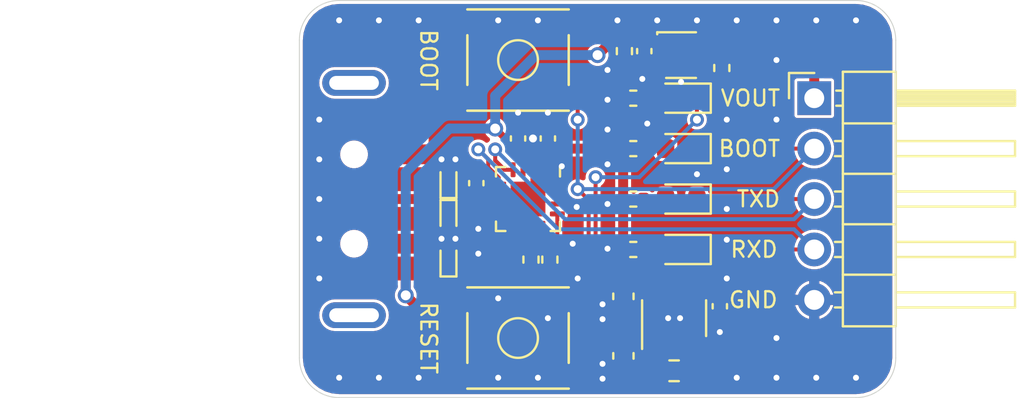
<source format=kicad_pcb>
(kicad_pcb (version 20171130) (host pcbnew "(5.1.12-1-10_14)")

  (general
    (thickness 1.6)
    (drawings 15)
    (tracks 178)
    (zones 0)
    (modules 30)
    (nets 23)
  )

  (page A4)
  (layers
    (0 F.Cu signal)
    (31 B.Cu signal)
    (32 B.Adhes user)
    (33 F.Adhes user)
    (34 B.Paste user)
    (35 F.Paste user)
    (36 B.SilkS user)
    (37 F.SilkS user)
    (38 B.Mask user)
    (39 F.Mask user)
    (40 Dwgs.User user)
    (41 Cmts.User user)
    (42 Eco1.User user)
    (43 Eco2.User user)
    (44 Edge.Cuts user)
    (45 Margin user)
    (46 B.CrtYd user)
    (47 F.CrtYd user)
    (48 B.Fab user)
    (49 F.Fab user hide)
  )

  (setup
    (last_trace_width 0.5)
    (user_trace_width 0.2)
    (user_trace_width 0.25)
    (user_trace_width 0.28)
    (user_trace_width 0.35)
    (user_trace_width 0.5)
    (user_trace_width 0.6)
    (user_trace_width 0.8)
    (user_trace_width 1)
    (user_trace_width 1.5)
    (user_trace_width 2)
    (trace_clearance 0.15)
    (zone_clearance 0.15)
    (zone_45_only no)
    (trace_min 0.15)
    (via_size 0.7)
    (via_drill 0.4)
    (via_min_size 0.4)
    (via_min_drill 0.3)
    (user_via 0.5 0.3)
    (user_via 0.7 0.4)
    (user_via 0.8 0.5)
    (user_via 0.9 0.6)
    (user_via 1 0.7)
    (uvia_size 0.3)
    (uvia_drill 0.1)
    (uvias_allowed no)
    (uvia_min_size 0.2)
    (uvia_min_drill 0.1)
    (edge_width 0.05)
    (segment_width 0.2)
    (pcb_text_width 0.3)
    (pcb_text_size 1.5 1.5)
    (mod_edge_width 0.12)
    (mod_text_size 0.8 0.8)
    (mod_text_width 0.12)
    (pad_size 1.524 1.524)
    (pad_drill 0.762)
    (pad_to_mask_clearance 0.05)
    (aux_axis_origin 0 0)
    (grid_origin 100 110)
    (visible_elements FFFFFF7F)
    (pcbplotparams
      (layerselection 0x010fc_ffffffff)
      (usegerberextensions false)
      (usegerberattributes true)
      (usegerberadvancedattributes true)
      (creategerberjobfile true)
      (excludeedgelayer true)
      (linewidth 0.100000)
      (plotframeref false)
      (viasonmask false)
      (mode 1)
      (useauxorigin false)
      (hpglpennumber 1)
      (hpglpenspeed 20)
      (hpglpendiameter 15.000000)
      (psnegative false)
      (psa4output false)
      (plotreference true)
      (plotvalue true)
      (plotinvisibletext false)
      (padsonsilk false)
      (subtractmaskfromsilk false)
      (outputformat 1)
      (mirror false)
      (drillshape 1)
      (scaleselection 1)
      (outputdirectory ""))
  )

  (net 0 "")
  (net 1 GND)
  (net 2 /D-)
  (net 3 /D+)
  (net 4 +5V)
  (net 5 "Net-(J1-Pad5)")
  (net 6 +3V3)
  (net 7 "Net-(C5-Pad1)")
  (net 8 /RTS)
  (net 9 /DTR)
  (net 10 /RXD)
  (net 11 /TXD)
  (net 12 "Net-(D4-Pad2)")
  (net 13 "Net-(D5-Pad2)")
  (net 14 "Net-(C2-Pad1)")
  (net 15 "Net-(C4-Pad2)")
  (net 16 "Net-(D6-Pad2)")
  (net 17 "Net-(D7-Pad2)")
  (net 18 /BOOT)
  (net 19 /VOUT)
  (net 20 "Net-(Q1-Pad5)")
  (net 21 "Net-(R1-Pad1)")
  (net 22 /RESET)

  (net_class Default "This is the default net class."
    (clearance 0.15)
    (trace_width 0.2)
    (via_dia 0.7)
    (via_drill 0.4)
    (uvia_dia 0.3)
    (uvia_drill 0.1)
    (diff_pair_width 0.28)
    (diff_pair_gap 0.15)
    (add_net +3V3)
    (add_net +5V)
    (add_net /BOOT)
    (add_net /D+)
    (add_net /D-)
    (add_net /DTR)
    (add_net /RESET)
    (add_net /RTS)
    (add_net /RXD)
    (add_net /TXD)
    (add_net /VOUT)
    (add_net GND)
    (add_net "Net-(C2-Pad1)")
    (add_net "Net-(C4-Pad2)")
    (add_net "Net-(C5-Pad1)")
    (add_net "Net-(D4-Pad2)")
    (add_net "Net-(D5-Pad2)")
    (add_net "Net-(D6-Pad2)")
    (add_net "Net-(D7-Pad2)")
    (add_net "Net-(J1-Pad5)")
    (add_net "Net-(Q1-Pad5)")
    (add_net "Net-(R1-Pad1)")
  )

  (net_class RF ""
    (clearance 0.25)
    (trace_width 0.35)
    (via_dia 0.7)
    (via_drill 0.4)
    (uvia_dia 0.3)
    (uvia_drill 0.1)
    (diff_pair_width 0.28)
    (diff_pair_gap 0.15)
  )

  (net_class VCC ""
    (clearance 0.15)
    (trace_width 0.5)
    (via_dia 0.7)
    (via_drill 0.4)
    (uvia_dia 0.3)
    (uvia_drill 0.1)
    (diff_pair_width 0.28)
    (diff_pair_gap 0.15)
  )

  (module Resistor_SMD:R_0402_1005Metric (layer F.Cu) (tedit 5F68FEEE) (tstamp 628D18FC)
    (at 112.6 113.05 90)
    (descr "Resistor SMD 0402 (1005 Metric), square (rectangular) end terminal, IPC_7351 nominal, (Body size source: IPC-SM-782 page 72, https://www.pcb-3d.com/wordpress/wp-content/uploads/ipc-sm-782a_amendment_1_and_2.pdf), generated with kicad-footprint-generator")
    (tags resistor)
    (path /62906701)
    (attr smd)
    (fp_text reference R9 (at 0 -1.17 90) (layer F.Fab)
      (effects (font (size 1 1) (thickness 0.15)))
    )
    (fp_text value 0R (at 0 1.17 90) (layer F.Fab)
      (effects (font (size 1 1) (thickness 0.15)))
    )
    (fp_line (start 0.93 0.47) (end -0.93 0.47) (layer F.CrtYd) (width 0.05))
    (fp_line (start 0.93 -0.47) (end 0.93 0.47) (layer F.CrtYd) (width 0.05))
    (fp_line (start -0.93 -0.47) (end 0.93 -0.47) (layer F.CrtYd) (width 0.05))
    (fp_line (start -0.93 0.47) (end -0.93 -0.47) (layer F.CrtYd) (width 0.05))
    (fp_line (start -0.153641 0.38) (end 0.153641 0.38) (layer F.SilkS) (width 0.12))
    (fp_line (start -0.153641 -0.38) (end 0.153641 -0.38) (layer F.SilkS) (width 0.12))
    (fp_line (start 0.525 0.27) (end -0.525 0.27) (layer F.Fab) (width 0.1))
    (fp_line (start 0.525 -0.27) (end 0.525 0.27) (layer F.Fab) (width 0.1))
    (fp_line (start -0.525 -0.27) (end 0.525 -0.27) (layer F.Fab) (width 0.1))
    (fp_line (start -0.525 0.27) (end -0.525 -0.27) (layer F.Fab) (width 0.1))
    (fp_text user %R (at 0 0 90) (layer F.Fab)
      (effects (font (size 0.26 0.26) (thickness 0.04)))
    )
    (pad 2 smd roundrect (at 0.51 0 90) (size 0.54 0.64) (layers F.Cu F.Paste F.Mask) (roundrect_rratio 0.25)
      (net 8 /RTS))
    (pad 1 smd roundrect (at -0.51 0 90) (size 0.54 0.64) (layers F.Cu F.Paste F.Mask) (roundrect_rratio 0.25)
      (net 18 /BOOT))
    (model ${KISYS3DMOD}/Resistor_SMD.3dshapes/R_0402_1005Metric.wrl
      (at (xyz 0 0 0))
      (scale (xyz 1 1 1))
      (rotate (xyz 0 0 0))
    )
  )

  (module Resistor_SMD:R_0402_1005Metric (layer F.Cu) (tedit 5F68FEEE) (tstamp 628D18EB)
    (at 111.65 113.05 90)
    (descr "Resistor SMD 0402 (1005 Metric), square (rectangular) end terminal, IPC_7351 nominal, (Body size source: IPC-SM-782 page 72, https://www.pcb-3d.com/wordpress/wp-content/uploads/ipc-sm-782a_amendment_1_and_2.pdf), generated with kicad-footprint-generator")
    (tags resistor)
    (path /628F7391)
    (attr smd)
    (fp_text reference R8 (at 0 -1.17 90) (layer F.Fab)
      (effects (font (size 1 1) (thickness 0.15)))
    )
    (fp_text value 0R (at 0 1.17 90) (layer F.Fab)
      (effects (font (size 1 1) (thickness 0.15)))
    )
    (fp_line (start 0.93 0.47) (end -0.93 0.47) (layer F.CrtYd) (width 0.05))
    (fp_line (start 0.93 -0.47) (end 0.93 0.47) (layer F.CrtYd) (width 0.05))
    (fp_line (start -0.93 -0.47) (end 0.93 -0.47) (layer F.CrtYd) (width 0.05))
    (fp_line (start -0.93 0.47) (end -0.93 -0.47) (layer F.CrtYd) (width 0.05))
    (fp_line (start -0.153641 0.38) (end 0.153641 0.38) (layer F.SilkS) (width 0.12))
    (fp_line (start -0.153641 -0.38) (end 0.153641 -0.38) (layer F.SilkS) (width 0.12))
    (fp_line (start 0.525 0.27) (end -0.525 0.27) (layer F.Fab) (width 0.1))
    (fp_line (start 0.525 -0.27) (end 0.525 0.27) (layer F.Fab) (width 0.1))
    (fp_line (start -0.525 -0.27) (end 0.525 -0.27) (layer F.Fab) (width 0.1))
    (fp_line (start -0.525 0.27) (end -0.525 -0.27) (layer F.Fab) (width 0.1))
    (fp_text user %R (at 0 0 90) (layer F.Fab)
      (effects (font (size 0.26 0.26) (thickness 0.04)))
    )
    (pad 2 smd roundrect (at 0.51 0 90) (size 0.54 0.64) (layers F.Cu F.Paste F.Mask) (roundrect_rratio 0.25)
      (net 9 /DTR))
    (pad 1 smd roundrect (at -0.51 0 90) (size 0.54 0.64) (layers F.Cu F.Paste F.Mask) (roundrect_rratio 0.25)
      (net 22 /RESET))
    (model ${KISYS3DMOD}/Resistor_SMD.3dshapes/R_0402_1005Metric.wrl
      (at (xyz 0 0 0))
      (scale (xyz 1 1 1))
      (rotate (xyz 0 0 0))
    )
  )

  (module JLC-SMT:XKB_TS-1187A-B-A-B (layer F.Cu) (tedit 61EFAC03) (tstamp 628E2048)
    (at 111 103 180)
    (path /628E984D)
    (attr smd)
    (fp_text reference SW2 (at 0 -3.5) (layer F.Fab)
      (effects (font (size 1 1) (thickness 0.15)))
    )
    (fp_text value TS-1187A-B-A-B (at 0 -5) (layer F.Fab)
      (effects (font (size 1 1) (thickness 0.15)))
    )
    (fp_line (start -2.55 2.1) (end -2.55 2.55) (layer F.CrtYd) (width 0.12))
    (fp_line (start -2.55 -2.55) (end -2.55 -2.1) (layer F.CrtYd) (width 0.12))
    (fp_line (start 2.55 2.1) (end 2.55 2.55) (layer F.CrtYd) (width 0.12))
    (fp_line (start 2.55 -2.55) (end 2.55 -2.1) (layer F.CrtYd) (width 0.12))
    (fp_line (start 2.55 2.55) (end -2.55 2.55) (layer F.SilkS) (width 0.127))
    (fp_line (start 2.55 -2.55) (end -2.55 -2.55) (layer F.SilkS) (width 0.127))
    (fp_line (start -3.25 -2.1) (end -3.25 -1.6) (layer F.CrtYd) (width 0.12))
    (fp_line (start -2.55 -1.25) (end -2.55 1.25) (layer F.SilkS) (width 0.127))
    (fp_line (start 2.55 1.25) (end 2.55 -1.25) (layer F.SilkS) (width 0.127))
    (fp_line (start -2.55 -1.6) (end -2.55 1.6) (layer F.CrtYd) (width 0.12))
    (fp_line (start -3.25 -1.6) (end -2.55 -1.6) (layer F.CrtYd) (width 0.12))
    (fp_line (start -3.25 1.6) (end -2.55 1.6) (layer F.CrtYd) (width 0.12))
    (fp_line (start -3.25 -2.1) (end -2.55 -2.1) (layer F.CrtYd) (width 0.12))
    (fp_line (start 2.55 -2.55) (end -2.55 -2.55) (layer F.CrtYd) (width 0.12))
    (fp_line (start 3.25 2.1) (end 3.25 1.6) (layer F.CrtYd) (width 0.12))
    (fp_line (start 3.25 2.1) (end 2.55 2.1) (layer F.CrtYd) (width 0.12))
    (fp_line (start -2.55 2.55) (end 2.55 2.55) (layer F.CrtYd) (width 0.12))
    (fp_line (start 3.25 -2.1) (end 3.25 -1.6) (layer F.CrtYd) (width 0.12))
    (fp_line (start 2.55 -1.6) (end 2.55 1.6) (layer F.CrtYd) (width 0.12))
    (fp_line (start 3.25 -1.6) (end 2.55 -1.6) (layer F.CrtYd) (width 0.12))
    (fp_line (start 3.25 1.6) (end 2.55 1.6) (layer F.CrtYd) (width 0.12))
    (fp_line (start 3.25 -2.1) (end 2.55 -2.1) (layer F.CrtYd) (width 0.12))
    (fp_line (start -3.25 2.1) (end -3.25 1.6) (layer F.CrtYd) (width 0.12))
    (fp_line (start -3.25 2.1) (end -2.55 2.1) (layer F.CrtYd) (width 0.12))
    (fp_circle (center 0 0) (end 1 0) (layer F.SilkS) (width 0.12))
    (pad 1 smd rect (at -3 -1.875 180) (size 1 0.75) (layers F.Cu F.Paste F.Mask)
      (net 18 /BOOT))
    (pad 1 smd rect (at 3 -1.875 180) (size 1 0.75) (layers F.Cu F.Paste F.Mask)
      (net 18 /BOOT))
    (pad 2 smd rect (at -3 1.875 180) (size 1 0.75) (layers F.Cu F.Paste F.Mask)
      (net 1 GND))
    (pad 2 smd rect (at 3 1.875 180) (size 1 0.75) (layers F.Cu F.Paste F.Mask)
      (net 1 GND))
    (model ${CUSTOM_DIR}/XKB_TS-1187A-B-A-B.step
      (at (xyz 0 0 0))
      (scale (xyz 1 1 1))
      (rotate (xyz 0 0 0))
    )
  )

  (module JLC-SMT:XKB_TS-1187A-B-A-B (layer F.Cu) (tedit 61EFAC03) (tstamp 628D9DAB)
    (at 111 117)
    (path /628DF697)
    (attr smd)
    (fp_text reference SW1 (at 0 -3.5) (layer F.Fab)
      (effects (font (size 1 1) (thickness 0.15)))
    )
    (fp_text value TS-1187A-B-A-B (at 0 -5) (layer F.Fab)
      (effects (font (size 1 1) (thickness 0.15)))
    )
    (fp_line (start -2.55 2.1) (end -2.55 2.55) (layer F.CrtYd) (width 0.12))
    (fp_line (start -2.55 -2.55) (end -2.55 -2.1) (layer F.CrtYd) (width 0.12))
    (fp_line (start 2.55 2.1) (end 2.55 2.55) (layer F.CrtYd) (width 0.12))
    (fp_line (start 2.55 -2.55) (end 2.55 -2.1) (layer F.CrtYd) (width 0.12))
    (fp_line (start 2.55 2.55) (end -2.55 2.55) (layer F.SilkS) (width 0.127))
    (fp_line (start 2.55 -2.55) (end -2.55 -2.55) (layer F.SilkS) (width 0.127))
    (fp_line (start -3.25 -2.1) (end -3.25 -1.6) (layer F.CrtYd) (width 0.12))
    (fp_line (start -2.55 -1.25) (end -2.55 1.25) (layer F.SilkS) (width 0.127))
    (fp_line (start 2.55 1.25) (end 2.55 -1.25) (layer F.SilkS) (width 0.127))
    (fp_line (start -2.55 -1.6) (end -2.55 1.6) (layer F.CrtYd) (width 0.12))
    (fp_line (start -3.25 -1.6) (end -2.55 -1.6) (layer F.CrtYd) (width 0.12))
    (fp_line (start -3.25 1.6) (end -2.55 1.6) (layer F.CrtYd) (width 0.12))
    (fp_line (start -3.25 -2.1) (end -2.55 -2.1) (layer F.CrtYd) (width 0.12))
    (fp_line (start 2.55 -2.55) (end -2.55 -2.55) (layer F.CrtYd) (width 0.12))
    (fp_line (start 3.25 2.1) (end 3.25 1.6) (layer F.CrtYd) (width 0.12))
    (fp_line (start 3.25 2.1) (end 2.55 2.1) (layer F.CrtYd) (width 0.12))
    (fp_line (start -2.55 2.55) (end 2.55 2.55) (layer F.CrtYd) (width 0.12))
    (fp_line (start 3.25 -2.1) (end 3.25 -1.6) (layer F.CrtYd) (width 0.12))
    (fp_line (start 2.55 -1.6) (end 2.55 1.6) (layer F.CrtYd) (width 0.12))
    (fp_line (start 3.25 -1.6) (end 2.55 -1.6) (layer F.CrtYd) (width 0.12))
    (fp_line (start 3.25 1.6) (end 2.55 1.6) (layer F.CrtYd) (width 0.12))
    (fp_line (start 3.25 -2.1) (end 2.55 -2.1) (layer F.CrtYd) (width 0.12))
    (fp_line (start -3.25 2.1) (end -3.25 1.6) (layer F.CrtYd) (width 0.12))
    (fp_line (start -3.25 2.1) (end -2.55 2.1) (layer F.CrtYd) (width 0.12))
    (fp_circle (center 0 0) (end 1 0) (layer F.SilkS) (width 0.12))
    (pad 1 smd rect (at -3 -1.875) (size 1 0.75) (layers F.Cu F.Paste F.Mask)
      (net 22 /RESET))
    (pad 1 smd rect (at 3 -1.875) (size 1 0.75) (layers F.Cu F.Paste F.Mask)
      (net 22 /RESET))
    (pad 2 smd rect (at -3 1.875) (size 1 0.75) (layers F.Cu F.Paste F.Mask)
      (net 1 GND))
    (pad 2 smd rect (at 3 1.875) (size 1 0.75) (layers F.Cu F.Paste F.Mask)
      (net 1 GND))
    (model ${CUSTOM_DIR}/XKB_TS-1187A-B-A-B.step
      (at (xyz 0 0 0))
      (scale (xyz 1 1 1))
      (rotate (xyz 0 0 0))
    )
  )

  (module Resistor_SMD:R_0603_1608Metric (layer F.Cu) (tedit 5F68FEEE) (tstamp 628C77FB)
    (at 118.85 118.65 180)
    (descr "Resistor SMD 0603 (1608 Metric), square (rectangular) end terminal, IPC_7351 nominal, (Body size source: IPC-SM-782 page 72, https://www.pcb-3d.com/wordpress/wp-content/uploads/ipc-sm-782a_amendment_1_and_2.pdf), generated with kicad-footprint-generator")
    (tags resistor)
    (path /628DCAA0)
    (attr smd)
    (fp_text reference R1 (at 0 -1.43) (layer F.Fab)
      (effects (font (size 1 1) (thickness 0.15)))
    )
    (fp_text value 10K (at 0 1.43) (layer F.Fab)
      (effects (font (size 1 1) (thickness 0.15)))
    )
    (fp_line (start 1.48 0.73) (end -1.48 0.73) (layer F.CrtYd) (width 0.05))
    (fp_line (start 1.48 -0.73) (end 1.48 0.73) (layer F.CrtYd) (width 0.05))
    (fp_line (start -1.48 -0.73) (end 1.48 -0.73) (layer F.CrtYd) (width 0.05))
    (fp_line (start -1.48 0.73) (end -1.48 -0.73) (layer F.CrtYd) (width 0.05))
    (fp_line (start -0.237258 0.5225) (end 0.237258 0.5225) (layer F.SilkS) (width 0.12))
    (fp_line (start -0.237258 -0.5225) (end 0.237258 -0.5225) (layer F.SilkS) (width 0.12))
    (fp_line (start 0.8 0.4125) (end -0.8 0.4125) (layer F.Fab) (width 0.1))
    (fp_line (start 0.8 -0.4125) (end 0.8 0.4125) (layer F.Fab) (width 0.1))
    (fp_line (start -0.8 -0.4125) (end 0.8 -0.4125) (layer F.Fab) (width 0.1))
    (fp_line (start -0.8 0.4125) (end -0.8 -0.4125) (layer F.Fab) (width 0.1))
    (fp_text user %R (at 0 0) (layer F.Fab)
      (effects (font (size 0.4 0.4) (thickness 0.06)))
    )
    (pad 2 smd roundrect (at 0.825 0 180) (size 0.8 0.95) (layers F.Cu F.Paste F.Mask) (roundrect_rratio 0.25)
      (net 4 +5V))
    (pad 1 smd roundrect (at -0.825 0 180) (size 0.8 0.95) (layers F.Cu F.Paste F.Mask) (roundrect_rratio 0.25)
      (net 21 "Net-(R1-Pad1)"))
    (model ${KISYS3DMOD}/Resistor_SMD.3dshapes/R_0603_1608Metric.wrl
      (at (xyz 0 0 0))
      (scale (xyz 1 1 1))
      (rotate (xyz 0 0 0))
    )
  )

  (module Resistor_SMD:R_0402_1005Metric (layer F.Cu) (tedit 5F68FEEE) (tstamp 628CF105)
    (at 121.25 103.4 270)
    (descr "Resistor SMD 0402 (1005 Metric), square (rectangular) end terminal, IPC_7351 nominal, (Body size source: IPC-SM-782 page 72, https://www.pcb-3d.com/wordpress/wp-content/uploads/ipc-sm-782a_amendment_1_and_2.pdf), generated with kicad-footprint-generator")
    (tags resistor)
    (path /6297D167)
    (attr smd)
    (fp_text reference R3 (at 0 -1.17 90) (layer F.Fab)
      (effects (font (size 1 1) (thickness 0.15)))
    )
    (fp_text value 100R (at 0 1.17 90) (layer F.Fab)
      (effects (font (size 1 1) (thickness 0.15)))
    )
    (fp_line (start 0.93 0.47) (end -0.93 0.47) (layer F.CrtYd) (width 0.05))
    (fp_line (start 0.93 -0.47) (end 0.93 0.47) (layer F.CrtYd) (width 0.05))
    (fp_line (start -0.93 -0.47) (end 0.93 -0.47) (layer F.CrtYd) (width 0.05))
    (fp_line (start -0.93 0.47) (end -0.93 -0.47) (layer F.CrtYd) (width 0.05))
    (fp_line (start -0.153641 0.38) (end 0.153641 0.38) (layer F.SilkS) (width 0.12))
    (fp_line (start -0.153641 -0.38) (end 0.153641 -0.38) (layer F.SilkS) (width 0.12))
    (fp_line (start 0.525 0.27) (end -0.525 0.27) (layer F.Fab) (width 0.1))
    (fp_line (start 0.525 -0.27) (end 0.525 0.27) (layer F.Fab) (width 0.1))
    (fp_line (start -0.525 -0.27) (end 0.525 -0.27) (layer F.Fab) (width 0.1))
    (fp_line (start -0.525 0.27) (end -0.525 -0.27) (layer F.Fab) (width 0.1))
    (fp_text user %R (at 0 0 90) (layer F.Fab)
      (effects (font (size 0.26 0.26) (thickness 0.04)))
    )
    (pad 2 smd roundrect (at 0.51 0 270) (size 0.54 0.64) (layers F.Cu F.Paste F.Mask) (roundrect_rratio 0.25)
      (net 22 /RESET))
    (pad 1 smd roundrect (at -0.51 0 270) (size 0.54 0.64) (layers F.Cu F.Paste F.Mask) (roundrect_rratio 0.25)
      (net 20 "Net-(Q1-Pad5)"))
    (model ${KISYS3DMOD}/Resistor_SMD.3dshapes/R_0402_1005Metric.wrl
      (at (xyz 0 0 0))
      (scale (xyz 1 1 1))
      (rotate (xyz 0 0 0))
    )
  )

  (module Resistor_SMD:R_0402_1005Metric (layer F.Cu) (tedit 5F68FEEE) (tstamp 628CF0F4)
    (at 116.35 102.55 270)
    (descr "Resistor SMD 0402 (1005 Metric), square (rectangular) end terminal, IPC_7351 nominal, (Body size source: IPC-SM-782 page 72, https://www.pcb-3d.com/wordpress/wp-content/uploads/ipc-sm-782a_amendment_1_and_2.pdf), generated with kicad-footprint-generator")
    (tags resistor)
    (path /6296E1FF)
    (attr smd)
    (fp_text reference R2 (at 0 -1.17 90) (layer F.Fab)
      (effects (font (size 1 1) (thickness 0.15)))
    )
    (fp_text value 1K (at 0 1.17 90) (layer F.Fab)
      (effects (font (size 1 1) (thickness 0.15)))
    )
    (fp_line (start 0.93 0.47) (end -0.93 0.47) (layer F.CrtYd) (width 0.05))
    (fp_line (start 0.93 -0.47) (end 0.93 0.47) (layer F.CrtYd) (width 0.05))
    (fp_line (start -0.93 -0.47) (end 0.93 -0.47) (layer F.CrtYd) (width 0.05))
    (fp_line (start -0.93 0.47) (end -0.93 -0.47) (layer F.CrtYd) (width 0.05))
    (fp_line (start -0.153641 0.38) (end 0.153641 0.38) (layer F.SilkS) (width 0.12))
    (fp_line (start -0.153641 -0.38) (end 0.153641 -0.38) (layer F.SilkS) (width 0.12))
    (fp_line (start 0.525 0.27) (end -0.525 0.27) (layer F.Fab) (width 0.1))
    (fp_line (start 0.525 -0.27) (end 0.525 0.27) (layer F.Fab) (width 0.1))
    (fp_line (start -0.525 -0.27) (end 0.525 -0.27) (layer F.Fab) (width 0.1))
    (fp_line (start -0.525 0.27) (end -0.525 -0.27) (layer F.Fab) (width 0.1))
    (fp_text user %R (at 0 0 90) (layer F.Fab)
      (effects (font (size 0.26 0.26) (thickness 0.04)))
    )
    (pad 2 smd roundrect (at 0.51 0 270) (size 0.54 0.64) (layers F.Cu F.Paste F.Mask) (roundrect_rratio 0.25)
      (net 15 "Net-(C4-Pad2)"))
    (pad 1 smd roundrect (at -0.51 0 270) (size 0.54 0.64) (layers F.Cu F.Paste F.Mask) (roundrect_rratio 0.25)
      (net 4 +5V))
    (model ${KISYS3DMOD}/Resistor_SMD.3dshapes/R_0402_1005Metric.wrl
      (at (xyz 0 0 0))
      (scale (xyz 1 1 1))
      (rotate (xyz 0 0 0))
    )
  )

  (module JLC-SMT:Vishay_PowerPAK_SC70-6L_Dual (layer F.Cu) (tedit 60F708A1) (tstamp 628CF0D3)
    (at 119.2 102.75)
    (descr "Vishay PowerPAK SC70 dual transistor package http://www.vishay.com/docs/70487/70487.pdf")
    (tags "powerpak sc70 sc-70 dual")
    (path /62969A33)
    (attr smd)
    (fp_text reference Q1 (at 0 -1.75) (layer F.Fab)
      (effects (font (size 1 1) (thickness 0.15)))
    )
    (fp_text value SiA517DJ (at 0 2) (layer F.Fab)
      (effects (font (size 1 1) (thickness 0.15)))
    )
    (fp_line (start -1.33 -1.28) (end 1.33 -1.28) (layer F.CrtYd) (width 0.05))
    (fp_line (start -1.33 1.28) (end -1.33 -1.28) (layer F.CrtYd) (width 0.05))
    (fp_line (start 1.33 1.28) (end -1.33 1.28) (layer F.CrtYd) (width 0.05))
    (fp_line (start 1.33 -1.28) (end 1.33 1.28) (layer F.CrtYd) (width 0.05))
    (fp_line (start 0.75 1.15) (end -0.75 1.15) (layer F.SilkS) (width 0.12))
    (fp_line (start -1.2 -1.15) (end -1.2 -1.05) (layer F.SilkS) (width 0.12))
    (fp_line (start -1.2 -1.15) (end 0.75 -1.15) (layer F.SilkS) (width 0.12))
    (fp_line (start -0.5 -1.025) (end 1.025 -1.025) (layer F.Fab) (width 0.1))
    (fp_line (start -1.025 -0.5) (end -0.5 -1.025) (layer F.Fab) (width 0.1))
    (fp_line (start -1.025 1.025) (end -1.025 -0.5) (layer F.Fab) (width 0.1))
    (fp_line (start 1.025 1.025) (end -1.025 1.025) (layer F.Fab) (width 0.1))
    (fp_line (start 1.025 -1.025) (end 1.025 1.025) (layer F.Fab) (width 0.1))
    (fp_text user %R (at 0 0) (layer F.Fab)
      (effects (font (size 0.4 0.4) (thickness 0.1)))
    )
    (pad 6 smd rect (at 0 -0.4665) (size 0.95 0.613) (layers F.Cu F.Paste F.Mask)
      (net 19 /VOUT))
    (pad 3 smd rect (at 0 0.4665) (size 0.95 0.613) (layers F.Cu F.Paste F.Mask)
      (net 15 "Net-(C4-Pad2)"))
    (pad 6 smd rect (at 0.925 -0.65) (size 0.325 0.3) (layers F.Cu F.Paste F.Mask)
      (net 19 /VOUT))
    (pad 4 smd rect (at 0.925 0.65) (size 0.325 0.3) (layers F.Cu F.Paste F.Mask)
      (net 1 GND))
    (pad 5 smd rect (at 0.925 0) (size 0.325 0.3) (layers F.Cu F.Paste F.Mask)
      (net 20 "Net-(Q1-Pad5)"))
    (pad 3 smd rect (at -0.925 0.65) (size 0.325 0.3) (layers F.Cu F.Paste F.Mask)
      (net 15 "Net-(C4-Pad2)"))
    (pad 2 smd rect (at -0.925 0) (size 0.325 0.3) (layers F.Cu F.Paste F.Mask)
      (net 15 "Net-(C4-Pad2)"))
    (pad 1 smd rect (at -0.925 -0.65) (size 0.325 0.3) (layers F.Cu F.Paste F.Mask)
      (net 4 +5V))
    (model ${KISYS3DMOD}/Package_DFN_QFN.3dshapes/DFN-6-1EP_2x2mm_P0.65mm_EP1x1.6mm.wrl
      (at (xyz 0 0 0))
      (scale (xyz 1 1 1))
      (rotate (xyz 0 0 0))
    )
  )

  (module Connector_PinHeader_2.54mm:PinHeader_1x05_P2.54mm_Horizontal (layer F.Cu) (tedit 59FED5CB) (tstamp 628CF0BA)
    (at 125.9 104.92)
    (descr "Through hole angled pin header, 1x05, 2.54mm pitch, 6mm pin length, single row")
    (tags "Through hole angled pin header THT 1x05 2.54mm single row")
    (path /6295D325)
    (fp_text reference J2 (at 4.385 -2.27) (layer F.Fab)
      (effects (font (size 1 1) (thickness 0.15)))
    )
    (fp_text value Conn_01x05 (at 4.385 12.43) (layer F.Fab)
      (effects (font (size 1 1) (thickness 0.15)))
    )
    (fp_line (start 10.55 -1.8) (end -1.8 -1.8) (layer F.CrtYd) (width 0.05))
    (fp_line (start 10.55 11.95) (end 10.55 -1.8) (layer F.CrtYd) (width 0.05))
    (fp_line (start -1.8 11.95) (end 10.55 11.95) (layer F.CrtYd) (width 0.05))
    (fp_line (start -1.8 -1.8) (end -1.8 11.95) (layer F.CrtYd) (width 0.05))
    (fp_line (start -1.27 -1.27) (end 0 -1.27) (layer F.SilkS) (width 0.12))
    (fp_line (start -1.27 0) (end -1.27 -1.27) (layer F.SilkS) (width 0.12))
    (fp_line (start 1.042929 10.54) (end 1.44 10.54) (layer F.SilkS) (width 0.12))
    (fp_line (start 1.042929 9.78) (end 1.44 9.78) (layer F.SilkS) (width 0.12))
    (fp_line (start 10.1 10.54) (end 4.1 10.54) (layer F.SilkS) (width 0.12))
    (fp_line (start 10.1 9.78) (end 10.1 10.54) (layer F.SilkS) (width 0.12))
    (fp_line (start 4.1 9.78) (end 10.1 9.78) (layer F.SilkS) (width 0.12))
    (fp_line (start 1.44 8.89) (end 4.1 8.89) (layer F.SilkS) (width 0.12))
    (fp_line (start 1.042929 8) (end 1.44 8) (layer F.SilkS) (width 0.12))
    (fp_line (start 1.042929 7.24) (end 1.44 7.24) (layer F.SilkS) (width 0.12))
    (fp_line (start 10.1 8) (end 4.1 8) (layer F.SilkS) (width 0.12))
    (fp_line (start 10.1 7.24) (end 10.1 8) (layer F.SilkS) (width 0.12))
    (fp_line (start 4.1 7.24) (end 10.1 7.24) (layer F.SilkS) (width 0.12))
    (fp_line (start 1.44 6.35) (end 4.1 6.35) (layer F.SilkS) (width 0.12))
    (fp_line (start 1.042929 5.46) (end 1.44 5.46) (layer F.SilkS) (width 0.12))
    (fp_line (start 1.042929 4.7) (end 1.44 4.7) (layer F.SilkS) (width 0.12))
    (fp_line (start 10.1 5.46) (end 4.1 5.46) (layer F.SilkS) (width 0.12))
    (fp_line (start 10.1 4.7) (end 10.1 5.46) (layer F.SilkS) (width 0.12))
    (fp_line (start 4.1 4.7) (end 10.1 4.7) (layer F.SilkS) (width 0.12))
    (fp_line (start 1.44 3.81) (end 4.1 3.81) (layer F.SilkS) (width 0.12))
    (fp_line (start 1.042929 2.92) (end 1.44 2.92) (layer F.SilkS) (width 0.12))
    (fp_line (start 1.042929 2.16) (end 1.44 2.16) (layer F.SilkS) (width 0.12))
    (fp_line (start 10.1 2.92) (end 4.1 2.92) (layer F.SilkS) (width 0.12))
    (fp_line (start 10.1 2.16) (end 10.1 2.92) (layer F.SilkS) (width 0.12))
    (fp_line (start 4.1 2.16) (end 10.1 2.16) (layer F.SilkS) (width 0.12))
    (fp_line (start 1.44 1.27) (end 4.1 1.27) (layer F.SilkS) (width 0.12))
    (fp_line (start 1.11 0.38) (end 1.44 0.38) (layer F.SilkS) (width 0.12))
    (fp_line (start 1.11 -0.38) (end 1.44 -0.38) (layer F.SilkS) (width 0.12))
    (fp_line (start 4.1 0.28) (end 10.1 0.28) (layer F.SilkS) (width 0.12))
    (fp_line (start 4.1 0.16) (end 10.1 0.16) (layer F.SilkS) (width 0.12))
    (fp_line (start 4.1 0.04) (end 10.1 0.04) (layer F.SilkS) (width 0.12))
    (fp_line (start 4.1 -0.08) (end 10.1 -0.08) (layer F.SilkS) (width 0.12))
    (fp_line (start 4.1 -0.2) (end 10.1 -0.2) (layer F.SilkS) (width 0.12))
    (fp_line (start 4.1 -0.32) (end 10.1 -0.32) (layer F.SilkS) (width 0.12))
    (fp_line (start 10.1 0.38) (end 4.1 0.38) (layer F.SilkS) (width 0.12))
    (fp_line (start 10.1 -0.38) (end 10.1 0.38) (layer F.SilkS) (width 0.12))
    (fp_line (start 4.1 -0.38) (end 10.1 -0.38) (layer F.SilkS) (width 0.12))
    (fp_line (start 4.1 -1.33) (end 1.44 -1.33) (layer F.SilkS) (width 0.12))
    (fp_line (start 4.1 11.49) (end 4.1 -1.33) (layer F.SilkS) (width 0.12))
    (fp_line (start 1.44 11.49) (end 4.1 11.49) (layer F.SilkS) (width 0.12))
    (fp_line (start 1.44 -1.33) (end 1.44 11.49) (layer F.SilkS) (width 0.12))
    (fp_line (start 4.04 10.48) (end 10.04 10.48) (layer F.Fab) (width 0.1))
    (fp_line (start 10.04 9.84) (end 10.04 10.48) (layer F.Fab) (width 0.1))
    (fp_line (start 4.04 9.84) (end 10.04 9.84) (layer F.Fab) (width 0.1))
    (fp_line (start -0.32 10.48) (end 1.5 10.48) (layer F.Fab) (width 0.1))
    (fp_line (start -0.32 9.84) (end -0.32 10.48) (layer F.Fab) (width 0.1))
    (fp_line (start -0.32 9.84) (end 1.5 9.84) (layer F.Fab) (width 0.1))
    (fp_line (start 4.04 7.94) (end 10.04 7.94) (layer F.Fab) (width 0.1))
    (fp_line (start 10.04 7.3) (end 10.04 7.94) (layer F.Fab) (width 0.1))
    (fp_line (start 4.04 7.3) (end 10.04 7.3) (layer F.Fab) (width 0.1))
    (fp_line (start -0.32 7.94) (end 1.5 7.94) (layer F.Fab) (width 0.1))
    (fp_line (start -0.32 7.3) (end -0.32 7.94) (layer F.Fab) (width 0.1))
    (fp_line (start -0.32 7.3) (end 1.5 7.3) (layer F.Fab) (width 0.1))
    (fp_line (start 4.04 5.4) (end 10.04 5.4) (layer F.Fab) (width 0.1))
    (fp_line (start 10.04 4.76) (end 10.04 5.4) (layer F.Fab) (width 0.1))
    (fp_line (start 4.04 4.76) (end 10.04 4.76) (layer F.Fab) (width 0.1))
    (fp_line (start -0.32 5.4) (end 1.5 5.4) (layer F.Fab) (width 0.1))
    (fp_line (start -0.32 4.76) (end -0.32 5.4) (layer F.Fab) (width 0.1))
    (fp_line (start -0.32 4.76) (end 1.5 4.76) (layer F.Fab) (width 0.1))
    (fp_line (start 4.04 2.86) (end 10.04 2.86) (layer F.Fab) (width 0.1))
    (fp_line (start 10.04 2.22) (end 10.04 2.86) (layer F.Fab) (width 0.1))
    (fp_line (start 4.04 2.22) (end 10.04 2.22) (layer F.Fab) (width 0.1))
    (fp_line (start -0.32 2.86) (end 1.5 2.86) (layer F.Fab) (width 0.1))
    (fp_line (start -0.32 2.22) (end -0.32 2.86) (layer F.Fab) (width 0.1))
    (fp_line (start -0.32 2.22) (end 1.5 2.22) (layer F.Fab) (width 0.1))
    (fp_line (start 4.04 0.32) (end 10.04 0.32) (layer F.Fab) (width 0.1))
    (fp_line (start 10.04 -0.32) (end 10.04 0.32) (layer F.Fab) (width 0.1))
    (fp_line (start 4.04 -0.32) (end 10.04 -0.32) (layer F.Fab) (width 0.1))
    (fp_line (start -0.32 0.32) (end 1.5 0.32) (layer F.Fab) (width 0.1))
    (fp_line (start -0.32 -0.32) (end -0.32 0.32) (layer F.Fab) (width 0.1))
    (fp_line (start -0.32 -0.32) (end 1.5 -0.32) (layer F.Fab) (width 0.1))
    (fp_line (start 1.5 -0.635) (end 2.135 -1.27) (layer F.Fab) (width 0.1))
    (fp_line (start 1.5 11.43) (end 1.5 -0.635) (layer F.Fab) (width 0.1))
    (fp_line (start 4.04 11.43) (end 1.5 11.43) (layer F.Fab) (width 0.1))
    (fp_line (start 4.04 -1.27) (end 4.04 11.43) (layer F.Fab) (width 0.1))
    (fp_line (start 2.135 -1.27) (end 4.04 -1.27) (layer F.Fab) (width 0.1))
    (fp_text user %R (at 2.77 5.08 90) (layer F.Fab)
      (effects (font (size 1 1) (thickness 0.15)))
    )
    (pad 5 thru_hole oval (at 0 10.16) (size 1.7 1.7) (drill 1) (layers *.Cu *.Mask)
      (net 1 GND))
    (pad 4 thru_hole oval (at 0 7.62) (size 1.7 1.7) (drill 1) (layers *.Cu *.Mask)
      (net 10 /RXD))
    (pad 3 thru_hole oval (at 0 5.08) (size 1.7 1.7) (drill 1) (layers *.Cu *.Mask)
      (net 11 /TXD))
    (pad 2 thru_hole oval (at 0 2.54) (size 1.7 1.7) (drill 1) (layers *.Cu *.Mask)
      (net 18 /BOOT))
    (pad 1 thru_hole rect (at 0 0) (size 1.7 1.7) (drill 1) (layers *.Cu *.Mask)
      (net 19 /VOUT))
    (model ${KISYS3DMOD}/Connector_PinHeader_2.54mm.3dshapes/PinHeader_1x05_P2.54mm_Horizontal.wrl
      (at (xyz 0 0 0))
      (scale (xyz 1 1 1))
      (rotate (xyz 0 0 0))
    )
  )

  (module Capacitor_SMD:C_0402_1005Metric (layer F.Cu) (tedit 5F68FEEE) (tstamp 628CEF40)
    (at 117.35 102.55 270)
    (descr "Capacitor SMD 0402 (1005 Metric), square (rectangular) end terminal, IPC_7351 nominal, (Body size source: IPC-SM-782 page 76, https://www.pcb-3d.com/wordpress/wp-content/uploads/ipc-sm-782a_amendment_1_and_2.pdf), generated with kicad-footprint-generator")
    (tags capacitor)
    (path /6296CD9D)
    (attr smd)
    (fp_text reference C4 (at 0 -1.16 90) (layer F.Fab)
      (effects (font (size 1 1) (thickness 0.15)))
    )
    (fp_text value 0.1uF (at 0 1.16 90) (layer F.Fab)
      (effects (font (size 1 1) (thickness 0.15)))
    )
    (fp_line (start 0.91 0.46) (end -0.91 0.46) (layer F.CrtYd) (width 0.05))
    (fp_line (start 0.91 -0.46) (end 0.91 0.46) (layer F.CrtYd) (width 0.05))
    (fp_line (start -0.91 -0.46) (end 0.91 -0.46) (layer F.CrtYd) (width 0.05))
    (fp_line (start -0.91 0.46) (end -0.91 -0.46) (layer F.CrtYd) (width 0.05))
    (fp_line (start -0.107836 0.36) (end 0.107836 0.36) (layer F.SilkS) (width 0.12))
    (fp_line (start -0.107836 -0.36) (end 0.107836 -0.36) (layer F.SilkS) (width 0.12))
    (fp_line (start 0.5 0.25) (end -0.5 0.25) (layer F.Fab) (width 0.1))
    (fp_line (start 0.5 -0.25) (end 0.5 0.25) (layer F.Fab) (width 0.1))
    (fp_line (start -0.5 -0.25) (end 0.5 -0.25) (layer F.Fab) (width 0.1))
    (fp_line (start -0.5 0.25) (end -0.5 -0.25) (layer F.Fab) (width 0.1))
    (fp_text user %R (at 0 0 90) (layer F.Fab)
      (effects (font (size 0.25 0.25) (thickness 0.04)))
    )
    (pad 2 smd roundrect (at 0.48 0 270) (size 0.56 0.62) (layers F.Cu F.Paste F.Mask) (roundrect_rratio 0.25)
      (net 15 "Net-(C4-Pad2)"))
    (pad 1 smd roundrect (at -0.48 0 270) (size 0.56 0.62) (layers F.Cu F.Paste F.Mask) (roundrect_rratio 0.25)
      (net 4 +5V))
    (model ${KISYS3DMOD}/Capacitor_SMD.3dshapes/C_0402_1005Metric.wrl
      (at (xyz 0 0 0))
      (scale (xyz 1 1 1))
      (rotate (xyz 0 0 0))
    )
  )

  (module Resistor_SMD:R_0402_1005Metric (layer F.Cu) (tedit 5F68FEEE) (tstamp 628C77EA)
    (at 116.797 104.92 180)
    (descr "Resistor SMD 0402 (1005 Metric), square (rectangular) end terminal, IPC_7351 nominal, (Body size source: IPC-SM-782 page 72, https://www.pcb-3d.com/wordpress/wp-content/uploads/ipc-sm-782a_amendment_1_and_2.pdf), generated with kicad-footprint-generator")
    (tags resistor)
    (path /628D136A)
    (attr smd)
    (fp_text reference R7 (at 0 -1.17) (layer F.Fab)
      (effects (font (size 1 1) (thickness 0.15)))
    )
    (fp_text value 4.7K (at 0 1.17) (layer F.Fab)
      (effects (font (size 1 1) (thickness 0.15)))
    )
    (fp_line (start 0.93 0.47) (end -0.93 0.47) (layer F.CrtYd) (width 0.05))
    (fp_line (start 0.93 -0.47) (end 0.93 0.47) (layer F.CrtYd) (width 0.05))
    (fp_line (start -0.93 -0.47) (end 0.93 -0.47) (layer F.CrtYd) (width 0.05))
    (fp_line (start -0.93 0.47) (end -0.93 -0.47) (layer F.CrtYd) (width 0.05))
    (fp_line (start -0.153641 0.38) (end 0.153641 0.38) (layer F.SilkS) (width 0.12))
    (fp_line (start -0.153641 -0.38) (end 0.153641 -0.38) (layer F.SilkS) (width 0.12))
    (fp_line (start 0.525 0.27) (end -0.525 0.27) (layer F.Fab) (width 0.1))
    (fp_line (start 0.525 -0.27) (end 0.525 0.27) (layer F.Fab) (width 0.1))
    (fp_line (start -0.525 -0.27) (end 0.525 -0.27) (layer F.Fab) (width 0.1))
    (fp_line (start -0.525 0.27) (end -0.525 -0.27) (layer F.Fab) (width 0.1))
    (fp_text user %R (at 0 0) (layer F.Fab)
      (effects (font (size 0.26 0.26) (thickness 0.04)))
    )
    (pad 2 smd roundrect (at 0.51 0 180) (size 0.54 0.64) (layers F.Cu F.Paste F.Mask) (roundrect_rratio 0.25)
      (net 6 +3V3))
    (pad 1 smd roundrect (at -0.51 0 180) (size 0.54 0.64) (layers F.Cu F.Paste F.Mask) (roundrect_rratio 0.25)
      (net 17 "Net-(D7-Pad2)"))
    (model ${KISYS3DMOD}/Resistor_SMD.3dshapes/R_0402_1005Metric.wrl
      (at (xyz 0 0 0))
      (scale (xyz 1 1 1))
      (rotate (xyz 0 0 0))
    )
  )

  (module Resistor_SMD:R_0402_1005Metric (layer F.Cu) (tedit 5F68FEEE) (tstamp 628C77D9)
    (at 116.797 107.46 180)
    (descr "Resistor SMD 0402 (1005 Metric), square (rectangular) end terminal, IPC_7351 nominal, (Body size source: IPC-SM-782 page 72, https://www.pcb-3d.com/wordpress/wp-content/uploads/ipc-sm-782a_amendment_1_and_2.pdf), generated with kicad-footprint-generator")
    (tags resistor)
    (path /628D0EEC)
    (attr smd)
    (fp_text reference R6 (at 0 -1.17) (layer F.Fab)
      (effects (font (size 1 1) (thickness 0.15)))
    )
    (fp_text value 4.7K (at 0 1.17) (layer F.Fab)
      (effects (font (size 1 1) (thickness 0.15)))
    )
    (fp_line (start 0.93 0.47) (end -0.93 0.47) (layer F.CrtYd) (width 0.05))
    (fp_line (start 0.93 -0.47) (end 0.93 0.47) (layer F.CrtYd) (width 0.05))
    (fp_line (start -0.93 -0.47) (end 0.93 -0.47) (layer F.CrtYd) (width 0.05))
    (fp_line (start -0.93 0.47) (end -0.93 -0.47) (layer F.CrtYd) (width 0.05))
    (fp_line (start -0.153641 0.38) (end 0.153641 0.38) (layer F.SilkS) (width 0.12))
    (fp_line (start -0.153641 -0.38) (end 0.153641 -0.38) (layer F.SilkS) (width 0.12))
    (fp_line (start 0.525 0.27) (end -0.525 0.27) (layer F.Fab) (width 0.1))
    (fp_line (start 0.525 -0.27) (end 0.525 0.27) (layer F.Fab) (width 0.1))
    (fp_line (start -0.525 -0.27) (end 0.525 -0.27) (layer F.Fab) (width 0.1))
    (fp_line (start -0.525 0.27) (end -0.525 -0.27) (layer F.Fab) (width 0.1))
    (fp_text user %R (at 0 0) (layer F.Fab)
      (effects (font (size 0.26 0.26) (thickness 0.04)))
    )
    (pad 2 smd roundrect (at 0.51 0 180) (size 0.54 0.64) (layers F.Cu F.Paste F.Mask) (roundrect_rratio 0.25)
      (net 6 +3V3))
    (pad 1 smd roundrect (at -0.51 0 180) (size 0.54 0.64) (layers F.Cu F.Paste F.Mask) (roundrect_rratio 0.25)
      (net 16 "Net-(D6-Pad2)"))
    (model ${KISYS3DMOD}/Resistor_SMD.3dshapes/R_0402_1005Metric.wrl
      (at (xyz 0 0 0))
      (scale (xyz 1 1 1))
      (rotate (xyz 0 0 0))
    )
  )

  (module Resistor_SMD:R_0402_1005Metric (layer F.Cu) (tedit 5F68FEEE) (tstamp 628C77C8)
    (at 116.797 112.54 180)
    (descr "Resistor SMD 0402 (1005 Metric), square (rectangular) end terminal, IPC_7351 nominal, (Body size source: IPC-SM-782 page 72, https://www.pcb-3d.com/wordpress/wp-content/uploads/ipc-sm-782a_amendment_1_and_2.pdf), generated with kicad-footprint-generator")
    (tags resistor)
    (path /628D0BBC)
    (attr smd)
    (fp_text reference R5 (at 0 -1.17) (layer F.Fab)
      (effects (font (size 1 1) (thickness 0.15)))
    )
    (fp_text value 4.7K (at 0 1.17) (layer F.Fab)
      (effects (font (size 1 1) (thickness 0.15)))
    )
    (fp_line (start 0.93 0.47) (end -0.93 0.47) (layer F.CrtYd) (width 0.05))
    (fp_line (start 0.93 -0.47) (end 0.93 0.47) (layer F.CrtYd) (width 0.05))
    (fp_line (start -0.93 -0.47) (end 0.93 -0.47) (layer F.CrtYd) (width 0.05))
    (fp_line (start -0.93 0.47) (end -0.93 -0.47) (layer F.CrtYd) (width 0.05))
    (fp_line (start -0.153641 0.38) (end 0.153641 0.38) (layer F.SilkS) (width 0.12))
    (fp_line (start -0.153641 -0.38) (end 0.153641 -0.38) (layer F.SilkS) (width 0.12))
    (fp_line (start 0.525 0.27) (end -0.525 0.27) (layer F.Fab) (width 0.1))
    (fp_line (start 0.525 -0.27) (end 0.525 0.27) (layer F.Fab) (width 0.1))
    (fp_line (start -0.525 -0.27) (end 0.525 -0.27) (layer F.Fab) (width 0.1))
    (fp_line (start -0.525 0.27) (end -0.525 -0.27) (layer F.Fab) (width 0.1))
    (fp_text user %R (at 0 0) (layer F.Fab)
      (effects (font (size 0.26 0.26) (thickness 0.04)))
    )
    (pad 2 smd roundrect (at 0.51 0 180) (size 0.54 0.64) (layers F.Cu F.Paste F.Mask) (roundrect_rratio 0.25)
      (net 6 +3V3))
    (pad 1 smd roundrect (at -0.51 0 180) (size 0.54 0.64) (layers F.Cu F.Paste F.Mask) (roundrect_rratio 0.25)
      (net 13 "Net-(D5-Pad2)"))
    (model ${KISYS3DMOD}/Resistor_SMD.3dshapes/R_0402_1005Metric.wrl
      (at (xyz 0 0 0))
      (scale (xyz 1 1 1))
      (rotate (xyz 0 0 0))
    )
  )

  (module Resistor_SMD:R_0402_1005Metric (layer F.Cu) (tedit 5F68FEEE) (tstamp 628C77B7)
    (at 116.797 110 180)
    (descr "Resistor SMD 0402 (1005 Metric), square (rectangular) end terminal, IPC_7351 nominal, (Body size source: IPC-SM-782 page 72, https://www.pcb-3d.com/wordpress/wp-content/uploads/ipc-sm-782a_amendment_1_and_2.pdf), generated with kicad-footprint-generator")
    (tags resistor)
    (path /628C710E)
    (attr smd)
    (fp_text reference R4 (at 0 -1.17) (layer F.Fab)
      (effects (font (size 1 1) (thickness 0.15)))
    )
    (fp_text value 4.7K (at 0 1.17) (layer F.Fab)
      (effects (font (size 1 1) (thickness 0.15)))
    )
    (fp_line (start 0.93 0.47) (end -0.93 0.47) (layer F.CrtYd) (width 0.05))
    (fp_line (start 0.93 -0.47) (end 0.93 0.47) (layer F.CrtYd) (width 0.05))
    (fp_line (start -0.93 -0.47) (end 0.93 -0.47) (layer F.CrtYd) (width 0.05))
    (fp_line (start -0.93 0.47) (end -0.93 -0.47) (layer F.CrtYd) (width 0.05))
    (fp_line (start -0.153641 0.38) (end 0.153641 0.38) (layer F.SilkS) (width 0.12))
    (fp_line (start -0.153641 -0.38) (end 0.153641 -0.38) (layer F.SilkS) (width 0.12))
    (fp_line (start 0.525 0.27) (end -0.525 0.27) (layer F.Fab) (width 0.1))
    (fp_line (start 0.525 -0.27) (end 0.525 0.27) (layer F.Fab) (width 0.1))
    (fp_line (start -0.525 -0.27) (end 0.525 -0.27) (layer F.Fab) (width 0.1))
    (fp_line (start -0.525 0.27) (end -0.525 -0.27) (layer F.Fab) (width 0.1))
    (fp_text user %R (at 0 0) (layer F.Fab)
      (effects (font (size 0.26 0.26) (thickness 0.04)))
    )
    (pad 2 smd roundrect (at 0.51 0 180) (size 0.54 0.64) (layers F.Cu F.Paste F.Mask) (roundrect_rratio 0.25)
      (net 6 +3V3))
    (pad 1 smd roundrect (at -0.51 0 180) (size 0.54 0.64) (layers F.Cu F.Paste F.Mask) (roundrect_rratio 0.25)
      (net 12 "Net-(D4-Pad2)"))
    (model ${KISYS3DMOD}/Resistor_SMD.3dshapes/R_0402_1005Metric.wrl
      (at (xyz 0 0 0))
      (scale (xyz 1 1 1))
      (rotate (xyz 0 0 0))
    )
  )

  (module LED_SMD:LED_0603_1608Metric (layer F.Cu) (tedit 5F68FEF1) (tstamp 628C76FE)
    (at 119.21 104.92 180)
    (descr "LED SMD 0603 (1608 Metric), square (rectangular) end terminal, IPC_7351 nominal, (Body size source: http://www.tortai-tech.com/upload/download/2011102023233369053.pdf), generated with kicad-footprint-generator")
    (tags LED)
    (path /628CFF66)
    (attr smd)
    (fp_text reference D7 (at 0 -1.43) (layer F.Fab)
      (effects (font (size 1 1) (thickness 0.15)))
    )
    (fp_text value LED (at 0 1.43) (layer F.Fab)
      (effects (font (size 1 1) (thickness 0.15)))
    )
    (fp_line (start 1.48 0.73) (end -1.48 0.73) (layer F.CrtYd) (width 0.05))
    (fp_line (start 1.48 -0.73) (end 1.48 0.73) (layer F.CrtYd) (width 0.05))
    (fp_line (start -1.48 -0.73) (end 1.48 -0.73) (layer F.CrtYd) (width 0.05))
    (fp_line (start -1.48 0.73) (end -1.48 -0.73) (layer F.CrtYd) (width 0.05))
    (fp_line (start -1.485 0.735) (end 0.8 0.735) (layer F.SilkS) (width 0.12))
    (fp_line (start -1.485 -0.735) (end -1.485 0.735) (layer F.SilkS) (width 0.12))
    (fp_line (start 0.8 -0.735) (end -1.485 -0.735) (layer F.SilkS) (width 0.12))
    (fp_line (start 0.8 0.4) (end 0.8 -0.4) (layer F.Fab) (width 0.1))
    (fp_line (start -0.8 0.4) (end 0.8 0.4) (layer F.Fab) (width 0.1))
    (fp_line (start -0.8 -0.1) (end -0.8 0.4) (layer F.Fab) (width 0.1))
    (fp_line (start -0.5 -0.4) (end -0.8 -0.1) (layer F.Fab) (width 0.1))
    (fp_line (start 0.8 -0.4) (end -0.5 -0.4) (layer F.Fab) (width 0.1))
    (fp_text user %R (at 0 0) (layer F.Fab)
      (effects (font (size 0.4 0.4) (thickness 0.06)))
    )
    (pad 2 smd roundrect (at 0.7875 0 180) (size 0.875 0.95) (layers F.Cu F.Paste F.Mask) (roundrect_rratio 0.25)
      (net 17 "Net-(D7-Pad2)"))
    (pad 1 smd roundrect (at -0.7875 0 180) (size 0.875 0.95) (layers F.Cu F.Paste F.Mask) (roundrect_rratio 0.25)
      (net 22 /RESET))
    (model ${KISYS3DMOD}/LED_SMD.3dshapes/LED_0603_1608Metric.wrl
      (at (xyz 0 0 0))
      (scale (xyz 1 1 1))
      (rotate (xyz 0 0 0))
    )
  )

  (module LED_SMD:LED_0603_1608Metric (layer F.Cu) (tedit 5F68FEF1) (tstamp 628C76EB)
    (at 119.21 107.46 180)
    (descr "LED SMD 0603 (1608 Metric), square (rectangular) end terminal, IPC_7351 nominal, (Body size source: http://www.tortai-tech.com/upload/download/2011102023233369053.pdf), generated with kicad-footprint-generator")
    (tags LED)
    (path /628CF7AB)
    (attr smd)
    (fp_text reference D6 (at 0 -1.43) (layer F.Fab)
      (effects (font (size 1 1) (thickness 0.15)))
    )
    (fp_text value LED (at 0 1.43) (layer F.Fab)
      (effects (font (size 1 1) (thickness 0.15)))
    )
    (fp_line (start 1.48 0.73) (end -1.48 0.73) (layer F.CrtYd) (width 0.05))
    (fp_line (start 1.48 -0.73) (end 1.48 0.73) (layer F.CrtYd) (width 0.05))
    (fp_line (start -1.48 -0.73) (end 1.48 -0.73) (layer F.CrtYd) (width 0.05))
    (fp_line (start -1.48 0.73) (end -1.48 -0.73) (layer F.CrtYd) (width 0.05))
    (fp_line (start -1.485 0.735) (end 0.8 0.735) (layer F.SilkS) (width 0.12))
    (fp_line (start -1.485 -0.735) (end -1.485 0.735) (layer F.SilkS) (width 0.12))
    (fp_line (start 0.8 -0.735) (end -1.485 -0.735) (layer F.SilkS) (width 0.12))
    (fp_line (start 0.8 0.4) (end 0.8 -0.4) (layer F.Fab) (width 0.1))
    (fp_line (start -0.8 0.4) (end 0.8 0.4) (layer F.Fab) (width 0.1))
    (fp_line (start -0.8 -0.1) (end -0.8 0.4) (layer F.Fab) (width 0.1))
    (fp_line (start -0.5 -0.4) (end -0.8 -0.1) (layer F.Fab) (width 0.1))
    (fp_line (start 0.8 -0.4) (end -0.5 -0.4) (layer F.Fab) (width 0.1))
    (fp_text user %R (at 0 0) (layer F.Fab)
      (effects (font (size 0.4 0.4) (thickness 0.06)))
    )
    (pad 2 smd roundrect (at 0.7875 0 180) (size 0.875 0.95) (layers F.Cu F.Paste F.Mask) (roundrect_rratio 0.25)
      (net 16 "Net-(D6-Pad2)"))
    (pad 1 smd roundrect (at -0.7875 0 180) (size 0.875 0.95) (layers F.Cu F.Paste F.Mask) (roundrect_rratio 0.25)
      (net 18 /BOOT))
    (model ${KISYS3DMOD}/LED_SMD.3dshapes/LED_0603_1608Metric.wrl
      (at (xyz 0 0 0))
      (scale (xyz 1 1 1))
      (rotate (xyz 0 0 0))
    )
  )

  (module LED_SMD:LED_0603_1608Metric (layer F.Cu) (tedit 5F68FEF1) (tstamp 628C76D8)
    (at 119.21 112.54 180)
    (descr "LED SMD 0603 (1608 Metric), square (rectangular) end terminal, IPC_7351 nominal, (Body size source: http://www.tortai-tech.com/upload/download/2011102023233369053.pdf), generated with kicad-footprint-generator")
    (tags LED)
    (path /628CEE0E)
    (attr smd)
    (fp_text reference D5 (at 0 -1.43) (layer F.Fab)
      (effects (font (size 1 1) (thickness 0.15)))
    )
    (fp_text value LED (at 0 1.43) (layer F.Fab)
      (effects (font (size 1 1) (thickness 0.15)))
    )
    (fp_line (start 1.48 0.73) (end -1.48 0.73) (layer F.CrtYd) (width 0.05))
    (fp_line (start 1.48 -0.73) (end 1.48 0.73) (layer F.CrtYd) (width 0.05))
    (fp_line (start -1.48 -0.73) (end 1.48 -0.73) (layer F.CrtYd) (width 0.05))
    (fp_line (start -1.48 0.73) (end -1.48 -0.73) (layer F.CrtYd) (width 0.05))
    (fp_line (start -1.485 0.735) (end 0.8 0.735) (layer F.SilkS) (width 0.12))
    (fp_line (start -1.485 -0.735) (end -1.485 0.735) (layer F.SilkS) (width 0.12))
    (fp_line (start 0.8 -0.735) (end -1.485 -0.735) (layer F.SilkS) (width 0.12))
    (fp_line (start 0.8 0.4) (end 0.8 -0.4) (layer F.Fab) (width 0.1))
    (fp_line (start -0.8 0.4) (end 0.8 0.4) (layer F.Fab) (width 0.1))
    (fp_line (start -0.8 -0.1) (end -0.8 0.4) (layer F.Fab) (width 0.1))
    (fp_line (start -0.5 -0.4) (end -0.8 -0.1) (layer F.Fab) (width 0.1))
    (fp_line (start 0.8 -0.4) (end -0.5 -0.4) (layer F.Fab) (width 0.1))
    (fp_text user %R (at 0 0) (layer F.Fab)
      (effects (font (size 0.4 0.4) (thickness 0.06)))
    )
    (pad 2 smd roundrect (at 0.7875 0 180) (size 0.875 0.95) (layers F.Cu F.Paste F.Mask) (roundrect_rratio 0.25)
      (net 13 "Net-(D5-Pad2)"))
    (pad 1 smd roundrect (at -0.7875 0 180) (size 0.875 0.95) (layers F.Cu F.Paste F.Mask) (roundrect_rratio 0.25)
      (net 10 /RXD))
    (model ${KISYS3DMOD}/LED_SMD.3dshapes/LED_0603_1608Metric.wrl
      (at (xyz 0 0 0))
      (scale (xyz 1 1 1))
      (rotate (xyz 0 0 0))
    )
  )

  (module LED_SMD:LED_0603_1608Metric (layer F.Cu) (tedit 5F68FEF1) (tstamp 628C76C5)
    (at 119.21 110 180)
    (descr "LED SMD 0603 (1608 Metric), square (rectangular) end terminal, IPC_7351 nominal, (Body size source: http://www.tortai-tech.com/upload/download/2011102023233369053.pdf), generated with kicad-footprint-generator")
    (tags LED)
    (path /628FFCD1)
    (attr smd)
    (fp_text reference D4 (at 0 -1.43) (layer F.Fab)
      (effects (font (size 1 1) (thickness 0.15)))
    )
    (fp_text value LED (at 0 1.43) (layer F.Fab)
      (effects (font (size 1 1) (thickness 0.15)))
    )
    (fp_line (start 1.48 0.73) (end -1.48 0.73) (layer F.CrtYd) (width 0.05))
    (fp_line (start 1.48 -0.73) (end 1.48 0.73) (layer F.CrtYd) (width 0.05))
    (fp_line (start -1.48 -0.73) (end 1.48 -0.73) (layer F.CrtYd) (width 0.05))
    (fp_line (start -1.48 0.73) (end -1.48 -0.73) (layer F.CrtYd) (width 0.05))
    (fp_line (start -1.485 0.735) (end 0.8 0.735) (layer F.SilkS) (width 0.12))
    (fp_line (start -1.485 -0.735) (end -1.485 0.735) (layer F.SilkS) (width 0.12))
    (fp_line (start 0.8 -0.735) (end -1.485 -0.735) (layer F.SilkS) (width 0.12))
    (fp_line (start 0.8 0.4) (end 0.8 -0.4) (layer F.Fab) (width 0.1))
    (fp_line (start -0.8 0.4) (end 0.8 0.4) (layer F.Fab) (width 0.1))
    (fp_line (start -0.8 -0.1) (end -0.8 0.4) (layer F.Fab) (width 0.1))
    (fp_line (start -0.5 -0.4) (end -0.8 -0.1) (layer F.Fab) (width 0.1))
    (fp_line (start 0.8 -0.4) (end -0.5 -0.4) (layer F.Fab) (width 0.1))
    (fp_text user %R (at 0 0) (layer F.Fab)
      (effects (font (size 0.4 0.4) (thickness 0.06)))
    )
    (pad 2 smd roundrect (at 0.7875 0 180) (size 0.875 0.95) (layers F.Cu F.Paste F.Mask) (roundrect_rratio 0.25)
      (net 12 "Net-(D4-Pad2)"))
    (pad 1 smd roundrect (at -0.7875 0 180) (size 0.875 0.95) (layers F.Cu F.Paste F.Mask) (roundrect_rratio 0.25)
      (net 11 /TXD))
    (model ${KISYS3DMOD}/LED_SMD.3dshapes/LED_0603_1608Metric.wrl
      (at (xyz 0 0 0))
      (scale (xyz 1 1 1))
      (rotate (xyz 0 0 0))
    )
  )

  (module Capacitor_SMD:C_0603_1608Metric (layer F.Cu) (tedit 5F68FEEE) (tstamp 628C7674)
    (at 116.3 114.9 270)
    (descr "Capacitor SMD 0603 (1608 Metric), square (rectangular) end terminal, IPC_7351 nominal, (Body size source: IPC-SM-782 page 76, https://www.pcb-3d.com/wordpress/wp-content/uploads/ipc-sm-782a_amendment_1_and_2.pdf), generated with kicad-footprint-generator")
    (tags capacitor)
    (path /628E0E16)
    (attr smd)
    (fp_text reference C3 (at 0 -1.43 90) (layer F.Fab)
      (effects (font (size 1 1) (thickness 0.15)))
    )
    (fp_text value 10uF/25V (at 0 1.43 90) (layer F.Fab)
      (effects (font (size 1 1) (thickness 0.15)))
    )
    (fp_line (start 1.48 0.73) (end -1.48 0.73) (layer F.CrtYd) (width 0.05))
    (fp_line (start 1.48 -0.73) (end 1.48 0.73) (layer F.CrtYd) (width 0.05))
    (fp_line (start -1.48 -0.73) (end 1.48 -0.73) (layer F.CrtYd) (width 0.05))
    (fp_line (start -1.48 0.73) (end -1.48 -0.73) (layer F.CrtYd) (width 0.05))
    (fp_line (start -0.14058 0.51) (end 0.14058 0.51) (layer F.SilkS) (width 0.12))
    (fp_line (start -0.14058 -0.51) (end 0.14058 -0.51) (layer F.SilkS) (width 0.12))
    (fp_line (start 0.8 0.4) (end -0.8 0.4) (layer F.Fab) (width 0.1))
    (fp_line (start 0.8 -0.4) (end 0.8 0.4) (layer F.Fab) (width 0.1))
    (fp_line (start -0.8 -0.4) (end 0.8 -0.4) (layer F.Fab) (width 0.1))
    (fp_line (start -0.8 0.4) (end -0.8 -0.4) (layer F.Fab) (width 0.1))
    (fp_text user %R (at 0 0 90) (layer F.Fab)
      (effects (font (size 0.4 0.4) (thickness 0.06)))
    )
    (pad 2 smd roundrect (at 0.775 0 270) (size 0.9 0.95) (layers F.Cu F.Paste F.Mask) (roundrect_rratio 0.25)
      (net 1 GND))
    (pad 1 smd roundrect (at -0.775 0 270) (size 0.9 0.95) (layers F.Cu F.Paste F.Mask) (roundrect_rratio 0.25)
      (net 6 +3V3))
    (model ${KISYS3DMOD}/Capacitor_SMD.3dshapes/C_0603_1608Metric.wrl
      (at (xyz 0 0 0))
      (scale (xyz 1 1 1))
      (rotate (xyz 0 0 0))
    )
  )

  (module Capacitor_SMD:C_0402_1005Metric (layer F.Cu) (tedit 5F68FEEE) (tstamp 628C7663)
    (at 121.15 115.4 270)
    (descr "Capacitor SMD 0402 (1005 Metric), square (rectangular) end terminal, IPC_7351 nominal, (Body size source: IPC-SM-782 page 76, https://www.pcb-3d.com/wordpress/wp-content/uploads/ipc-sm-782a_amendment_1_and_2.pdf), generated with kicad-footprint-generator")
    (tags capacitor)
    (path /628E0615)
    (attr smd)
    (fp_text reference C2 (at 0 -1.16 90) (layer F.Fab)
      (effects (font (size 1 1) (thickness 0.15)))
    )
    (fp_text value 10nF (at 0 1.16 90) (layer F.Fab)
      (effects (font (size 1 1) (thickness 0.15)))
    )
    (fp_line (start 0.91 0.46) (end -0.91 0.46) (layer F.CrtYd) (width 0.05))
    (fp_line (start 0.91 -0.46) (end 0.91 0.46) (layer F.CrtYd) (width 0.05))
    (fp_line (start -0.91 -0.46) (end 0.91 -0.46) (layer F.CrtYd) (width 0.05))
    (fp_line (start -0.91 0.46) (end -0.91 -0.46) (layer F.CrtYd) (width 0.05))
    (fp_line (start -0.107836 0.36) (end 0.107836 0.36) (layer F.SilkS) (width 0.12))
    (fp_line (start -0.107836 -0.36) (end 0.107836 -0.36) (layer F.SilkS) (width 0.12))
    (fp_line (start 0.5 0.25) (end -0.5 0.25) (layer F.Fab) (width 0.1))
    (fp_line (start 0.5 -0.25) (end 0.5 0.25) (layer F.Fab) (width 0.1))
    (fp_line (start -0.5 -0.25) (end 0.5 -0.25) (layer F.Fab) (width 0.1))
    (fp_line (start -0.5 0.25) (end -0.5 -0.25) (layer F.Fab) (width 0.1))
    (fp_text user %R (at 0 0 90) (layer F.Fab)
      (effects (font (size 0.25 0.25) (thickness 0.04)))
    )
    (pad 2 smd roundrect (at 0.48 0 270) (size 0.56 0.62) (layers F.Cu F.Paste F.Mask) (roundrect_rratio 0.25)
      (net 1 GND))
    (pad 1 smd roundrect (at -0.48 0 270) (size 0.56 0.62) (layers F.Cu F.Paste F.Mask) (roundrect_rratio 0.25)
      (net 14 "Net-(C2-Pad1)"))
    (model ${KISYS3DMOD}/Capacitor_SMD.3dshapes/C_0402_1005Metric.wrl
      (at (xyz 0 0 0))
      (scale (xyz 1 1 1))
      (rotate (xyz 0 0 0))
    )
  )

  (module Capacitor_SMD:C_0402_1005Metric (layer F.Cu) (tedit 5F68FEEE) (tstamp 628C7652)
    (at 108.9 109.2 90)
    (descr "Capacitor SMD 0402 (1005 Metric), square (rectangular) end terminal, IPC_7351 nominal, (Body size source: IPC-SM-782 page 76, https://www.pcb-3d.com/wordpress/wp-content/uploads/ipc-sm-782a_amendment_1_and_2.pdf), generated with kicad-footprint-generator")
    (tags capacitor)
    (path /628E45A1)
    (attr smd)
    (fp_text reference C5 (at 0 -1.16 90) (layer F.Fab)
      (effects (font (size 1 1) (thickness 0.15)))
    )
    (fp_text value 0.1uF (at 0 1.16 90) (layer F.Fab)
      (effects (font (size 1 1) (thickness 0.15)))
    )
    (fp_line (start 0.91 0.46) (end -0.91 0.46) (layer F.CrtYd) (width 0.05))
    (fp_line (start 0.91 -0.46) (end 0.91 0.46) (layer F.CrtYd) (width 0.05))
    (fp_line (start -0.91 -0.46) (end 0.91 -0.46) (layer F.CrtYd) (width 0.05))
    (fp_line (start -0.91 0.46) (end -0.91 -0.46) (layer F.CrtYd) (width 0.05))
    (fp_line (start -0.107836 0.36) (end 0.107836 0.36) (layer F.SilkS) (width 0.12))
    (fp_line (start -0.107836 -0.36) (end 0.107836 -0.36) (layer F.SilkS) (width 0.12))
    (fp_line (start 0.5 0.25) (end -0.5 0.25) (layer F.Fab) (width 0.1))
    (fp_line (start 0.5 -0.25) (end 0.5 0.25) (layer F.Fab) (width 0.1))
    (fp_line (start -0.5 -0.25) (end 0.5 -0.25) (layer F.Fab) (width 0.1))
    (fp_line (start -0.5 0.25) (end -0.5 -0.25) (layer F.Fab) (width 0.1))
    (fp_text user %R (at 0 0 90) (layer F.Fab)
      (effects (font (size 0.25 0.25) (thickness 0.04)))
    )
    (pad 2 smd roundrect (at 0.48 0 90) (size 0.56 0.62) (layers F.Cu F.Paste F.Mask) (roundrect_rratio 0.25)
      (net 1 GND))
    (pad 1 smd roundrect (at -0.48 0 90) (size 0.56 0.62) (layers F.Cu F.Paste F.Mask) (roundrect_rratio 0.25)
      (net 7 "Net-(C5-Pad1)"))
    (model ${KISYS3DMOD}/Capacitor_SMD.3dshapes/C_0402_1005Metric.wrl
      (at (xyz 0 0 0))
      (scale (xyz 1 1 1))
      (rotate (xyz 0 0 0))
    )
  )

  (module Capacitor_SMD:C_0402_1005Metric (layer F.Cu) (tedit 5F68FEEE) (tstamp 628C7641)
    (at 112.5 106.95 90)
    (descr "Capacitor SMD 0402 (1005 Metric), square (rectangular) end terminal, IPC_7351 nominal, (Body size source: IPC-SM-782 page 76, https://www.pcb-3d.com/wordpress/wp-content/uploads/ipc-sm-782a_amendment_1_and_2.pdf), generated with kicad-footprint-generator")
    (tags capacitor)
    (path /628EC47C)
    (attr smd)
    (fp_text reference C7 (at 0 -1.16 90) (layer F.Fab)
      (effects (font (size 1 1) (thickness 0.15)))
    )
    (fp_text value 0.1uF (at 0 1.16 90) (layer F.Fab)
      (effects (font (size 1 1) (thickness 0.15)))
    )
    (fp_line (start 0.91 0.46) (end -0.91 0.46) (layer F.CrtYd) (width 0.05))
    (fp_line (start 0.91 -0.46) (end 0.91 0.46) (layer F.CrtYd) (width 0.05))
    (fp_line (start -0.91 -0.46) (end 0.91 -0.46) (layer F.CrtYd) (width 0.05))
    (fp_line (start -0.91 0.46) (end -0.91 -0.46) (layer F.CrtYd) (width 0.05))
    (fp_line (start -0.107836 0.36) (end 0.107836 0.36) (layer F.SilkS) (width 0.12))
    (fp_line (start -0.107836 -0.36) (end 0.107836 -0.36) (layer F.SilkS) (width 0.12))
    (fp_line (start 0.5 0.25) (end -0.5 0.25) (layer F.Fab) (width 0.1))
    (fp_line (start 0.5 -0.25) (end 0.5 0.25) (layer F.Fab) (width 0.1))
    (fp_line (start -0.5 -0.25) (end 0.5 -0.25) (layer F.Fab) (width 0.1))
    (fp_line (start -0.5 0.25) (end -0.5 -0.25) (layer F.Fab) (width 0.1))
    (fp_text user %R (at 0 0 90) (layer F.Fab)
      (effects (font (size 0.25 0.25) (thickness 0.04)))
    )
    (pad 2 smd roundrect (at 0.48 0 90) (size 0.56 0.62) (layers F.Cu F.Paste F.Mask) (roundrect_rratio 0.25)
      (net 1 GND))
    (pad 1 smd roundrect (at -0.48 0 90) (size 0.56 0.62) (layers F.Cu F.Paste F.Mask) (roundrect_rratio 0.25)
      (net 6 +3V3))
    (model ${KISYS3DMOD}/Capacitor_SMD.3dshapes/C_0402_1005Metric.wrl
      (at (xyz 0 0 0))
      (scale (xyz 1 1 1))
      (rotate (xyz 0 0 0))
    )
  )

  (module Capacitor_SMD:C_0402_1005Metric (layer F.Cu) (tedit 5F68FEEE) (tstamp 628DBB5E)
    (at 111 106.95 90)
    (descr "Capacitor SMD 0402 (1005 Metric), square (rectangular) end terminal, IPC_7351 nominal, (Body size source: IPC-SM-782 page 76, https://www.pcb-3d.com/wordpress/wp-content/uploads/ipc-sm-782a_amendment_1_and_2.pdf), generated with kicad-footprint-generator")
    (tags capacitor)
    (path /628EC94B)
    (attr smd)
    (fp_text reference C6 (at 0 -1.16 90) (layer F.Fab)
      (effects (font (size 1 1) (thickness 0.15)))
    )
    (fp_text value 0.1uF (at 0 1.16 90) (layer F.Fab)
      (effects (font (size 1 1) (thickness 0.15)))
    )
    (fp_line (start 0.91 0.46) (end -0.91 0.46) (layer F.CrtYd) (width 0.05))
    (fp_line (start 0.91 -0.46) (end 0.91 0.46) (layer F.CrtYd) (width 0.05))
    (fp_line (start -0.91 -0.46) (end 0.91 -0.46) (layer F.CrtYd) (width 0.05))
    (fp_line (start -0.91 0.46) (end -0.91 -0.46) (layer F.CrtYd) (width 0.05))
    (fp_line (start -0.107836 0.36) (end 0.107836 0.36) (layer F.SilkS) (width 0.12))
    (fp_line (start -0.107836 -0.36) (end 0.107836 -0.36) (layer F.SilkS) (width 0.12))
    (fp_line (start 0.5 0.25) (end -0.5 0.25) (layer F.Fab) (width 0.1))
    (fp_line (start 0.5 -0.25) (end 0.5 0.25) (layer F.Fab) (width 0.1))
    (fp_line (start -0.5 -0.25) (end 0.5 -0.25) (layer F.Fab) (width 0.1))
    (fp_line (start -0.5 0.25) (end -0.5 -0.25) (layer F.Fab) (width 0.1))
    (fp_text user %R (at 0 0 90) (layer F.Fab)
      (effects (font (size 0.25 0.25) (thickness 0.04)))
    )
    (pad 2 smd roundrect (at 0.48 0 90) (size 0.56 0.62) (layers F.Cu F.Paste F.Mask) (roundrect_rratio 0.25)
      (net 1 GND))
    (pad 1 smd roundrect (at -0.48 0 90) (size 0.56 0.62) (layers F.Cu F.Paste F.Mask) (roundrect_rratio 0.25)
      (net 4 +5V))
    (model ${KISYS3DMOD}/Capacitor_SMD.3dshapes/C_0402_1005Metric.wrl
      (at (xyz 0 0 0))
      (scale (xyz 1 1 1))
      (rotate (xyz 0 0 0))
    )
  )

  (module Capacitor_SMD:C_0603_1608Metric (layer F.Cu) (tedit 5F68FEEE) (tstamp 628E3269)
    (at 116.3 117.9 270)
    (descr "Capacitor SMD 0603 (1608 Metric), square (rectangular) end terminal, IPC_7351 nominal, (Body size source: IPC-SM-782 page 76, https://www.pcb-3d.com/wordpress/wp-content/uploads/ipc-sm-782a_amendment_1_and_2.pdf), generated with kicad-footprint-generator")
    (tags capacitor)
    (path /628DDFBA)
    (attr smd)
    (fp_text reference C1 (at 0 -1.43 90) (layer F.Fab)
      (effects (font (size 1 1) (thickness 0.15)))
    )
    (fp_text value 10uF/25V (at 0 1.43 90) (layer F.Fab)
      (effects (font (size 1 1) (thickness 0.15)))
    )
    (fp_line (start 1.48 0.73) (end -1.48 0.73) (layer F.CrtYd) (width 0.05))
    (fp_line (start 1.48 -0.73) (end 1.48 0.73) (layer F.CrtYd) (width 0.05))
    (fp_line (start -1.48 -0.73) (end 1.48 -0.73) (layer F.CrtYd) (width 0.05))
    (fp_line (start -1.48 0.73) (end -1.48 -0.73) (layer F.CrtYd) (width 0.05))
    (fp_line (start -0.14058 0.51) (end 0.14058 0.51) (layer F.SilkS) (width 0.12))
    (fp_line (start -0.14058 -0.51) (end 0.14058 -0.51) (layer F.SilkS) (width 0.12))
    (fp_line (start 0.8 0.4) (end -0.8 0.4) (layer F.Fab) (width 0.1))
    (fp_line (start 0.8 -0.4) (end 0.8 0.4) (layer F.Fab) (width 0.1))
    (fp_line (start -0.8 -0.4) (end 0.8 -0.4) (layer F.Fab) (width 0.1))
    (fp_line (start -0.8 0.4) (end -0.8 -0.4) (layer F.Fab) (width 0.1))
    (fp_text user %R (at 0 0 90) (layer F.Fab)
      (effects (font (size 0.4 0.4) (thickness 0.06)))
    )
    (pad 2 smd roundrect (at 0.775 0 270) (size 0.9 0.95) (layers F.Cu F.Paste F.Mask) (roundrect_rratio 0.25)
      (net 1 GND))
    (pad 1 smd roundrect (at -0.775 0 270) (size 0.9 0.95) (layers F.Cu F.Paste F.Mask) (roundrect_rratio 0.25)
      (net 4 +5V))
    (model ${KISYS3DMOD}/Capacitor_SMD.3dshapes/C_0603_1608Metric.wrl
      (at (xyz 0 0 0))
      (scale (xyz 1 1 1))
      (rotate (xyz 0 0 0))
    )
  )

  (module Package_DFN_QFN:WQFN-16-1EP_3x3mm_P0.5mm_EP1.75x1.75mm (layer F.Cu) (tedit 5DC5F6A8) (tstamp 628C7072)
    (at 111.5 110 270)
    (descr "WQFN, 16 Pin (https://www.onsemi.com/pub/Collateral/FUSB307B-D.PDF#page=56), generated with kicad-footprint-generator ipc_noLead_generator.py")
    (tags "WQFN NoLead")
    (path /628C62CD)
    (attr smd)
    (fp_text reference U2 (at 0 -2.8 90) (layer F.Fab)
      (effects (font (size 1 1) (thickness 0.15)))
    )
    (fp_text value CH343P (at 0 2.8 90) (layer F.Fab)
      (effects (font (size 1 1) (thickness 0.15)))
    )
    (fp_line (start 2.1 -2.1) (end -2.1 -2.1) (layer F.CrtYd) (width 0.05))
    (fp_line (start 2.1 2.1) (end 2.1 -2.1) (layer F.CrtYd) (width 0.05))
    (fp_line (start -2.1 2.1) (end 2.1 2.1) (layer F.CrtYd) (width 0.05))
    (fp_line (start -2.1 -2.1) (end -2.1 2.1) (layer F.CrtYd) (width 0.05))
    (fp_line (start -1.5 -0.75) (end -0.75 -1.5) (layer F.Fab) (width 0.1))
    (fp_line (start -1.5 1.5) (end -1.5 -0.75) (layer F.Fab) (width 0.1))
    (fp_line (start 1.5 1.5) (end -1.5 1.5) (layer F.Fab) (width 0.1))
    (fp_line (start 1.5 -1.5) (end 1.5 1.5) (layer F.Fab) (width 0.1))
    (fp_line (start -0.75 -1.5) (end 1.5 -1.5) (layer F.Fab) (width 0.1))
    (fp_line (start -1.135 -1.61) (end -1.61 -1.61) (layer F.SilkS) (width 0.12))
    (fp_line (start 1.61 1.61) (end 1.61 1.135) (layer F.SilkS) (width 0.12))
    (fp_line (start 1.135 1.61) (end 1.61 1.61) (layer F.SilkS) (width 0.12))
    (fp_line (start -1.61 1.61) (end -1.61 1.135) (layer F.SilkS) (width 0.12))
    (fp_line (start -1.135 1.61) (end -1.61 1.61) (layer F.SilkS) (width 0.12))
    (fp_line (start 1.61 -1.61) (end 1.61 -1.135) (layer F.SilkS) (width 0.12))
    (fp_line (start 1.135 -1.61) (end 1.61 -1.61) (layer F.SilkS) (width 0.12))
    (fp_text user %R (at 0 0 90) (layer F.Fab)
      (effects (font (size 0.75 0.75) (thickness 0.11)))
    )
    (pad "" smd roundrect (at 0.44 0.44 270) (size 0.71 0.71) (layers F.Paste) (roundrect_rratio 0.25))
    (pad "" smd roundrect (at 0.44 -0.44 270) (size 0.71 0.71) (layers F.Paste) (roundrect_rratio 0.25))
    (pad "" smd roundrect (at -0.44 0.44 270) (size 0.71 0.71) (layers F.Paste) (roundrect_rratio 0.25))
    (pad "" smd roundrect (at -0.44 -0.44 270) (size 0.71 0.71) (layers F.Paste) (roundrect_rratio 0.25))
    (pad 17 smd rect (at 0 0 270) (size 1.75 1.75) (layers F.Cu F.Mask)
      (net 1 GND))
    (pad 16 smd roundrect (at -0.75 -1.475 270) (size 0.25 0.75) (layers F.Cu F.Paste F.Mask) (roundrect_rratio 0.25))
    (pad 15 smd roundrect (at -0.25 -1.475 270) (size 0.25 0.75) (layers F.Cu F.Paste F.Mask) (roundrect_rratio 0.25))
    (pad 14 smd roundrect (at 0.25 -1.475 270) (size 0.25 0.75) (layers F.Cu F.Paste F.Mask) (roundrect_rratio 0.25))
    (pad 13 smd roundrect (at 0.75 -1.475 270) (size 0.25 0.75) (layers F.Cu F.Paste F.Mask) (roundrect_rratio 0.25)
      (net 8 /RTS))
    (pad 12 smd roundrect (at 1.475 -0.75 270) (size 0.75 0.25) (layers F.Cu F.Paste F.Mask) (roundrect_rratio 0.25)
      (net 9 /DTR))
    (pad 11 smd roundrect (at 1.475 -0.25 270) (size 0.75 0.25) (layers F.Cu F.Paste F.Mask) (roundrect_rratio 0.25))
    (pad 10 smd roundrect (at 1.475 0.25 270) (size 0.75 0.25) (layers F.Cu F.Paste F.Mask) (roundrect_rratio 0.25))
    (pad 9 smd roundrect (at 1.475 0.75 270) (size 0.75 0.25) (layers F.Cu F.Paste F.Mask) (roundrect_rratio 0.25)
      (net 4 +5V))
    (pad 8 smd roundrect (at 0.75 1.475 270) (size 0.25 0.75) (layers F.Cu F.Paste F.Mask) (roundrect_rratio 0.25)
      (net 2 /D-))
    (pad 7 smd roundrect (at 0.25 1.475 270) (size 0.25 0.75) (layers F.Cu F.Paste F.Mask) (roundrect_rratio 0.25)
      (net 3 /D+))
    (pad 6 smd roundrect (at -0.25 1.475 270) (size 0.25 0.75) (layers F.Cu F.Paste F.Mask) (roundrect_rratio 0.25)
      (net 7 "Net-(C5-Pad1)"))
    (pad 5 smd roundrect (at -0.75 1.475 270) (size 0.25 0.75) (layers F.Cu F.Paste F.Mask) (roundrect_rratio 0.25)
      (net 10 /RXD))
    (pad 4 smd roundrect (at -1.475 0.75 270) (size 0.75 0.25) (layers F.Cu F.Paste F.Mask) (roundrect_rratio 0.25)
      (net 11 /TXD))
    (pad 3 smd roundrect (at -1.475 0.25 270) (size 0.75 0.25) (layers F.Cu F.Paste F.Mask) (roundrect_rratio 0.25)
      (net 4 +5V))
    (pad 2 smd roundrect (at -1.475 -0.25 270) (size 0.75 0.25) (layers F.Cu F.Paste F.Mask) (roundrect_rratio 0.25)
      (net 1 GND))
    (pad 1 smd roundrect (at -1.475 -0.75 270) (size 0.75 0.25) (layers F.Cu F.Paste F.Mask) (roundrect_rratio 0.25)
      (net 6 +3V3))
    (model ${KISYS3DMOD}/Package_DFN_QFN.3dshapes/WQFN-16-1EP_3x3mm_P0.5mm_EP1.75x1.75mm.wrl
      (at (xyz 0 0 0))
      (scale (xyz 1 1 1))
      (rotate (xyz 0 0 0))
    )
  )

  (module Package_TO_SOT_SMD:SOT-23-5 (layer F.Cu) (tedit 5A02FF57) (tstamp 628C7048)
    (at 118.85 116 90)
    (descr "5-pin SOT23 package")
    (tags SOT-23-5)
    (path /628D196D)
    (attr smd)
    (fp_text reference U1 (at 0 -2.9 90) (layer F.Fab)
      (effects (font (size 1 1) (thickness 0.15)))
    )
    (fp_text value SPX3819M5-L-3-3 (at 0 2.9 90) (layer F.Fab)
      (effects (font (size 1 1) (thickness 0.15)))
    )
    (fp_line (start 0.9 -1.55) (end 0.9 1.55) (layer F.Fab) (width 0.1))
    (fp_line (start 0.9 1.55) (end -0.9 1.55) (layer F.Fab) (width 0.1))
    (fp_line (start -0.9 -0.9) (end -0.9 1.55) (layer F.Fab) (width 0.1))
    (fp_line (start 0.9 -1.55) (end -0.25 -1.55) (layer F.Fab) (width 0.1))
    (fp_line (start -0.9 -0.9) (end -0.25 -1.55) (layer F.Fab) (width 0.1))
    (fp_line (start -1.9 1.8) (end -1.9 -1.8) (layer F.CrtYd) (width 0.05))
    (fp_line (start 1.9 1.8) (end -1.9 1.8) (layer F.CrtYd) (width 0.05))
    (fp_line (start 1.9 -1.8) (end 1.9 1.8) (layer F.CrtYd) (width 0.05))
    (fp_line (start -1.9 -1.8) (end 1.9 -1.8) (layer F.CrtYd) (width 0.05))
    (fp_line (start 0.9 -1.61) (end -1.55 -1.61) (layer F.SilkS) (width 0.12))
    (fp_line (start -0.9 1.61) (end 0.9 1.61) (layer F.SilkS) (width 0.12))
    (fp_text user %R (at 0 0) (layer F.Fab)
      (effects (font (size 0.5 0.5) (thickness 0.075)))
    )
    (pad 5 smd rect (at 1.1 -0.95 90) (size 1.06 0.65) (layers F.Cu F.Paste F.Mask)
      (net 6 +3V3))
    (pad 4 smd rect (at 1.1 0.95 90) (size 1.06 0.65) (layers F.Cu F.Paste F.Mask)
      (net 14 "Net-(C2-Pad1)"))
    (pad 3 smd rect (at -1.1 0.95 90) (size 1.06 0.65) (layers F.Cu F.Paste F.Mask)
      (net 21 "Net-(R1-Pad1)"))
    (pad 2 smd rect (at -1.1 0 90) (size 1.06 0.65) (layers F.Cu F.Paste F.Mask)
      (net 1 GND))
    (pad 1 smd rect (at -1.1 -0.95 90) (size 1.06 0.65) (layers F.Cu F.Paste F.Mask)
      (net 4 +5V))
    (model ${KISYS3DMOD}/Package_TO_SOT_SMD.3dshapes/SOT-23-5.wrl
      (at (xyz 0 0 0))
      (scale (xyz 1 1 1))
      (rotate (xyz 0 0 0))
    )
  )

  (module JLC-SMT:MOLEX_48037-2200 (layer F.Cu) (tedit 61EFAB87) (tstamp 628C7033)
    (at 102.75 110 270)
    (path /628D1020)
    (fp_text reference J1 (at 0 -4.5 90) (layer F.Fab)
      (effects (font (size 1 1) (thickness 0.15)))
    )
    (fp_text value USB_A (at 0 -6 90) (layer F.Fab)
      (effects (font (size 1 1) (thickness 0.15)))
    )
    (fp_line (start 3.8 -1) (end 6 -1) (layer F.CrtYd) (width 0.12))
    (fp_line (start -6 -1) (end -3.8 -1) (layer F.CrtYd) (width 0.12))
    (fp_line (start 6 -1) (end 6 17.75) (layer F.CrtYd) (width 0.12))
    (fp_line (start 6 17.75) (end -6 17.75) (layer F.CrtYd) (width 0.12))
    (fp_line (start -6 17.75) (end -6 -1) (layer F.CrtYd) (width 0.12))
    (fp_line (start -3.8 -3.2) (end 3.8 -3.2) (layer F.CrtYd) (width 0.12))
    (fp_line (start 3.8 -3.2) (end 3.8 -1) (layer F.CrtYd) (width 0.12))
    (fp_line (start -3.8 -3.2) (end -3.8 -1) (layer F.CrtYd) (width 0.12))
    (fp_line (start -6 2.75) (end 6 2.75) (layer Dwgs.User) (width 0.05))
    (fp_line (start 6 2.75) (end 6 3.5) (layer Dwgs.User) (width 0.05))
    (fp_line (start -6 2.75) (end -6 3.5) (layer Dwgs.User) (width 0.05))
    (pad 1 smd rect (at 3.5 -2.6 270) (size 1.2 2) (layers F.Cu F.Paste F.Mask)
      (net 4 +5V))
    (pad 2 smd rect (at 1 -2.6 270) (size 1.2 2) (layers F.Cu F.Paste F.Mask)
      (net 2 /D-))
    (pad 3 smd rect (at -1 -2.6 270) (size 1.2 2) (layers F.Cu F.Paste F.Mask)
      (net 3 /D+))
    (pad 4 smd rect (at -3.5 -2.6 270) (size 1.2 2) (layers F.Cu F.Paste F.Mask)
      (net 1 GND))
    (pad "" np_thru_hole circle (at 2.25 0 270) (size 1.1 1.1) (drill 1.1) (layers *.Cu *.Mask))
    (pad "" np_thru_hole circle (at -2.25 0 270) (size 1.1 1.1) (drill 1.1) (layers *.Cu *.Mask))
    (pad 5 thru_hole oval (at 5.85 0 270) (size 1.3 3.2) (drill oval 0.7 2.5) (layers *.Cu *.Mask)
      (net 5 "Net-(J1-Pad5)"))
    (pad 5 thru_hole oval (at -5.85 0 270) (size 1.3 3.2) (drill oval 0.7 2.5) (layers *.Cu *.Mask)
      (net 5 "Net-(J1-Pad5)"))
    (model ${CUSTOM_DIR}/MOLEX_48037-2200.step
      (at (xyz 0 0 0))
      (scale (xyz 1 1 1))
      (rotate (xyz 0 0 0))
    )
  )

  (module Diode_SMD:D_SOD-923 (layer F.Cu) (tedit 5E05C456) (tstamp 628C8915)
    (at 107.5 113.1 90)
    (descr https://www.onsemi.com/pub/Collateral/ESD9B-D.PDF#page=4)
    (tags "Diode SOD923")
    (path /628D5211)
    (attr smd)
    (fp_text reference D3 (at 0 -1.2 90) (layer F.Fab)
      (effects (font (size 1 1) (thickness 0.15)))
    )
    (fp_text value LESD5Z5.0CT1G (at 0 1.2 90) (layer F.Fab)
      (effects (font (size 1 1) (thickness 0.15)))
    )
    (fp_line (start -0.55 -0.28) (end -0.55 -0.45) (layer F.CrtYd) (width 0.05))
    (fp_line (start -0.75 0.28) (end -0.55 0.28) (layer F.CrtYd) (width 0.05))
    (fp_line (start -0.75 -0.28) (end -0.75 0.28) (layer F.CrtYd) (width 0.05))
    (fp_line (start -0.55 -0.28) (end -0.75 -0.28) (layer F.CrtYd) (width 0.05))
    (fp_line (start 0.55 0.28) (end 0.55 0.45) (layer F.CrtYd) (width 0.05))
    (fp_line (start 0.75 0.28) (end 0.55 0.28) (layer F.CrtYd) (width 0.05))
    (fp_line (start 0.75 -0.28) (end 0.75 0.28) (layer F.CrtYd) (width 0.05))
    (fp_line (start 0.55 -0.28) (end 0.75 -0.28) (layer F.CrtYd) (width 0.05))
    (fp_line (start -0.8 -0.4) (end -0.8 0.4) (layer F.SilkS) (width 0.12))
    (fp_line (start 0.55 -0.45) (end 0.55 -0.28) (layer F.CrtYd) (width 0.05))
    (fp_line (start -0.55 -0.45) (end 0.55 -0.45) (layer F.CrtYd) (width 0.05))
    (fp_line (start -0.55 0.45) (end -0.55 0.28) (layer F.CrtYd) (width 0.05))
    (fp_line (start 0.55 0.45) (end -0.55 0.45) (layer F.CrtYd) (width 0.05))
    (fp_line (start 0.15 0) (end 0.25 0) (layer F.Fab) (width 0.1))
    (fp_line (start 0.15 -0.2) (end -0.15 0) (layer F.Fab) (width 0.1))
    (fp_line (start 0.15 0.2) (end 0.15 -0.2) (layer F.Fab) (width 0.1))
    (fp_line (start -0.15 0) (end 0.15 0.2) (layer F.Fab) (width 0.1))
    (fp_line (start -0.15 0) (end -0.25 0) (layer F.Fab) (width 0.1))
    (fp_line (start -0.15 0.2) (end -0.15 -0.2) (layer F.Fab) (width 0.1))
    (fp_line (start 0.4 -0.3) (end 0.4 0.3) (layer F.Fab) (width 0.1))
    (fp_line (start -0.4 -0.3) (end 0.4 -0.3) (layer F.Fab) (width 0.1))
    (fp_line (start -0.4 0.3) (end -0.4 -0.3) (layer F.Fab) (width 0.1))
    (fp_line (start 0.4 0.3) (end -0.4 0.3) (layer F.Fab) (width 0.1))
    (fp_line (start 0.5 -0.4) (end -0.8 -0.4) (layer F.SilkS) (width 0.12))
    (fp_line (start 0.5 0.4) (end -0.8 0.4) (layer F.SilkS) (width 0.12))
    (fp_text user %R (at 0 -1.2 90) (layer F.Fab)
      (effects (font (size 1 1) (thickness 0.15)))
    )
    (pad 2 smd rect (at 0.42 0 270) (size 0.36 0.25) (layers F.Cu F.Paste F.Mask)
      (net 1 GND))
    (pad 1 smd rect (at -0.42 0 270) (size 0.36 0.25) (layers F.Cu F.Paste F.Mask)
      (net 4 +5V))
    (model ${KISYS3DMOD}/Diode_SMD.3dshapes/D_SOD-923.wrl
      (at (xyz 0 0 0))
      (scale (xyz 1 1 1))
      (rotate (xyz 0 0 0))
    )
  )

  (module Diode_SMD:D_SOD-923 (layer F.Cu) (tedit 5E05C456) (tstamp 628C6FFC)
    (at 107.5 109.15 90)
    (descr https://www.onsemi.com/pub/Collateral/ESD9B-D.PDF#page=4)
    (tags "Diode SOD923")
    (path /628D4CBE)
    (attr smd)
    (fp_text reference D2 (at 0 -1.2 90) (layer F.Fab)
      (effects (font (size 1 1) (thickness 0.15)))
    )
    (fp_text value LESD5Z5.0CT1G (at 0 1.2 90) (layer F.Fab)
      (effects (font (size 1 1) (thickness 0.15)))
    )
    (fp_line (start -0.55 -0.28) (end -0.55 -0.45) (layer F.CrtYd) (width 0.05))
    (fp_line (start -0.75 0.28) (end -0.55 0.28) (layer F.CrtYd) (width 0.05))
    (fp_line (start -0.75 -0.28) (end -0.75 0.28) (layer F.CrtYd) (width 0.05))
    (fp_line (start -0.55 -0.28) (end -0.75 -0.28) (layer F.CrtYd) (width 0.05))
    (fp_line (start 0.55 0.28) (end 0.55 0.45) (layer F.CrtYd) (width 0.05))
    (fp_line (start 0.75 0.28) (end 0.55 0.28) (layer F.CrtYd) (width 0.05))
    (fp_line (start 0.75 -0.28) (end 0.75 0.28) (layer F.CrtYd) (width 0.05))
    (fp_line (start 0.55 -0.28) (end 0.75 -0.28) (layer F.CrtYd) (width 0.05))
    (fp_line (start -0.8 -0.4) (end -0.8 0.4) (layer F.SilkS) (width 0.12))
    (fp_line (start 0.55 -0.45) (end 0.55 -0.28) (layer F.CrtYd) (width 0.05))
    (fp_line (start -0.55 -0.45) (end 0.55 -0.45) (layer F.CrtYd) (width 0.05))
    (fp_line (start -0.55 0.45) (end -0.55 0.28) (layer F.CrtYd) (width 0.05))
    (fp_line (start 0.55 0.45) (end -0.55 0.45) (layer F.CrtYd) (width 0.05))
    (fp_line (start 0.15 0) (end 0.25 0) (layer F.Fab) (width 0.1))
    (fp_line (start 0.15 -0.2) (end -0.15 0) (layer F.Fab) (width 0.1))
    (fp_line (start 0.15 0.2) (end 0.15 -0.2) (layer F.Fab) (width 0.1))
    (fp_line (start -0.15 0) (end 0.15 0.2) (layer F.Fab) (width 0.1))
    (fp_line (start -0.15 0) (end -0.25 0) (layer F.Fab) (width 0.1))
    (fp_line (start -0.15 0.2) (end -0.15 -0.2) (layer F.Fab) (width 0.1))
    (fp_line (start 0.4 -0.3) (end 0.4 0.3) (layer F.Fab) (width 0.1))
    (fp_line (start -0.4 -0.3) (end 0.4 -0.3) (layer F.Fab) (width 0.1))
    (fp_line (start -0.4 0.3) (end -0.4 -0.3) (layer F.Fab) (width 0.1))
    (fp_line (start 0.4 0.3) (end -0.4 0.3) (layer F.Fab) (width 0.1))
    (fp_line (start 0.5 -0.4) (end -0.8 -0.4) (layer F.SilkS) (width 0.12))
    (fp_line (start 0.5 0.4) (end -0.8 0.4) (layer F.SilkS) (width 0.12))
    (fp_text user %R (at 0 -1.2 90) (layer F.Fab)
      (effects (font (size 1 1) (thickness 0.15)))
    )
    (pad 2 smd rect (at 0.42 0 270) (size 0.36 0.25) (layers F.Cu F.Paste F.Mask)
      (net 1 GND))
    (pad 1 smd rect (at -0.42 0 270) (size 0.36 0.25) (layers F.Cu F.Paste F.Mask)
      (net 3 /D+))
    (model ${KISYS3DMOD}/Diode_SMD.3dshapes/D_SOD-923.wrl
      (at (xyz 0 0 0))
      (scale (xyz 1 1 1))
      (rotate (xyz 0 0 0))
    )
  )

  (module Diode_SMD:D_SOD-923 (layer F.Cu) (tedit 5E05C456) (tstamp 628C6FDC)
    (at 107.5 110.85 270)
    (descr https://www.onsemi.com/pub/Collateral/ESD9B-D.PDF#page=4)
    (tags "Diode SOD923")
    (path /628D409C)
    (attr smd)
    (fp_text reference D1 (at 0 -1.2 90) (layer F.Fab)
      (effects (font (size 1 1) (thickness 0.15)))
    )
    (fp_text value LESD5Z5.0CT1G (at 0 1.2 90) (layer F.Fab)
      (effects (font (size 1 1) (thickness 0.15)))
    )
    (fp_line (start -0.55 -0.28) (end -0.55 -0.45) (layer F.CrtYd) (width 0.05))
    (fp_line (start -0.75 0.28) (end -0.55 0.28) (layer F.CrtYd) (width 0.05))
    (fp_line (start -0.75 -0.28) (end -0.75 0.28) (layer F.CrtYd) (width 0.05))
    (fp_line (start -0.55 -0.28) (end -0.75 -0.28) (layer F.CrtYd) (width 0.05))
    (fp_line (start 0.55 0.28) (end 0.55 0.45) (layer F.CrtYd) (width 0.05))
    (fp_line (start 0.75 0.28) (end 0.55 0.28) (layer F.CrtYd) (width 0.05))
    (fp_line (start 0.75 -0.28) (end 0.75 0.28) (layer F.CrtYd) (width 0.05))
    (fp_line (start 0.55 -0.28) (end 0.75 -0.28) (layer F.CrtYd) (width 0.05))
    (fp_line (start -0.8 -0.4) (end -0.8 0.4) (layer F.SilkS) (width 0.12))
    (fp_line (start 0.55 -0.45) (end 0.55 -0.28) (layer F.CrtYd) (width 0.05))
    (fp_line (start -0.55 -0.45) (end 0.55 -0.45) (layer F.CrtYd) (width 0.05))
    (fp_line (start -0.55 0.45) (end -0.55 0.28) (layer F.CrtYd) (width 0.05))
    (fp_line (start 0.55 0.45) (end -0.55 0.45) (layer F.CrtYd) (width 0.05))
    (fp_line (start 0.15 0) (end 0.25 0) (layer F.Fab) (width 0.1))
    (fp_line (start 0.15 -0.2) (end -0.15 0) (layer F.Fab) (width 0.1))
    (fp_line (start 0.15 0.2) (end 0.15 -0.2) (layer F.Fab) (width 0.1))
    (fp_line (start -0.15 0) (end 0.15 0.2) (layer F.Fab) (width 0.1))
    (fp_line (start -0.15 0) (end -0.25 0) (layer F.Fab) (width 0.1))
    (fp_line (start -0.15 0.2) (end -0.15 -0.2) (layer F.Fab) (width 0.1))
    (fp_line (start 0.4 -0.3) (end 0.4 0.3) (layer F.Fab) (width 0.1))
    (fp_line (start -0.4 -0.3) (end 0.4 -0.3) (layer F.Fab) (width 0.1))
    (fp_line (start -0.4 0.3) (end -0.4 -0.3) (layer F.Fab) (width 0.1))
    (fp_line (start 0.4 0.3) (end -0.4 0.3) (layer F.Fab) (width 0.1))
    (fp_line (start 0.5 -0.4) (end -0.8 -0.4) (layer F.SilkS) (width 0.12))
    (fp_line (start 0.5 0.4) (end -0.8 0.4) (layer F.SilkS) (width 0.12))
    (fp_text user %R (at 0 -1.2 90) (layer F.Fab)
      (effects (font (size 1 1) (thickness 0.15)))
    )
    (pad 2 smd rect (at 0.42 0 90) (size 0.36 0.25) (layers F.Cu F.Paste F.Mask)
      (net 1 GND))
    (pad 1 smd rect (at -0.42 0 90) (size 0.36 0.25) (layers F.Cu F.Paste F.Mask)
      (net 2 /D-))
    (model ${KISYS3DMOD}/Diode_SMD.3dshapes/D_SOD-923.wrl
      (at (xyz 0 0 0))
      (scale (xyz 1 1 1))
      (rotate (xyz 0 0 0))
    )
  )

  (gr_text GND (at 124.13 115.08) (layer F.SilkS)
    (effects (font (size 0.8 0.8) (thickness 0.12)) (justify right))
  )
  (gr_text RESET (at 106.5 117 270) (layer F.SilkS)
    (effects (font (size 0.8 0.8) (thickness 0.12)))
  )
  (gr_text BOOT (at 106.5 103 -90) (layer F.SilkS)
    (effects (font (size 0.8 0.8) (thickness 0.12)))
  )
  (gr_text VOUT (at 124.257 104.92) (layer F.SilkS)
    (effects (font (size 0.8 0.8) (thickness 0.12)) (justify right))
  )
  (gr_text BOOT (at 124.257 107.46) (layer F.SilkS)
    (effects (font (size 0.8 0.8) (thickness 0.12)) (justify right))
  )
  (gr_text RXD (at 124.13 112.54) (layer F.SilkS)
    (effects (font (size 0.8 0.8) (thickness 0.12)) (justify right))
  )
  (gr_text TXD (at 124.257 110) (layer F.SilkS)
    (effects (font (size 0.8 0.8) (thickness 0.12)) (justify right))
  )
  (gr_arc (start 128 102) (end 130 102) (angle -90) (layer Edge.Cuts) (width 0.05))
  (gr_arc (start 128 118) (end 128 120) (angle -90) (layer Edge.Cuts) (width 0.05))
  (gr_arc (start 102 118) (end 100 118) (angle -90) (layer Edge.Cuts) (width 0.05))
  (gr_arc (start 102 102) (end 102 100) (angle -90) (layer Edge.Cuts) (width 0.05))
  (gr_line (start 128 100) (end 102 100) (layer Edge.Cuts) (width 0.05) (tstamp 628C880A))
  (gr_line (start 130 118) (end 130 102) (layer Edge.Cuts) (width 0.05))
  (gr_line (start 102 120) (end 128 120) (layer Edge.Cuts) (width 0.05))
  (gr_line (start 100 102) (end 100 118) (layer Edge.Cuts) (width 0.05))

  (via (at 111.75 106.95) (size 0.7) (drill 0.4) (layers F.Cu B.Cu) (net 1))
  (segment (start 111.75 108.525) (end 111.75 106.95) (width 0.25) (layer F.Cu) (net 1))
  (segment (start 111.75 109.75) (end 111.5 110) (width 0.25) (layer F.Cu) (net 1))
  (segment (start 111.75 108.525) (end 111.75 109.75) (width 0.25) (layer F.Cu) (net 1))
  (via (at 115.5 108.25) (size 0.5) (drill 0.3) (layers F.Cu B.Cu) (net 1))
  (via (at 115.5 110.25) (size 0.5) (drill 0.3) (layers F.Cu B.Cu) (net 1))
  (via (at 115.5 112.5) (size 0.5) (drill 0.3) (layers F.Cu B.Cu) (net 1))
  (via (at 115.5 105) (size 0.5) (drill 0.3) (layers F.Cu B.Cu) (net 1))
  (via (at 115.5 103.5) (size 0.5) (drill 0.3) (layers F.Cu B.Cu) (net 1))
  (via (at 113.95 110.4) (size 0.5) (drill 0.3) (layers F.Cu B.Cu) (net 1))
  (via (at 113.75 112.25) (size 0.5) (drill 0.3) (layers F.Cu B.Cu) (net 1))
  (via (at 114 114) (size 0.5) (drill 0.3) (layers F.Cu B.Cu) (net 1))
  (via (at 109 111.5) (size 0.5) (drill 0.3) (layers F.Cu B.Cu) (net 1))
  (via (at 109 112.75) (size 0.5) (drill 0.3) (layers F.Cu B.Cu) (net 1))
  (via (at 110 115) (size 0.5) (drill 0.3) (layers F.Cu B.Cu) (net 1))
  (via (at 112.5 116) (size 0.5) (drill 0.3) (layers F.Cu B.Cu) (net 1))
  (via (at 107.15 108) (size 0.5) (drill 0.3) (layers F.Cu B.Cu) (net 1))
  (via (at 107.85 108) (size 0.5) (drill 0.3) (layers F.Cu B.Cu) (net 1))
  (via (at 107.15 112) (size 0.5) (drill 0.3) (layers F.Cu B.Cu) (net 1))
  (via (at 107.85 112) (size 0.5) (drill 0.3) (layers F.Cu B.Cu) (net 1))
  (via (at 115.5 106.5) (size 0.5) (drill 0.3) (layers F.Cu B.Cu) (net 1))
  (via (at 117.5 106.2) (size 0.5) (drill 0.3) (layers F.Cu B.Cu) (net 1))
  (via (at 117.25 103.95) (size 0.5) (drill 0.3) (layers F.Cu B.Cu) (net 1))
  (via (at 119.2 104.1) (size 0.5) (drill 0.3) (layers F.Cu B.Cu) (net 1))
  (via (at 120 108.75) (size 0.5) (drill 0.3) (layers F.Cu B.Cu) (net 1))
  (via (at 118.55 116) (size 0.5) (drill 0.3) (layers F.Cu B.Cu) (net 1))
  (via (at 119.15 116) (size 0.5) (drill 0.3) (layers F.Cu B.Cu) (net 1))
  (via (at 121.15 116.7) (size 0.5) (drill 0.3) (layers F.Cu B.Cu) (net 1))
  (via (at 115.25 115.3) (size 0.5) (drill 0.3) (layers F.Cu B.Cu) (net 1))
  (via (at 115.25 116.05) (size 0.5) (drill 0.3) (layers F.Cu B.Cu) (net 1))
  (via (at 115.25 118.3) (size 0.5) (drill 0.3) (layers F.Cu B.Cu) (net 1))
  (via (at 115.25 119.05) (size 0.5) (drill 0.3) (layers F.Cu B.Cu) (net 1))
  (via (at 112.5 105.65) (size 0.5) (drill 0.3) (layers F.Cu B.Cu) (net 1))
  (via (at 111 105.65) (size 0.5) (drill 0.3) (layers F.Cu B.Cu) (net 1))
  (via (at 113.2 108.35) (size 0.5) (drill 0.3) (layers F.Cu B.Cu) (net 1))
  (via (at 102 101) (size 0.5) (drill 0.3) (layers F.Cu B.Cu) (net 1))
  (via (at 104 101) (size 0.5) (drill 0.3) (layers F.Cu B.Cu) (net 1))
  (via (at 106 101) (size 0.5) (drill 0.3) (layers F.Cu B.Cu) (net 1))
  (via (at 110 101) (size 0.5) (drill 0.3) (layers F.Cu B.Cu) (net 1))
  (via (at 112 101) (size 0.5) (drill 0.3) (layers F.Cu B.Cu) (net 1))
  (via (at 116 101) (size 0.5) (drill 0.3) (layers F.Cu B.Cu) (net 1))
  (via (at 118 101) (size 0.5) (drill 0.3) (layers F.Cu B.Cu) (net 1))
  (via (at 120 101) (size 0.5) (drill 0.3) (layers F.Cu B.Cu) (net 1))
  (via (at 122 101) (size 0.5) (drill 0.3) (layers F.Cu B.Cu) (net 1))
  (via (at 124 101) (size 0.5) (drill 0.3) (layers F.Cu B.Cu) (net 1))
  (via (at 126 101) (size 0.5) (drill 0.3) (layers F.Cu B.Cu) (net 1))
  (via (at 128 101) (size 0.5) (drill 0.3) (layers F.Cu B.Cu) (net 1))
  (via (at 101 106) (size 0.5) (drill 0.3) (layers F.Cu B.Cu) (net 1))
  (via (at 101 108) (size 0.5) (drill 0.3) (layers F.Cu B.Cu) (net 1))
  (via (at 101 110) (size 0.5) (drill 0.3) (layers F.Cu B.Cu) (net 1))
  (via (at 101 112) (size 0.5) (drill 0.3) (layers F.Cu B.Cu) (net 1))
  (via (at 101 114) (size 0.5) (drill 0.3) (layers F.Cu B.Cu) (net 1))
  (via (at 102 119) (size 0.5) (drill 0.3) (layers F.Cu B.Cu) (net 1))
  (via (at 104 119) (size 0.5) (drill 0.3) (layers F.Cu B.Cu) (net 1))
  (via (at 106 119) (size 0.5) (drill 0.3) (layers F.Cu B.Cu) (net 1))
  (via (at 110 119) (size 0.5) (drill 0.3) (layers F.Cu B.Cu) (net 1))
  (via (at 112 119) (size 0.5) (drill 0.3) (layers F.Cu B.Cu) (net 1))
  (via (at 122 119) (size 0.5) (drill 0.3) (layers F.Cu B.Cu) (net 1))
  (via (at 124 119) (size 0.5) (drill 0.3) (layers F.Cu B.Cu) (net 1))
  (via (at 126 119) (size 0.5) (drill 0.3) (layers F.Cu B.Cu) (net 1))
  (via (at 128 119) (size 0.5) (drill 0.3) (layers F.Cu B.Cu) (net 1))
  (via (at 121.5 110.5) (size 0.5) (drill 0.3) (layers F.Cu B.Cu) (net 1))
  (via (at 121.5 108.5) (size 0.5) (drill 0.3) (layers F.Cu B.Cu) (net 1))
  (via (at 121.5 106) (size 0.5) (drill 0.3) (layers F.Cu B.Cu) (net 1))
  (via (at 121.5 112.05) (size 0.5) (drill 0.3) (layers F.Cu B.Cu) (net 1))
  (via (at 121.5 114) (size 0.5) (drill 0.3) (layers F.Cu B.Cu) (net 1))
  (via (at 124 103) (size 0.5) (drill 0.3) (layers F.Cu B.Cu) (net 1))
  (via (at 124 106) (size 0.5) (drill 0.3) (layers F.Cu B.Cu) (net 1))
  (via (at 124 117) (size 0.5) (drill 0.3) (layers F.Cu B.Cu) (net 1))
  (segment (start 106.535 110.215) (end 107.014999 110.215) (width 0.28) (layer F.Cu) (net 2))
  (segment (start 105.35 111) (end 105.75 111) (width 0.28) (layer F.Cu) (net 2))
  (segment (start 107.014999 110.215) (end 107.229999 110.43) (width 0.28) (layer F.Cu) (net 2))
  (segment (start 107.229999 110.43) (end 107.5 110.43) (width 0.28) (layer F.Cu) (net 2))
  (segment (start 105.75 111) (end 106.535 110.215) (width 0.28) (layer F.Cu) (net 2))
  (segment (start 109.99 110.715) (end 110.025 110.75) (width 0.28) (layer F.Cu) (net 2))
  (segment (start 108.036888 110.715) (end 109.99 110.715) (width 0.28) (layer F.Cu) (net 2))
  (segment (start 107.751888 110.43) (end 108.036888 110.715) (width 0.28) (layer F.Cu) (net 2))
  (segment (start 107.5 110.43) (end 107.751888 110.43) (width 0.28) (layer F.Cu) (net 2))
  (segment (start 107.229999 109.57) (end 107.5 109.57) (width 0.28) (layer F.Cu) (net 3))
  (segment (start 107.014999 109.785) (end 107.229999 109.57) (width 0.28) (layer F.Cu) (net 3))
  (segment (start 106.535 109.785) (end 107.014999 109.785) (width 0.28) (layer F.Cu) (net 3))
  (segment (start 105.75 109) (end 106.535 109.785) (width 0.28) (layer F.Cu) (net 3))
  (segment (start 105.35 109) (end 105.75 109) (width 0.28) (layer F.Cu) (net 3))
  (segment (start 108.215 110.285) (end 109.99 110.285) (width 0.28) (layer F.Cu) (net 3))
  (segment (start 107.5 109.57) (end 108.215 110.285) (width 0.28) (layer F.Cu) (net 3))
  (segment (start 109.99 110.285) (end 110.025 110.25) (width 0.28) (layer F.Cu) (net 3))
  (segment (start 111 107.43) (end 111 107.9) (width 0.25) (layer F.Cu) (net 4))
  (segment (start 111.25 108.15) (end 111.25 108.525) (width 0.25) (layer F.Cu) (net 4))
  (segment (start 111 107.9) (end 111.25 108.15) (width 0.25) (layer F.Cu) (net 4))
  (segment (start 118.025 118.65) (end 118.025 117.225) (width 0.35) (layer F.Cu) (net 4))
  (segment (start 117.9 117.1) (end 107.6 117.1) (width 0.5) (layer F.Cu) (net 4))
  (segment (start 105.35 113.5) (end 105.35 114.85) (width 0.5) (layer F.Cu) (net 4))
  (via (at 105.35 114.85) (size 0.8) (drill 0.5) (layers F.Cu B.Cu) (net 4))
  (segment (start 105.35 114.85) (end 105.35 108.65) (width 0.5) (layer B.Cu) (net 4))
  (segment (start 105.35 114.85) (end 107.6 117.1) (width 0.5) (layer F.Cu) (net 4))
  (segment (start 110.75 111.475) (end 110.75 112.4) (width 0.25) (layer F.Cu) (net 4))
  (segment (start 109.65 113.5) (end 105.35 113.5) (width 0.25) (layer F.Cu) (net 4))
  (segment (start 110.75 112.4) (end 109.65 113.5) (width 0.25) (layer F.Cu) (net 4))
  (segment (start 118.275 102.1) (end 117.38 102.1) (width 0.35) (layer F.Cu) (net 4))
  (via (at 115 102.75) (size 0.8) (drill 0.5) (layers F.Cu B.Cu) (net 4))
  (segment (start 115.68 102.07) (end 115 102.75) (width 0.5) (layer F.Cu) (net 4))
  (segment (start 117.35 102.07) (end 115.68 102.07) (width 0.5) (layer F.Cu) (net 4))
  (segment (start 110.83 107.43) (end 109.85 106.45) (width 0.35) (layer F.Cu) (net 4))
  (via (at 109.85 106.45) (size 0.8) (drill 0.5) (layers F.Cu B.Cu) (net 4))
  (segment (start 107.55 106.45) (end 109.85 106.45) (width 0.5) (layer B.Cu) (net 4))
  (segment (start 105.35 108.65) (end 107.55 106.45) (width 0.5) (layer B.Cu) (net 4))
  (segment (start 109.85 104.8) (end 109.85 106.45) (width 0.5) (layer B.Cu) (net 4))
  (segment (start 111.9 102.75) (end 109.85 104.8) (width 0.5) (layer B.Cu) (net 4))
  (segment (start 115 102.75) (end 111.9 102.75) (width 0.5) (layer B.Cu) (net 4))
  (segment (start 112.5 107.43) (end 112.5 107.9) (width 0.25) (layer F.Cu) (net 6))
  (segment (start 112.25 108.15) (end 112.25 108.525) (width 0.25) (layer F.Cu) (net 6))
  (segment (start 112.5 107.9) (end 112.25 108.15) (width 0.25) (layer F.Cu) (net 6))
  (segment (start 117.9 114.9) (end 117.075 114.9) (width 0.5) (layer F.Cu) (net 6))
  (segment (start 116.287 114.112) (end 117.075 114.9) (width 0.5) (layer F.Cu) (net 6))
  (segment (start 116.287 104.92) (end 116.287 114.112) (width 0.5) (layer F.Cu) (net 6))
  (segment (start 116.287 107.46) (end 112.53 107.46) (width 0.5) (layer F.Cu) (net 6))
  (segment (start 108.97 109.75) (end 108.9 109.68) (width 0.25) (layer F.Cu) (net 7))
  (segment (start 110.025 109.75) (end 108.97 109.75) (width 0.25) (layer F.Cu) (net 7))
  (segment (start 112.975 112.165) (end 112.6 112.54) (width 0.2) (layer F.Cu) (net 8))
  (segment (start 112.975 110.75) (end 112.975 112.165) (width 0.2) (layer F.Cu) (net 8))
  (segment (start 112.25 111.94) (end 111.65 112.54) (width 0.2) (layer F.Cu) (net 9))
  (segment (start 112.25 111.475) (end 112.25 111.94) (width 0.2) (layer F.Cu) (net 9))
  (segment (start 119.9975 112.54) (end 125.9 112.54) (width 0.2) (layer F.Cu) (net 10))
  (via (at 109 107.5) (size 0.7) (drill 0.4) (layers F.Cu B.Cu) (net 10))
  (segment (start 110.025 109.25) (end 110.025 108.925) (width 0.2) (layer F.Cu) (net 10))
  (segment (start 109.5 108.4) (end 109.5 108) (width 0.2) (layer F.Cu) (net 10))
  (segment (start 110.025 108.925) (end 109.5 108.4) (width 0.2) (layer F.Cu) (net 10))
  (segment (start 109.5 108) (end 109 107.5) (width 0.2) (layer F.Cu) (net 10))
  (segment (start 109 107.5) (end 113.024 111.524) (width 0.2) (layer B.Cu) (net 10))
  (segment (start 124.884 111.524) (end 125.9 112.54) (width 0.2) (layer B.Cu) (net 10))
  (segment (start 113.024 111.524) (end 124.884 111.524) (width 0.2) (layer B.Cu) (net 10))
  (segment (start 119.9975 110) (end 125.9 110) (width 0.2) (layer F.Cu) (net 11))
  (segment (start 110.75 108.525) (end 110.325 108.525) (width 0.2) (layer F.Cu) (net 11))
  (via (at 109.85 107.5) (size 0.7) (drill 0.4) (layers F.Cu B.Cu) (net 11))
  (segment (start 109.85 108.05) (end 109.85 107.5) (width 0.2) (layer F.Cu) (net 11))
  (segment (start 110.325 108.525) (end 109.85 108.05) (width 0.2) (layer F.Cu) (net 11))
  (segment (start 109.85 107.5) (end 113.366 111.016) (width 0.2) (layer B.Cu) (net 11))
  (segment (start 124.884 111.016) (end 125.9 110) (width 0.2) (layer B.Cu) (net 11))
  (segment (start 124.884 111.016) (end 113.366 111.016) (width 0.2) (layer B.Cu) (net 11))
  (segment (start 118.4225 110) (end 117.307 110) (width 0.35) (layer F.Cu) (net 12))
  (segment (start 117.307 112.54) (end 118.4225 112.54) (width 0.35) (layer F.Cu) (net 13))
  (segment (start 121.15 114.92) (end 119.82 114.92) (width 0.35) (layer F.Cu) (net 14))
  (segment (start 118.275 102.75) (end 118.275 103.4) (width 0.25) (layer F.Cu) (net 15))
  (segment (start 119 103.4) (end 117.7 103.4) (width 0.25) (layer F.Cu) (net 15))
  (segment (start 117.36 103.06) (end 116.35 103.06) (width 0.25) (layer F.Cu) (net 15))
  (segment (start 117.7 103.4) (end 117.36 103.06) (width 0.25) (layer F.Cu) (net 15))
  (segment (start 117.307 107.46) (end 118.4225 107.46) (width 0.35) (layer F.Cu) (net 16))
  (segment (start 118.4225 104.92) (end 117.307 104.92) (width 0.35) (layer F.Cu) (net 17))
  (segment (start 119.9975 107.46) (end 125.9 107.46) (width 0.2) (layer F.Cu) (net 18))
  (segment (start 112.6 113.56) (end 113.44 113.56) (width 0.2) (layer F.Cu) (net 18))
  (via (at 114 109.5) (size 0.7) (drill 0.4) (layers F.Cu B.Cu) (net 18))
  (segment (start 123.86 109.5) (end 125.9 107.46) (width 0.2) (layer B.Cu) (net 18))
  (segment (start 114 109.5) (end 123.86 109.5) (width 0.2) (layer B.Cu) (net 18))
  (via (at 114 106) (size 0.7) (drill 0.4) (layers F.Cu B.Cu) (net 18))
  (segment (start 114 109.5) (end 114 106) (width 0.2) (layer B.Cu) (net 18))
  (segment (start 114 106) (end 114 104.875) (width 0.2) (layer F.Cu) (net 18))
  (segment (start 114 109.5) (end 114.55 110.05) (width 0.2) (layer F.Cu) (net 18))
  (segment (start 114.55 112.45) (end 113.44 113.56) (width 0.2) (layer F.Cu) (net 18))
  (segment (start 114.55 110.05) (end 114.55 112.45) (width 0.2) (layer F.Cu) (net 18))
  (segment (start 125.9 104.92) (end 125.9 102.85) (width 0.5) (layer F.Cu) (net 19))
  (segment (start 119.2 102.2835) (end 119.4335 102.05) (width 0.5) (layer F.Cu) (net 19))
  (segment (start 125.1 102.05) (end 125.9 102.85) (width 0.5) (layer F.Cu) (net 19))
  (segment (start 119.4335 102.05) (end 125.1 102.05) (width 0.5) (layer F.Cu) (net 19))
  (segment (start 120.125 102.75) (end 121.11 102.75) (width 0.2) (layer F.Cu) (net 20))
  (segment (start 119.675 118.65) (end 119.675 117.225) (width 0.35) (layer F.Cu) (net 21))
  (segment (start 113.215 115.125) (end 114 115.125) (width 0.2) (layer F.Cu) (net 22))
  (segment (start 111.65 113.56) (end 113.215 115.125) (width 0.2) (layer F.Cu) (net 22))
  (segment (start 119.9975 104.92) (end 120.88 104.92) (width 0.2) (layer F.Cu) (net 22))
  (segment (start 121.25 104.55) (end 121.25 103.91) (width 0.2) (layer F.Cu) (net 22))
  (segment (start 120.88 104.92) (end 121.25 104.55) (width 0.2) (layer F.Cu) (net 22))
  (via (at 120 106) (size 0.7) (drill 0.4) (layers F.Cu B.Cu) (net 22))
  (segment (start 119.9975 105.9975) (end 120 106) (width 0.2) (layer F.Cu) (net 22))
  (segment (start 119.9975 104.92) (end 119.9975 105.9975) (width 0.2) (layer F.Cu) (net 22))
  (via (at 114.9 108.9) (size 0.7) (drill 0.4) (layers F.Cu B.Cu) (net 22))
  (segment (start 120 106) (end 117.1 108.9) (width 0.2) (layer B.Cu) (net 22))
  (segment (start 114.9 108.9) (end 117.1 108.9) (width 0.2) (layer B.Cu) (net 22))
  (segment (start 114.9 114.225) (end 114 115.125) (width 0.2) (layer F.Cu) (net 22))
  (segment (start 114.9 108.9) (end 114.9 114.225) (width 0.2) (layer F.Cu) (net 22))

  (zone (net 1) (net_name GND) (layer F.Cu) (tstamp 0) (hatch edge 0.508)
    (connect_pads (clearance 0.15))
    (min_thickness 0.254)
    (fill yes (arc_segments 32) (thermal_gap 0.15) (thermal_bridge_width 0.508) (smoothing fillet) (radius 1))
    (polygon
      (pts
        (xy 130 120) (xy 100 120) (xy 100 100) (xy 130 100)
      )
    )
    (filled_polygon
      (pts
        (xy 128.329529 100.335759) (xy 128.646504 100.431459) (xy 128.938858 100.586907) (xy 129.195448 100.796177) (xy 129.406505 101.051301)
        (xy 129.563988 101.342559) (xy 129.661899 101.658859) (xy 129.698001 102.002344) (xy 129.698 117.985226) (xy 129.664241 118.329529)
        (xy 129.568539 118.646509) (xy 129.413093 118.938858) (xy 129.203825 119.195446) (xy 128.948699 119.406506) (xy 128.657441 119.563988)
        (xy 128.341141 119.661899) (xy 127.997665 119.698) (xy 102.014774 119.698) (xy 101.670471 119.664241) (xy 101.353491 119.568539)
        (xy 101.061142 119.413093) (xy 100.861171 119.25) (xy 107.22166 119.25) (xy 107.227008 119.304301) (xy 107.242847 119.356516)
        (xy 107.268569 119.404637) (xy 107.303184 119.446816) (xy 107.345363 119.481431) (xy 107.393484 119.507153) (xy 107.445699 119.522992)
        (xy 107.5 119.52834) (xy 107.80375 119.527) (xy 107.873 119.45775) (xy 107.873 119.002) (xy 108.127 119.002)
        (xy 108.127 119.45775) (xy 108.19625 119.527) (xy 108.5 119.52834) (xy 108.554301 119.522992) (xy 108.606516 119.507153)
        (xy 108.654637 119.481431) (xy 108.696816 119.446816) (xy 108.731431 119.404637) (xy 108.757153 119.356516) (xy 108.772992 119.304301)
        (xy 108.77834 119.25) (xy 113.22166 119.25) (xy 113.227008 119.304301) (xy 113.242847 119.356516) (xy 113.268569 119.404637)
        (xy 113.303184 119.446816) (xy 113.345363 119.481431) (xy 113.393484 119.507153) (xy 113.445699 119.522992) (xy 113.5 119.52834)
        (xy 113.80375 119.527) (xy 113.873 119.45775) (xy 113.873 119.002) (xy 114.127 119.002) (xy 114.127 119.45775)
        (xy 114.19625 119.527) (xy 114.5 119.52834) (xy 114.554301 119.522992) (xy 114.606516 119.507153) (xy 114.654637 119.481431)
        (xy 114.696816 119.446816) (xy 114.731431 119.404637) (xy 114.757153 119.356516) (xy 114.772992 119.304301) (xy 114.77834 119.25)
        (xy 114.777403 119.125) (xy 115.54666 119.125) (xy 115.552008 119.179301) (xy 115.567847 119.231516) (xy 115.593569 119.279637)
        (xy 115.628184 119.321816) (xy 115.670363 119.356431) (xy 115.718484 119.382153) (xy 115.770699 119.397992) (xy 115.825 119.40334)
        (xy 116.10375 119.402) (xy 116.173 119.33275) (xy 116.173 118.802) (xy 116.427 118.802) (xy 116.427 119.33275)
        (xy 116.49625 119.402) (xy 116.775 119.40334) (xy 116.829301 119.397992) (xy 116.881516 119.382153) (xy 116.929637 119.356431)
        (xy 116.971816 119.321816) (xy 117.006431 119.279637) (xy 117.032153 119.231516) (xy 117.047992 119.179301) (xy 117.05334 119.125)
        (xy 117.052 118.87125) (xy 116.98275 118.802) (xy 116.427 118.802) (xy 116.173 118.802) (xy 115.61725 118.802)
        (xy 115.548 118.87125) (xy 115.54666 119.125) (xy 114.777403 119.125) (xy 114.777 119.07125) (xy 114.70775 119.002)
        (xy 114.127 119.002) (xy 113.873 119.002) (xy 113.29225 119.002) (xy 113.223 119.07125) (xy 113.22166 119.25)
        (xy 108.77834 119.25) (xy 108.777 119.07125) (xy 108.70775 119.002) (xy 108.127 119.002) (xy 107.873 119.002)
        (xy 107.29225 119.002) (xy 107.223 119.07125) (xy 107.22166 119.25) (xy 100.861171 119.25) (xy 100.804554 119.203825)
        (xy 100.593494 118.948699) (xy 100.436012 118.657441) (xy 100.387276 118.5) (xy 107.22166 118.5) (xy 107.223 118.67875)
        (xy 107.29225 118.748) (xy 107.873 118.748) (xy 107.873 118.29225) (xy 108.127 118.29225) (xy 108.127 118.748)
        (xy 108.70775 118.748) (xy 108.777 118.67875) (xy 108.77834 118.5) (xy 113.22166 118.5) (xy 113.223 118.67875)
        (xy 113.29225 118.748) (xy 113.873 118.748) (xy 113.873 118.29225) (xy 114.127 118.29225) (xy 114.127 118.748)
        (xy 114.70775 118.748) (xy 114.777 118.67875) (xy 114.77834 118.5) (xy 114.772992 118.445699) (xy 114.757153 118.393484)
        (xy 114.731431 118.345363) (xy 114.696816 118.303184) (xy 114.654637 118.268569) (xy 114.606516 118.242847) (xy 114.554301 118.227008)
        (xy 114.533913 118.225) (xy 115.54666 118.225) (xy 115.548 118.47875) (xy 115.61725 118.548) (xy 116.173 118.548)
        (xy 116.173 118.01725) (xy 116.427 118.01725) (xy 116.427 118.548) (xy 116.98275 118.548) (xy 117.052 118.47875)
        (xy 117.05334 118.225) (xy 117.047992 118.170699) (xy 117.032153 118.118484) (xy 117.006431 118.070363) (xy 116.971816 118.028184)
        (xy 116.929637 117.993569) (xy 116.881516 117.967847) (xy 116.829301 117.952008) (xy 116.775 117.94666) (xy 116.49625 117.948)
        (xy 116.427 118.01725) (xy 116.173 118.01725) (xy 116.10375 117.948) (xy 115.825 117.94666) (xy 115.770699 117.952008)
        (xy 115.718484 117.967847) (xy 115.670363 117.993569) (xy 115.628184 118.028184) (xy 115.593569 118.070363) (xy 115.567847 118.118484)
        (xy 115.552008 118.170699) (xy 115.54666 118.225) (xy 114.533913 118.225) (xy 114.5 118.22166) (xy 114.19625 118.223)
        (xy 114.127 118.29225) (xy 113.873 118.29225) (xy 113.80375 118.223) (xy 113.5 118.22166) (xy 113.445699 118.227008)
        (xy 113.393484 118.242847) (xy 113.345363 118.268569) (xy 113.303184 118.303184) (xy 113.268569 118.345363) (xy 113.242847 118.393484)
        (xy 113.227008 118.445699) (xy 113.22166 118.5) (xy 108.77834 118.5) (xy 108.772992 118.445699) (xy 108.757153 118.393484)
        (xy 108.731431 118.345363) (xy 108.696816 118.303184) (xy 108.654637 118.268569) (xy 108.606516 118.242847) (xy 108.554301 118.227008)
        (xy 108.5 118.22166) (xy 108.19625 118.223) (xy 108.127 118.29225) (xy 107.873 118.29225) (xy 107.80375 118.223)
        (xy 107.5 118.22166) (xy 107.445699 118.227008) (xy 107.393484 118.242847) (xy 107.345363 118.268569) (xy 107.303184 118.303184)
        (xy 107.268569 118.345363) (xy 107.242847 118.393484) (xy 107.227008 118.445699) (xy 107.22166 118.5) (xy 100.387276 118.5)
        (xy 100.338101 118.341141) (xy 100.302 117.997665) (xy 100.302 115.85) (xy 100.868515 115.85) (xy 100.886413 116.031724)
        (xy 100.93942 116.206464) (xy 101.025499 116.367505) (xy 101.141341 116.508659) (xy 101.282495 116.624501) (xy 101.443536 116.71058)
        (xy 101.618276 116.763587) (xy 101.754462 116.777) (xy 103.745538 116.777) (xy 103.881724 116.763587) (xy 104.056464 116.71058)
        (xy 104.217505 116.624501) (xy 104.358659 116.508659) (xy 104.474501 116.367505) (xy 104.56058 116.206464) (xy 104.613587 116.031724)
        (xy 104.631485 115.85) (xy 104.613587 115.668276) (xy 104.56058 115.493536) (xy 104.474501 115.332495) (xy 104.358659 115.191341)
        (xy 104.217505 115.075499) (xy 104.056464 114.98942) (xy 103.881724 114.936413) (xy 103.745538 114.923) (xy 101.754462 114.923)
        (xy 101.618276 114.936413) (xy 101.443536 114.98942) (xy 101.282495 115.075499) (xy 101.141341 115.191341) (xy 101.025499 115.332495)
        (xy 100.93942 115.493536) (xy 100.886413 115.668276) (xy 100.868515 115.85) (xy 100.302 115.85) (xy 100.302 112.168548)
        (xy 101.923 112.168548) (xy 101.923 112.331452) (xy 101.954782 112.491227) (xy 102.017123 112.641731) (xy 102.107628 112.777181)
        (xy 102.222819 112.892372) (xy 102.358269 112.982877) (xy 102.508773 113.045218) (xy 102.668548 113.077) (xy 102.831452 113.077)
        (xy 102.991227 113.045218) (xy 103.141731 112.982877) (xy 103.277181 112.892372) (xy 103.392372 112.777181) (xy 103.482877 112.641731)
        (xy 103.541584 112.5) (xy 107.09666 112.5) (xy 107.098 112.55775) (xy 107.16725 112.627) (xy 107.83275 112.627)
        (xy 107.902 112.55775) (xy 107.90334 112.5) (xy 107.897992 112.445699) (xy 107.882153 112.393484) (xy 107.856431 112.345363)
        (xy 107.821816 112.303184) (xy 107.779637 112.268569) (xy 107.731516 112.242847) (xy 107.679301 112.227008) (xy 107.625 112.22166)
        (xy 107.56925 112.223) (xy 107.5 112.29225) (xy 107.43075 112.223) (xy 107.375 112.22166) (xy 107.320699 112.227008)
        (xy 107.268484 112.242847) (xy 107.220363 112.268569) (xy 107.178184 112.303184) (xy 107.143569 112.345363) (xy 107.117847 112.393484)
        (xy 107.102008 112.445699) (xy 107.09666 112.5) (xy 103.541584 112.5) (xy 103.545218 112.491227) (xy 103.577 112.331452)
        (xy 103.577 112.168548) (xy 103.545218 112.008773) (xy 103.482877 111.858269) (xy 103.392372 111.722819) (xy 103.277181 111.607628)
        (xy 103.141731 111.517123) (xy 102.991227 111.454782) (xy 102.831452 111.423) (xy 102.668548 111.423) (xy 102.508773 111.454782)
        (xy 102.358269 111.517123) (xy 102.222819 111.607628) (xy 102.107628 111.722819) (xy 102.017123 111.858269) (xy 101.954782 112.008773)
        (xy 101.923 112.168548) (xy 100.302 112.168548) (xy 100.302 107.668548) (xy 101.923 107.668548) (xy 101.923 107.831452)
        (xy 101.954782 107.991227) (xy 102.017123 108.141731) (xy 102.107628 108.277181) (xy 102.222819 108.392372) (xy 102.358269 108.482877)
        (xy 102.508773 108.545218) (xy 102.668548 108.577) (xy 102.831452 108.577) (xy 102.991227 108.545218) (xy 103.141731 108.482877)
        (xy 103.265764 108.4) (xy 104.07166 108.4) (xy 104.07166 109.6) (xy 104.077008 109.654301) (xy 104.092847 109.706516)
        (xy 104.118569 109.754637) (xy 104.153184 109.796816) (xy 104.195363 109.831431) (xy 104.243484 109.857153) (xy 104.295699 109.872992)
        (xy 104.35 109.87834) (xy 106.038613 109.87834) (xy 106.160273 110) (xy 106.038613 110.12166) (xy 104.35 110.12166)
        (xy 104.295699 110.127008) (xy 104.243484 110.142847) (xy 104.195363 110.168569) (xy 104.153184 110.203184) (xy 104.118569 110.245363)
        (xy 104.092847 110.293484) (xy 104.077008 110.345699) (xy 104.07166 110.4) (xy 104.07166 111.6) (xy 104.077008 111.654301)
        (xy 104.092847 111.706516) (xy 104.118569 111.754637) (xy 104.153184 111.796816) (xy 104.195363 111.831431) (xy 104.243484 111.857153)
        (xy 104.295699 111.872992) (xy 104.35 111.87834) (xy 106.35 111.87834) (xy 106.404301 111.872992) (xy 106.456516 111.857153)
        (xy 106.504637 111.831431) (xy 106.546816 111.796816) (xy 106.581431 111.754637) (xy 106.607153 111.706516) (xy 106.622992 111.654301)
        (xy 106.62834 111.6) (xy 106.62834 111.45) (xy 107.09666 111.45) (xy 107.102008 111.504301) (xy 107.117847 111.556516)
        (xy 107.143569 111.604637) (xy 107.178184 111.646816) (xy 107.220363 111.681431) (xy 107.268484 111.707153) (xy 107.320699 111.722992)
        (xy 107.375 111.72834) (xy 107.43075 111.727) (xy 107.5 111.65775) (xy 107.56925 111.727) (xy 107.625 111.72834)
        (xy 107.679301 111.722992) (xy 107.731516 111.707153) (xy 107.779637 111.681431) (xy 107.821816 111.646816) (xy 107.856431 111.604637)
        (xy 107.882153 111.556516) (xy 107.897992 111.504301) (xy 107.90334 111.45) (xy 107.902 111.39225) (xy 107.83275 111.323)
        (xy 107.16725 111.323) (xy 107.098 111.39225) (xy 107.09666 111.45) (xy 106.62834 111.45) (xy 106.62834 110.711387)
        (xy 106.707727 110.632) (xy 106.842273 110.632) (xy 106.920648 110.710375) (xy 106.933709 110.72629) (xy 106.997206 110.7784)
        (xy 107.069648 110.817121) (xy 107.148253 110.840966) (xy 107.209519 110.847) (xy 107.209522 110.847) (xy 107.229999 110.849017)
        (xy 107.233846 110.848638) (xy 107.236394 110.85) (xy 107.220363 110.858569) (xy 107.178184 110.893184) (xy 107.143569 110.935363)
        (xy 107.117847 110.983484) (xy 107.102008 111.035699) (xy 107.09666 111.09) (xy 107.098 111.14775) (xy 107.16725 111.217)
        (xy 107.83275 111.217) (xy 107.902 111.14775) (xy 107.902873 111.11011) (xy 107.955142 111.125966) (xy 108.016408 111.132)
        (xy 108.016411 111.132) (xy 108.036888 111.134017) (xy 108.057365 111.132) (xy 109.597246 111.132) (xy 109.646005 111.146791)
        (xy 109.7125 111.15334) (xy 109.918119 111.15334) (xy 109.943254 111.160965) (xy 110.024999 111.169017) (xy 110.106746 111.160965)
        (xy 110.131881 111.15334) (xy 110.3375 111.15334) (xy 110.347661 111.152339) (xy 110.34666 111.1625) (xy 110.34666 111.7875)
        (xy 110.348 111.801109) (xy 110.348001 112.233485) (xy 109.483487 113.098) (xy 107.767348 113.098) (xy 107.779637 113.091431)
        (xy 107.821816 113.056816) (xy 107.856431 113.014637) (xy 107.882153 112.966516) (xy 107.897992 112.914301) (xy 107.90334 112.86)
        (xy 107.902 112.80225) (xy 107.83275 112.733) (xy 107.16725 112.733) (xy 107.098 112.80225) (xy 107.09666 112.86)
        (xy 107.102008 112.914301) (xy 107.117847 112.966516) (xy 107.143569 113.014637) (xy 107.178184 113.056816) (xy 107.220363 113.091431)
        (xy 107.232652 113.098) (xy 106.62834 113.098) (xy 106.62834 112.9) (xy 106.622992 112.845699) (xy 106.607153 112.793484)
        (xy 106.581431 112.745363) (xy 106.546816 112.703184) (xy 106.504637 112.668569) (xy 106.456516 112.642847) (xy 106.404301 112.627008)
        (xy 106.35 112.62166) (xy 104.35 112.62166) (xy 104.295699 112.627008) (xy 104.243484 112.642847) (xy 104.195363 112.668569)
        (xy 104.153184 112.703184) (xy 104.118569 112.745363) (xy 104.092847 112.793484) (xy 104.077008 112.845699) (xy 104.07166 112.9)
        (xy 104.07166 114.1) (xy 104.077008 114.154301) (xy 104.092847 114.206516) (xy 104.118569 114.254637) (xy 104.153184 114.296816)
        (xy 104.195363 114.331431) (xy 104.243484 114.357153) (xy 104.295699 114.372992) (xy 104.35 114.37834) (xy 104.823001 114.37834)
        (xy 104.823001 114.420142) (xy 104.75005 114.52932) (xy 104.699016 114.652526) (xy 104.673 114.783321) (xy 104.673 114.916679)
        (xy 104.699016 115.047474) (xy 104.75005 115.17068) (xy 104.82414 115.281563) (xy 104.918437 115.37586) (xy 105.02932 115.44995)
        (xy 105.152526 115.500984) (xy 105.281311 115.5266) (xy 107.209054 117.454344) (xy 107.225552 117.474448) (xy 107.305798 117.540304)
        (xy 107.39735 117.589239) (xy 107.49669 117.619374) (xy 107.6 117.629549) (xy 107.625881 117.627) (xy 115.630076 117.627)
        (xy 115.631488 117.629641) (xy 115.694085 117.705915) (xy 115.770359 117.768512) (xy 115.85738 117.815026) (xy 115.951803 117.843668)
        (xy 116.05 117.85334) (xy 116.55 117.85334) (xy 116.648197 117.843668) (xy 116.74262 117.815026) (xy 116.829641 117.768512)
        (xy 116.905915 117.705915) (xy 116.968512 117.629641) (xy 116.969924 117.627) (xy 117.29666 117.627) (xy 117.29666 117.63)
        (xy 117.302008 117.684301) (xy 117.317847 117.736516) (xy 117.343569 117.784637) (xy 117.378184 117.826816) (xy 117.420363 117.861431)
        (xy 117.468484 117.887153) (xy 117.520699 117.902992) (xy 117.573001 117.908143) (xy 117.573 117.969925) (xy 117.559249 117.977275)
        (xy 117.486763 118.036763) (xy 117.427275 118.109249) (xy 117.383071 118.191947) (xy 117.355851 118.28168) (xy 117.34666 118.375)
        (xy 117.34666 118.925) (xy 117.355851 119.01832) (xy 117.383071 119.108053) (xy 117.427275 119.190751) (xy 117.486763 119.263237)
        (xy 117.559249 119.322725) (xy 117.641947 119.366929) (xy 117.73168 119.394149) (xy 117.825 119.40334) (xy 118.225 119.40334)
        (xy 118.31832 119.394149) (xy 118.408053 119.366929) (xy 118.490751 119.322725) (xy 118.563237 119.263237) (xy 118.622725 119.190751)
        (xy 118.666929 119.108053) (xy 118.694149 119.01832) (xy 118.70334 118.925) (xy 118.70334 118.375) (xy 118.694149 118.28168)
        (xy 118.666929 118.191947) (xy 118.622725 118.109249) (xy 118.563237 118.036763) (xy 118.490751 117.977275) (xy 118.477 117.969925)
        (xy 118.477 117.903613) (xy 118.525 117.90834) (xy 118.65375 117.907) (xy 118.723 117.83775) (xy 118.723 117.227)
        (xy 118.703 117.227) (xy 118.703 116.973) (xy 118.723 116.973) (xy 118.723 116.36225) (xy 118.977 116.36225)
        (xy 118.977 116.973) (xy 118.997 116.973) (xy 118.997 117.227) (xy 118.977 117.227) (xy 118.977 117.83775)
        (xy 119.04625 117.907) (xy 119.175 117.90834) (xy 119.223001 117.903613) (xy 119.223 117.969925) (xy 119.209249 117.977275)
        (xy 119.136763 118.036763) (xy 119.077275 118.109249) (xy 119.033071 118.191947) (xy 119.005851 118.28168) (xy 118.99666 118.375)
        (xy 118.99666 118.925) (xy 119.005851 119.01832) (xy 119.033071 119.108053) (xy 119.077275 119.190751) (xy 119.136763 119.263237)
        (xy 119.209249 119.322725) (xy 119.291947 119.366929) (xy 119.38168 119.394149) (xy 119.475 119.40334) (xy 119.875 119.40334)
        (xy 119.96832 119.394149) (xy 120.058053 119.366929) (xy 120.140751 119.322725) (xy 120.213237 119.263237) (xy 120.272725 119.190751)
        (xy 120.316929 119.108053) (xy 120.344149 119.01832) (xy 120.35334 118.925) (xy 120.35334 118.375) (xy 120.344149 118.28168)
        (xy 120.316929 118.191947) (xy 120.272725 118.109249) (xy 120.213237 118.036763) (xy 120.140751 117.977275) (xy 120.127 117.969925)
        (xy 120.127 117.908143) (xy 120.179301 117.902992) (xy 120.231516 117.887153) (xy 120.279637 117.861431) (xy 120.321816 117.826816)
        (xy 120.356431 117.784637) (xy 120.382153 117.736516) (xy 120.397992 117.684301) (xy 120.40334 117.63) (xy 120.40334 116.57)
        (xy 120.397992 116.515699) (xy 120.382153 116.463484) (xy 120.356431 116.415363) (xy 120.321816 116.373184) (xy 120.279637 116.338569)
        (xy 120.231516 116.312847) (xy 120.179301 116.297008) (xy 120.125 116.29166) (xy 119.475 116.29166) (xy 119.420699 116.297008)
        (xy 119.368484 116.312847) (xy 119.325 116.33609) (xy 119.281516 116.312847) (xy 119.229301 116.297008) (xy 119.175 116.29166)
        (xy 119.04625 116.293) (xy 118.977 116.36225) (xy 118.723 116.36225) (xy 118.65375 116.293) (xy 118.525 116.29166)
        (xy 118.470699 116.297008) (xy 118.418484 116.312847) (xy 118.375 116.33609) (xy 118.331516 116.312847) (xy 118.279301 116.297008)
        (xy 118.225 116.29166) (xy 117.575 116.29166) (xy 117.520699 116.297008) (xy 117.468484 116.312847) (xy 117.420363 116.338569)
        (xy 117.378184 116.373184) (xy 117.343569 116.415363) (xy 117.317847 116.463484) (xy 117.302008 116.515699) (xy 117.29666 116.57)
        (xy 117.29666 116.573) (xy 116.929645 116.573) (xy 116.905915 116.544085) (xy 116.829641 116.481488) (xy 116.74262 116.434974)
        (xy 116.648197 116.406332) (xy 116.609755 116.402546) (xy 116.775 116.40334) (xy 116.829301 116.397992) (xy 116.881516 116.382153)
        (xy 116.929637 116.356431) (xy 116.971816 116.321816) (xy 117.006431 116.279637) (xy 117.032153 116.231516) (xy 117.047992 116.179301)
        (xy 117.049892 116.16) (xy 120.56166 116.16) (xy 120.567008 116.214301) (xy 120.582847 116.266516) (xy 120.608569 116.314637)
        (xy 120.643184 116.356816) (xy 120.685363 116.391431) (xy 120.733484 116.417153) (xy 120.785699 116.432992) (xy 120.84 116.43834)
        (xy 120.95375 116.437) (xy 121.023 116.36775) (xy 121.023 116.007) (xy 121.277 116.007) (xy 121.277 116.36775)
        (xy 121.34625 116.437) (xy 121.46 116.43834) (xy 121.514301 116.432992) (xy 121.566516 116.417153) (xy 121.614637 116.391431)
        (xy 121.656816 116.356816) (xy 121.691431 116.314637) (xy 121.717153 116.266516) (xy 121.732992 116.214301) (xy 121.73834 116.16)
        (xy 121.737 116.07625) (xy 121.66775 116.007) (xy 121.277 116.007) (xy 121.023 116.007) (xy 120.63225 116.007)
        (xy 120.563 116.07625) (xy 120.56166 116.16) (xy 117.049892 116.16) (xy 117.05334 116.125) (xy 117.052 115.87125)
        (xy 116.98275 115.802) (xy 116.427 115.802) (xy 116.427 115.822) (xy 116.173 115.822) (xy 116.173 115.802)
        (xy 115.61725 115.802) (xy 115.548 115.87125) (xy 115.54666 116.125) (xy 115.552008 116.179301) (xy 115.567847 116.231516)
        (xy 115.593569 116.279637) (xy 115.628184 116.321816) (xy 115.670363 116.356431) (xy 115.718484 116.382153) (xy 115.770699 116.397992)
        (xy 115.825 116.40334) (xy 115.990245 116.402546) (xy 115.951803 116.406332) (xy 115.85738 116.434974) (xy 115.770359 116.481488)
        (xy 115.694085 116.544085) (xy 115.670355 116.573) (xy 107.818291 116.573) (xy 106.0266 114.781311) (xy 106.020373 114.75)
        (xy 107.22166 114.75) (xy 107.22166 115.5) (xy 107.227008 115.554301) (xy 107.242847 115.606516) (xy 107.268569 115.654637)
        (xy 107.303184 115.696816) (xy 107.345363 115.731431) (xy 107.393484 115.757153) (xy 107.445699 115.772992) (xy 107.5 115.77834)
        (xy 108.5 115.77834) (xy 108.554301 115.772992) (xy 108.606516 115.757153) (xy 108.654637 115.731431) (xy 108.696816 115.696816)
        (xy 108.731431 115.654637) (xy 108.757153 115.606516) (xy 108.772992 115.554301) (xy 108.77834 115.5) (xy 108.77834 114.75)
        (xy 108.772992 114.695699) (xy 108.757153 114.643484) (xy 108.731431 114.595363) (xy 108.696816 114.553184) (xy 108.654637 114.518569)
        (xy 108.606516 114.492847) (xy 108.554301 114.477008) (xy 108.5 114.47166) (xy 107.5 114.47166) (xy 107.445699 114.477008)
        (xy 107.393484 114.492847) (xy 107.345363 114.518569) (xy 107.303184 114.553184) (xy 107.268569 114.595363) (xy 107.242847 114.643484)
        (xy 107.227008 114.695699) (xy 107.22166 114.75) (xy 106.020373 114.75) (xy 106.000984 114.652526) (xy 105.94995 114.52932)
        (xy 105.877 114.420143) (xy 105.877 114.37834) (xy 106.35 114.37834) (xy 106.404301 114.372992) (xy 106.456516 114.357153)
        (xy 106.504637 114.331431) (xy 106.546816 114.296816) (xy 106.581431 114.254637) (xy 106.607153 114.206516) (xy 106.622992 114.154301)
        (xy 106.62834 114.1) (xy 106.62834 113.902) (xy 107.184501 113.902) (xy 107.220363 113.931431) (xy 107.268484 113.957153)
        (xy 107.320699 113.972992) (xy 107.375 113.97834) (xy 107.625 113.97834) (xy 107.679301 113.972992) (xy 107.731516 113.957153)
        (xy 107.779637 113.931431) (xy 107.815499 113.902) (xy 109.630261 113.902) (xy 109.65 113.903944) (xy 109.669739 113.902)
        (xy 109.669747 113.902) (xy 109.728806 113.896183) (xy 109.804583 113.873197) (xy 109.87442 113.835868) (xy 109.935632 113.785632)
        (xy 109.948223 113.77029) (xy 111.020295 112.698219) (xy 111.035632 112.685632) (xy 111.049636 112.668569) (xy 111.05166 112.666102)
        (xy 111.05166 112.675) (xy 111.059602 112.755639) (xy 111.083124 112.833178) (xy 111.12132 112.904639) (xy 111.172724 112.967276)
        (xy 111.235361 113.01868) (xy 111.293958 113.05) (xy 111.235361 113.08132) (xy 111.172724 113.132724) (xy 111.12132 113.195361)
        (xy 111.083124 113.266822) (xy 111.059602 113.344361) (xy 111.05166 113.425) (xy 111.05166 113.695) (xy 111.059602 113.775639)
        (xy 111.083124 113.853178) (xy 111.12132 113.924639) (xy 111.172724 113.987276) (xy 111.235361 114.03868) (xy 111.306822 114.076876)
        (xy 111.384361 114.100398) (xy 111.465 114.10834) (xy 111.665182 114.10834) (xy 112.935328 115.378487) (xy 112.947131 115.392869)
        (xy 112.961513 115.404672) (xy 112.961515 115.404674) (xy 112.979426 115.419373) (xy 113.004537 115.439981) (xy 113.07003 115.474988)
        (xy 113.141095 115.496545) (xy 113.196481 115.502) (xy 113.19649 115.502) (xy 113.214999 115.503823) (xy 113.221969 115.503137)
        (xy 113.227008 115.554301) (xy 113.242847 115.606516) (xy 113.268569 115.654637) (xy 113.303184 115.696816) (xy 113.345363 115.731431)
        (xy 113.393484 115.757153) (xy 113.445699 115.772992) (xy 113.5 115.77834) (xy 114.5 115.77834) (xy 114.554301 115.772992)
        (xy 114.606516 115.757153) (xy 114.654637 115.731431) (xy 114.696816 115.696816) (xy 114.731431 115.654637) (xy 114.757153 115.606516)
        (xy 114.772992 115.554301) (xy 114.77834 115.5) (xy 114.77834 115.225) (xy 115.54666 115.225) (xy 115.548 115.47875)
        (xy 115.61725 115.548) (xy 116.173 115.548) (xy 116.173 115.01725) (xy 116.10375 114.948) (xy 115.825 114.94666)
        (xy 115.770699 114.952008) (xy 115.718484 114.967847) (xy 115.670363 114.993569) (xy 115.628184 115.028184) (xy 115.593569 115.070363)
        (xy 115.567847 115.118484) (xy 115.552008 115.170699) (xy 115.54666 115.225) (xy 114.77834 115.225) (xy 114.77834 114.879819)
        (xy 115.153487 114.504672) (xy 115.167869 114.492869) (xy 115.182912 114.47454) (xy 115.21498 114.435464) (xy 115.216745 114.432163)
        (xy 115.249988 114.36997) (xy 115.271545 114.298905) (xy 115.277 114.243519) (xy 115.277 114.24351) (xy 115.278823 114.225001)
        (xy 115.277 114.206492) (xy 115.277 109.402183) (xy 115.299689 109.387023) (xy 115.387023 109.299689) (xy 115.45564 109.196996)
        (xy 115.502905 109.082889) (xy 115.527 108.961754) (xy 115.527 108.838246) (xy 115.502905 108.717111) (xy 115.45564 108.603004)
        (xy 115.387023 108.500311) (xy 115.299689 108.412977) (xy 115.196996 108.34436) (xy 115.082889 108.297095) (xy 114.961754 108.273)
        (xy 114.838246 108.273) (xy 114.717111 108.297095) (xy 114.603004 108.34436) (xy 114.500311 108.412977) (xy 114.412977 108.500311)
        (xy 114.34436 108.603004) (xy 114.297095 108.717111) (xy 114.273 108.838246) (xy 114.273 108.93442) (xy 114.182889 108.897095)
        (xy 114.061754 108.873) (xy 113.938246 108.873) (xy 113.817111 108.897095) (xy 113.703004 108.94436) (xy 113.600311 109.012977)
        (xy 113.586312 109.026976) (xy 113.570898 108.998139) (xy 113.52851 108.94649) (xy 113.476861 108.904102) (xy 113.417934 108.872605)
        (xy 113.353995 108.853209) (xy 113.2875 108.84666) (xy 112.6625 108.84666) (xy 112.652339 108.847661) (xy 112.65334 108.8375)
        (xy 112.65334 108.315173) (xy 112.770285 108.198227) (xy 112.785632 108.185632) (xy 112.835868 108.12442) (xy 112.873197 108.054583)
        (xy 112.893697 107.987) (xy 115.76 107.987) (xy 115.760001 109.690194) (xy 115.746602 109.734361) (xy 115.73866 109.815)
        (xy 115.73866 110.185) (xy 115.746602 110.265639) (xy 115.760001 110.309807) (xy 115.760001 112.230193) (xy 115.746602 112.274361)
        (xy 115.73866 112.355) (xy 115.73866 112.725) (xy 115.746602 112.805639) (xy 115.760001 112.849808) (xy 115.760001 113.489989)
        (xy 115.694085 113.544085) (xy 115.631488 113.620359) (xy 115.584974 113.70738) (xy 115.556332 113.801803) (xy 115.54666 113.9)
        (xy 115.54666 114.35) (xy 115.556332 114.448197) (xy 115.584974 114.54262) (xy 115.631488 114.629641) (xy 115.694085 114.705915)
        (xy 115.770359 114.768512) (xy 115.85738 114.815026) (xy 115.951803 114.843668) (xy 116.05 114.85334) (xy 116.283051 114.85334)
        (xy 116.43698 115.00727) (xy 116.427 115.01725) (xy 116.427 115.548) (xy 116.98275 115.548) (xy 117.052 115.47875)
        (xy 117.052272 115.42731) (xy 117.074999 115.429549) (xy 117.100877 115.427) (xy 117.29666 115.427) (xy 117.29666 115.43)
        (xy 117.302008 115.484301) (xy 117.317847 115.536516) (xy 117.343569 115.584637) (xy 117.378184 115.626816) (xy 117.420363 115.661431)
        (xy 117.468484 115.687153) (xy 117.520699 115.702992) (xy 117.575 115.70834) (xy 118.225 115.70834) (xy 118.279301 115.702992)
        (xy 118.331516 115.687153) (xy 118.379637 115.661431) (xy 118.421816 115.626816) (xy 118.456431 115.584637) (xy 118.482153 115.536516)
        (xy 118.497992 115.484301) (xy 118.50334 115.43) (xy 118.50334 114.37) (xy 119.19666 114.37) (xy 119.19666 115.43)
        (xy 119.202008 115.484301) (xy 119.217847 115.536516) (xy 119.243569 115.584637) (xy 119.278184 115.626816) (xy 119.320363 115.661431)
        (xy 119.368484 115.687153) (xy 119.420699 115.702992) (xy 119.475 115.70834) (xy 120.125 115.70834) (xy 120.179301 115.702992)
        (xy 120.231516 115.687153) (xy 120.279637 115.661431) (xy 120.321816 115.626816) (xy 120.356431 115.584637) (xy 120.382153 115.536516)
        (xy 120.397992 115.484301) (xy 120.40334 115.43) (xy 120.40334 115.372) (xy 120.681182 115.372) (xy 120.643184 115.403184)
        (xy 120.608569 115.445363) (xy 120.582847 115.493484) (xy 120.567008 115.545699) (xy 120.56166 115.6) (xy 120.563 115.68375)
        (xy 120.63225 115.753) (xy 121.023 115.753) (xy 121.023 115.733) (xy 121.277 115.733) (xy 121.277 115.753)
        (xy 121.66775 115.753) (xy 121.737 115.68375) (xy 121.73834 115.6) (xy 121.732992 115.545699) (xy 121.717153 115.493484)
        (xy 121.691431 115.445363) (xy 121.656816 115.403184) (xy 121.629316 115.380615) (xy 124.813833 115.380615) (xy 124.829866 115.433492)
        (xy 124.919391 115.635473) (xy 125.046601 115.816107) (xy 125.206606 115.968453) (xy 125.393258 116.086656) (xy 125.599384 116.166174)
        (xy 125.773 116.130578) (xy 125.773 115.207) (xy 126.027 115.207) (xy 126.027 116.130578) (xy 126.200616 116.166174)
        (xy 126.406742 116.086656) (xy 126.593394 115.968453) (xy 126.753399 115.816107) (xy 126.880609 115.635473) (xy 126.970134 115.433492)
        (xy 126.986167 115.380615) (xy 126.950098 115.207) (xy 126.027 115.207) (xy 125.773 115.207) (xy 124.849902 115.207)
        (xy 124.813833 115.380615) (xy 121.629316 115.380615) (xy 121.614637 115.368569) (xy 121.605934 115.363917) (xy 121.615811 115.355811)
        (xy 121.667837 115.292417) (xy 121.706496 115.220092) (xy 121.730302 115.141614) (xy 121.73834 115.06) (xy 121.73834 114.78)
        (xy 121.73828 114.779385) (xy 124.813833 114.779385) (xy 124.849902 114.953) (xy 125.773 114.953) (xy 125.773 114.029422)
        (xy 126.027 114.029422) (xy 126.027 114.953) (xy 126.950098 114.953) (xy 126.986167 114.779385) (xy 126.970134 114.726508)
        (xy 126.880609 114.524527) (xy 126.753399 114.343893) (xy 126.593394 114.191547) (xy 126.406742 114.073344) (xy 126.200616 113.993826)
        (xy 126.027 114.029422) (xy 125.773 114.029422) (xy 125.599384 113.993826) (xy 125.393258 114.073344) (xy 125.206606 114.191547)
        (xy 125.046601 114.343893) (xy 124.919391 114.524527) (xy 124.829866 114.726508) (xy 124.813833 114.779385) (xy 121.73828 114.779385)
        (xy 121.730302 114.698386) (xy 121.706496 114.619908) (xy 121.667837 114.547583) (xy 121.615811 114.484189) (xy 121.552417 114.432163)
        (xy 121.480092 114.393504) (xy 121.401614 114.369698) (xy 121.32 114.36166) (xy 120.98 114.36166) (xy 120.898386 114.369698)
        (xy 120.819908 114.393504) (xy 120.747583 114.432163) (xy 120.703915 114.468) (xy 120.40334 114.468) (xy 120.40334 114.37)
        (xy 120.397992 114.315699) (xy 120.382153 114.263484) (xy 120.356431 114.215363) (xy 120.321816 114.173184) (xy 120.279637 114.138569)
        (xy 120.231516 114.112847) (xy 120.179301 114.097008) (xy 120.125 114.09166) (xy 119.475 114.09166) (xy 119.420699 114.097008)
        (xy 119.368484 114.112847) (xy 119.320363 114.138569) (xy 119.278184 114.173184) (xy 119.243569 114.215363) (xy 119.217847 114.263484)
        (xy 119.202008 114.315699) (xy 119.19666 114.37) (xy 118.50334 114.37) (xy 118.497992 114.315699) (xy 118.482153 114.263484)
        (xy 118.456431 114.215363) (xy 118.421816 114.173184) (xy 118.379637 114.138569) (xy 118.331516 114.112847) (xy 118.279301 114.097008)
        (xy 118.225 114.09166) (xy 117.575 114.09166) (xy 117.520699 114.097008) (xy 117.468484 114.112847) (xy 117.420363 114.138569)
        (xy 117.378184 114.173184) (xy 117.343569 114.215363) (xy 117.317847 114.263484) (xy 117.302008 114.315699) (xy 117.29666 114.37)
        (xy 117.29666 114.373) (xy 117.29329 114.373) (xy 117.05334 114.133051) (xy 117.05334 113.9) (xy 117.043668 113.801803)
        (xy 117.015026 113.70738) (xy 116.968512 113.620359) (xy 116.905915 113.544085) (xy 116.829641 113.481488) (xy 116.814 113.473128)
        (xy 116.814 112.927848) (xy 116.82832 112.954639) (xy 116.879724 113.017276) (xy 116.942361 113.06868) (xy 117.013822 113.106876)
        (xy 117.091361 113.130398) (xy 117.172 113.13834) (xy 117.442 113.13834) (xy 117.522639 113.130398) (xy 117.600178 113.106876)
        (xy 117.671639 113.06868) (xy 117.734276 113.017276) (xy 117.750436 112.997585) (xy 117.790435 113.072418) (xy 117.852254 113.147746)
        (xy 117.927582 113.209565) (xy 118.013522 113.255501) (xy 118.106773 113.283789) (xy 118.20375 113.29334) (xy 118.64125 113.29334)
        (xy 118.738227 113.283789) (xy 118.831478 113.255501) (xy 118.917418 113.209565) (xy 118.992746 113.147746) (xy 119.054565 113.072418)
        (xy 119.100501 112.986478) (xy 119.128789 112.893227) (xy 119.13834 112.79625) (xy 119.13834 112.28375) (xy 119.28166 112.28375)
        (xy 119.28166 112.79625) (xy 119.291211 112.893227) (xy 119.319499 112.986478) (xy 119.365435 113.072418) (xy 119.427254 113.147746)
        (xy 119.502582 113.209565) (xy 119.588522 113.255501) (xy 119.681773 113.283789) (xy 119.77875 113.29334) (xy 120.21625 113.29334)
        (xy 120.313227 113.283789) (xy 120.406478 113.255501) (xy 120.492418 113.209565) (xy 120.567746 113.147746) (xy 120.629565 113.072418)
        (xy 120.675501 112.986478) (xy 120.696577 112.917) (xy 124.836303 112.917) (xy 124.901266 113.073835) (xy 125.024602 113.258421)
        (xy 125.181579 113.415398) (xy 125.366165 113.538734) (xy 125.571266 113.62369) (xy 125.789 113.667) (xy 126.011 113.667)
        (xy 126.228734 113.62369) (xy 126.433835 113.538734) (xy 126.618421 113.415398) (xy 126.775398 113.258421) (xy 126.898734 113.073835)
        (xy 126.98369 112.868734) (xy 127.027 112.651) (xy 127.027 112.429) (xy 126.98369 112.211266) (xy 126.898734 112.006165)
        (xy 126.775398 111.821579) (xy 126.618421 111.664602) (xy 126.433835 111.541266) (xy 126.228734 111.45631) (xy 126.011 111.413)
        (xy 125.789 111.413) (xy 125.571266 111.45631) (xy 125.366165 111.541266) (xy 125.181579 111.664602) (xy 125.024602 111.821579)
        (xy 124.901266 112.006165) (xy 124.836303 112.163) (xy 120.696577 112.163) (xy 120.675501 112.093522) (xy 120.629565 112.007582)
        (xy 120.567746 111.932254) (xy 120.492418 111.870435) (xy 120.406478 111.824499) (xy 120.313227 111.796211) (xy 120.21625 111.78666)
        (xy 119.77875 111.78666) (xy 119.681773 111.796211) (xy 119.588522 111.824499) (xy 119.502582 111.870435) (xy 119.427254 111.932254)
        (xy 119.365435 112.007582) (xy 119.319499 112.093522) (xy 119.291211 112.186773) (xy 119.28166 112.28375) (xy 119.13834 112.28375)
        (xy 119.128789 112.186773) (xy 119.100501 112.093522) (xy 119.054565 112.007582) (xy 118.992746 111.932254) (xy 118.917418 111.870435)
        (xy 118.831478 111.824499) (xy 118.738227 111.796211) (xy 118.64125 111.78666) (xy 118.20375 111.78666) (xy 118.106773 111.796211)
        (xy 118.013522 111.824499) (xy 117.927582 111.870435) (xy 117.852254 111.932254) (xy 117.790435 112.007582) (xy 117.750436 112.082415)
        (xy 117.734276 112.062724) (xy 117.671639 112.01132) (xy 117.600178 111.973124) (xy 117.522639 111.949602) (xy 117.442 111.94166)
        (xy 117.172 111.94166) (xy 117.091361 111.949602) (xy 117.013822 111.973124) (xy 116.942361 112.01132) (xy 116.879724 112.062724)
        (xy 116.82832 112.125361) (xy 116.814 112.152152) (xy 116.814 110.387848) (xy 116.82832 110.414639) (xy 116.879724 110.477276)
        (xy 116.942361 110.52868) (xy 117.013822 110.566876) (xy 117.091361 110.590398) (xy 117.172 110.59834) (xy 117.442 110.59834)
        (xy 117.522639 110.590398) (xy 117.600178 110.566876) (xy 117.671639 110.52868) (xy 117.734276 110.477276) (xy 117.750436 110.457585)
        (xy 117.790435 110.532418) (xy 117.852254 110.607746) (xy 117.927582 110.669565) (xy 118.013522 110.715501) (xy 118.106773 110.743789)
        (xy 118.20375 110.75334) (xy 118.64125 110.75334) (xy 118.738227 110.743789) (xy 118.831478 110.715501) (xy 118.917418 110.669565)
        (xy 118.992746 110.607746) (xy 119.054565 110.532418) (xy 119.100501 110.446478) (xy 119.128789 110.353227) (xy 119.13834 110.25625)
        (xy 119.13834 109.74375) (xy 119.28166 109.74375) (xy 119.28166 110.25625) (xy 119.291211 110.353227) (xy 119.319499 110.446478)
        (xy 119.365435 110.532418) (xy 119.427254 110.607746) (xy 119.502582 110.669565) (xy 119.588522 110.715501) (xy 119.681773 110.743789)
        (xy 119.77875 110.75334) (xy 120.21625 110.75334) (xy 120.313227 110.743789) (xy 120.406478 110.715501) (xy 120.492418 110.669565)
        (xy 120.567746 110.607746) (xy 120.629565 110.532418) (xy 120.675501 110.446478) (xy 120.696577 110.377) (xy 124.836303 110.377)
        (xy 124.901266 110.533835) (xy 125.024602 110.718421) (xy 125.181579 110.875398) (xy 125.366165 110.998734) (xy 125.571266 111.08369)
        (xy 125.789 111.127) (xy 126.011 111.127) (xy 126.228734 111.08369) (xy 126.433835 110.998734) (xy 126.618421 110.875398)
        (xy 126.775398 110.718421) (xy 126.898734 110.533835) (xy 126.98369 110.328734) (xy 127.027 110.111) (xy 127.027 109.889)
        (xy 126.98369 109.671266) (xy 126.898734 109.466165) (xy 126.775398 109.281579) (xy 126.618421 109.124602) (xy 126.433835 109.001266)
        (xy 126.228734 108.91631) (xy 126.011 108.873) (xy 125.789 108.873) (xy 125.571266 108.91631) (xy 125.366165 109.001266)
        (xy 125.181579 109.124602) (xy 125.024602 109.281579) (xy 124.901266 109.466165) (xy 124.836303 109.623) (xy 120.696577 109.623)
        (xy 120.675501 109.553522) (xy 120.629565 109.467582) (xy 120.567746 109.392254) (xy 120.492418 109.330435) (xy 120.406478 109.284499)
        (xy 120.313227 109.256211) (xy 120.21625 109.24666) (xy 119.77875 109.24666) (xy 119.681773 109.256211) (xy 119.588522 109.284499)
        (xy 119.502582 109.330435) (xy 119.427254 109.392254) (xy 119.365435 109.467582) (xy 119.319499 109.553522) (xy 119.291211 109.646773)
        (xy 119.28166 109.74375) (xy 119.13834 109.74375) (xy 119.128789 109.646773) (xy 119.100501 109.553522) (xy 119.054565 109.467582)
        (xy 118.992746 109.392254) (xy 118.917418 109.330435) (xy 118.831478 109.284499) (xy 118.738227 109.256211) (xy 118.64125 109.24666)
        (xy 118.20375 109.24666) (xy 118.106773 109.256211) (xy 118.013522 109.284499) (xy 117.927582 109.330435) (xy 117.852254 109.392254)
        (xy 117.790435 109.467582) (xy 117.750436 109.542415) (xy 117.734276 109.522724) (xy 117.671639 109.47132) (xy 117.600178 109.433124)
        (xy 117.522639 109.409602) (xy 117.442 109.40166) (xy 117.172 109.40166) (xy 117.091361 109.409602) (xy 117.013822 109.433124)
        (xy 116.942361 109.47132) (xy 116.879724 109.522724) (xy 116.82832 109.585361) (xy 116.814 109.612152) (xy 116.814 107.847848)
        (xy 116.82832 107.874639) (xy 116.879724 107.937276) (xy 116.942361 107.98868) (xy 117.013822 108.026876) (xy 117.091361 108.050398)
        (xy 117.172 108.05834) (xy 117.442 108.05834) (xy 117.522639 108.050398) (xy 117.600178 108.026876) (xy 117.671639 107.98868)
        (xy 117.734276 107.937276) (xy 117.750436 107.917585) (xy 117.790435 107.992418) (xy 117.852254 108.067746) (xy 117.927582 108.129565)
        (xy 118.013522 108.175501) (xy 118.106773 108.203789) (xy 118.20375 108.21334) (xy 118.64125 108.21334) (xy 118.738227 108.203789)
        (xy 118.831478 108.175501) (xy 118.917418 108.129565) (xy 118.992746 108.067746) (xy 119.054565 107.992418) (xy 119.100501 107.906478)
        (xy 119.128789 107.813227) (xy 119.13834 107.71625) (xy 119.13834 107.20375) (xy 119.28166 107.20375) (xy 119.28166 107.71625)
        (xy 119.291211 107.813227) (xy 119.319499 107.906478) (xy 119.365435 107.992418) (xy 119.427254 108.067746) (xy 119.502582 108.129565)
        (xy 119.588522 108.175501) (xy 119.681773 108.203789) (xy 119.77875 108.21334) (xy 120.21625 108.21334) (xy 120.313227 108.203789)
        (xy 120.406478 108.175501) (xy 120.492418 108.129565) (xy 120.567746 108.067746) (xy 120.629565 107.992418) (xy 120.675501 107.906478)
        (xy 120.696577 107.837) (xy 124.836303 107.837) (xy 124.901266 107.993835) (xy 125.024602 108.178421) (xy 125.181579 108.335398)
        (xy 125.366165 108.458734) (xy 125.571266 108.54369) (xy 125.789 108.587) (xy 126.011 108.587) (xy 126.228734 108.54369)
        (xy 126.433835 108.458734) (xy 126.618421 108.335398) (xy 126.775398 108.178421) (xy 126.898734 107.993835) (xy 126.98369 107.788734)
        (xy 127.027 107.571) (xy 127.027 107.349) (xy 126.98369 107.131266) (xy 126.898734 106.926165) (xy 126.775398 106.741579)
        (xy 126.618421 106.584602) (xy 126.433835 106.461266) (xy 126.228734 106.37631) (xy 126.011 106.333) (xy 125.789 106.333)
        (xy 125.571266 106.37631) (xy 125.366165 106.461266) (xy 125.181579 106.584602) (xy 125.024602 106.741579) (xy 124.901266 106.926165)
        (xy 124.836303 107.083) (xy 120.696577 107.083) (xy 120.675501 107.013522) (xy 120.629565 106.927582) (xy 120.567746 106.852254)
        (xy 120.492418 106.790435) (xy 120.406478 106.744499) (xy 120.313227 106.716211) (xy 120.21625 106.70666) (xy 119.77875 106.70666)
        (xy 119.681773 106.716211) (xy 119.588522 106.744499) (xy 119.502582 106.790435) (xy 119.427254 106.852254) (xy 119.365435 106.927582)
        (xy 119.319499 107.013522) (xy 119.291211 107.106773) (xy 119.28166 107.20375) (xy 119.13834 107.20375) (xy 119.128789 107.106773)
        (xy 119.100501 107.013522) (xy 119.054565 106.927582) (xy 118.992746 106.852254) (xy 118.917418 106.790435) (xy 118.831478 106.744499)
        (xy 118.738227 106.716211) (xy 118.64125 106.70666) (xy 118.20375 106.70666) (xy 118.106773 106.716211) (xy 118.013522 106.744499)
        (xy 117.927582 106.790435) (xy 117.852254 106.852254) (xy 117.790435 106.927582) (xy 117.750436 107.002415) (xy 117.734276 106.982724)
        (xy 117.671639 106.93132) (xy 117.600178 106.893124) (xy 117.522639 106.869602) (xy 117.442 106.86166) (xy 117.172 106.86166)
        (xy 117.091361 106.869602) (xy 117.013822 106.893124) (xy 116.942361 106.93132) (xy 116.879724 106.982724) (xy 116.82832 107.045361)
        (xy 116.814 107.072152) (xy 116.814 105.307848) (xy 116.82832 105.334639) (xy 116.879724 105.397276) (xy 116.942361 105.44868)
        (xy 117.013822 105.486876) (xy 117.091361 105.510398) (xy 117.172 105.51834) (xy 117.442 105.51834) (xy 117.522639 105.510398)
        (xy 117.600178 105.486876) (xy 117.671639 105.44868) (xy 117.734276 105.397276) (xy 117.750436 105.377585) (xy 117.790435 105.452418)
        (xy 117.852254 105.527746) (xy 117.927582 105.589565) (xy 118.013522 105.635501) (xy 118.106773 105.663789) (xy 118.20375 105.67334)
        (xy 118.64125 105.67334) (xy 118.738227 105.663789) (xy 118.831478 105.635501) (xy 118.917418 105.589565) (xy 118.992746 105.527746)
        (xy 119.054565 105.452418) (xy 119.100501 105.366478) (xy 119.128789 105.273227) (xy 119.13834 105.17625) (xy 119.13834 104.66375)
        (xy 119.128789 104.566773) (xy 119.100501 104.473522) (xy 119.054565 104.387582) (xy 118.992746 104.312254) (xy 118.917418 104.250435)
        (xy 118.831478 104.204499) (xy 118.738227 104.176211) (xy 118.64125 104.16666) (xy 118.20375 104.16666) (xy 118.106773 104.176211)
        (xy 118.013522 104.204499) (xy 117.927582 104.250435) (xy 117.852254 104.312254) (xy 117.790435 104.387582) (xy 117.750436 104.462415)
        (xy 117.734276 104.442724) (xy 117.671639 104.39132) (xy 117.600178 104.353124) (xy 117.522639 104.329602) (xy 117.442 104.32166)
        (xy 117.172 104.32166) (xy 117.091361 104.329602) (xy 117.013822 104.353124) (xy 116.942361 104.39132) (xy 116.879724 104.442724)
        (xy 116.82832 104.505361) (xy 116.797 104.563958) (xy 116.76568 104.505361) (xy 116.714276 104.442724) (xy 116.651639 104.39132)
        (xy 116.580178 104.353124) (xy 116.502639 104.329602) (xy 116.422 104.32166) (xy 116.152 104.32166) (xy 116.071361 104.329602)
        (xy 115.993822 104.353124) (xy 115.922361 104.39132) (xy 115.859724 104.442724) (xy 115.80832 104.505361) (xy 115.770124 104.576822)
        (xy 115.746602 104.654361) (xy 115.73866 104.735) (xy 115.73866 105.105) (xy 115.746602 105.185639) (xy 115.76 105.229805)
        (xy 115.76 106.933) (xy 113.018154 106.933) (xy 113.041431 106.904637) (xy 113.067153 106.856516) (xy 113.082992 106.804301)
        (xy 113.08834 106.75) (xy 113.087 106.66625) (xy 113.01775 106.597) (xy 112.627 106.597) (xy 112.627 106.617)
        (xy 112.373 106.617) (xy 112.373 106.597) (xy 111.98225 106.597) (xy 111.913 106.66625) (xy 111.91166 106.75)
        (xy 111.917008 106.804301) (xy 111.932847 106.856516) (xy 111.958569 106.904637) (xy 111.993184 106.946816) (xy 112.035363 106.981431)
        (xy 112.044066 106.986083) (xy 112.034189 106.994189) (xy 111.982163 107.057583) (xy 111.943504 107.129908) (xy 111.919698 107.208386)
        (xy 111.91166 107.29) (xy 111.91166 107.57) (xy 111.919698 107.651614) (xy 111.943504 107.730092) (xy 111.982163 107.802417)
        (xy 112.003307 107.828181) (xy 111.979711 107.851777) (xy 111.964368 107.864368) (xy 111.949073 107.883006) (xy 111.929301 107.877008)
        (xy 111.875 107.87166) (xy 111.81925 107.873) (xy 111.75 107.94225) (xy 111.68075 107.873) (xy 111.625 107.87166)
        (xy 111.570699 107.877008) (xy 111.550928 107.883005) (xy 111.535632 107.864368) (xy 111.520286 107.851774) (xy 111.496693 107.828181)
        (xy 111.517837 107.802417) (xy 111.556496 107.730092) (xy 111.580302 107.651614) (xy 111.58834 107.57) (xy 111.58834 107.29)
        (xy 111.580302 107.208386) (xy 111.556496 107.129908) (xy 111.517837 107.057583) (xy 111.465811 106.994189) (xy 111.455934 106.986083)
        (xy 111.464637 106.981431) (xy 111.506816 106.946816) (xy 111.541431 106.904637) (xy 111.567153 106.856516) (xy 111.582992 106.804301)
        (xy 111.58834 106.75) (xy 111.587 106.66625) (xy 111.51775 106.597) (xy 111.127 106.597) (xy 111.127 106.617)
        (xy 110.873 106.617) (xy 110.873 106.597) (xy 110.853 106.597) (xy 110.853 106.343) (xy 110.873 106.343)
        (xy 110.873 105.98225) (xy 111.127 105.98225) (xy 111.127 106.343) (xy 111.51775 106.343) (xy 111.587 106.27375)
        (xy 111.58834 106.19) (xy 111.91166 106.19) (xy 111.913 106.27375) (xy 111.98225 106.343) (xy 112.373 106.343)
        (xy 112.373 105.98225) (xy 112.627 105.98225) (xy 112.627 106.343) (xy 113.01775 106.343) (xy 113.087 106.27375)
        (xy 113.08834 106.19) (xy 113.082992 106.135699) (xy 113.067153 106.083484) (xy 113.041431 106.035363) (xy 113.006816 105.993184)
        (xy 112.964637 105.958569) (xy 112.916516 105.932847) (xy 112.864301 105.917008) (xy 112.81 105.91166) (xy 112.69625 105.913)
        (xy 112.627 105.98225) (xy 112.373 105.98225) (xy 112.30375 105.913) (xy 112.19 105.91166) (xy 112.135699 105.917008)
        (xy 112.083484 105.932847) (xy 112.035363 105.958569) (xy 111.993184 105.993184) (xy 111.958569 106.035363) (xy 111.932847 106.083484)
        (xy 111.917008 106.135699) (xy 111.91166 106.19) (xy 111.58834 106.19) (xy 111.582992 106.135699) (xy 111.567153 106.083484)
        (xy 111.541431 106.035363) (xy 111.506816 105.993184) (xy 111.464637 105.958569) (xy 111.416516 105.932847) (xy 111.364301 105.917008)
        (xy 111.31 105.91166) (xy 111.19625 105.913) (xy 111.127 105.98225) (xy 110.873 105.98225) (xy 110.80375 105.913)
        (xy 110.69 105.91166) (xy 110.635699 105.917008) (xy 110.583484 105.932847) (xy 110.535363 105.958569) (xy 110.493184 105.993184)
        (xy 110.458569 106.035363) (xy 110.432847 106.083484) (xy 110.428624 106.097404) (xy 110.37586 106.018437) (xy 110.281563 105.92414)
        (xy 110.17068 105.85005) (xy 110.047474 105.799016) (xy 109.916679 105.773) (xy 109.783321 105.773) (xy 109.652526 105.799016)
        (xy 109.52932 105.85005) (xy 109.418437 105.92414) (xy 109.32414 106.018437) (xy 109.25005 106.12932) (xy 109.199016 106.252526)
        (xy 109.173 106.383321) (xy 109.173 106.516679) (xy 109.199016 106.647474) (xy 109.25005 106.77068) (xy 109.32414 106.881563)
        (xy 109.418437 106.97586) (xy 109.462149 107.005067) (xy 109.450311 107.012977) (xy 109.425 107.038288) (xy 109.399689 107.012977)
        (xy 109.296996 106.94436) (xy 109.182889 106.897095) (xy 109.061754 106.873) (xy 108.938246 106.873) (xy 108.817111 106.897095)
        (xy 108.703004 106.94436) (xy 108.600311 107.012977) (xy 108.512977 107.100311) (xy 108.44436 107.203004) (xy 108.397095 107.317111)
        (xy 108.373 107.438246) (xy 108.373 107.561754) (xy 108.397095 107.682889) (xy 108.44436 107.796996) (xy 108.512977 107.899689)
        (xy 108.600311 107.987023) (xy 108.703004 108.05564) (xy 108.817111 108.102905) (xy 108.938246 108.127) (xy 109.061754 108.127)
        (xy 109.088518 108.121676) (xy 109.123 108.156159) (xy 109.123 108.162685) (xy 109.09625 108.163) (xy 109.027 108.23225)
        (xy 109.027 108.593) (xy 109.047 108.593) (xy 109.047 108.847) (xy 109.027 108.847) (xy 109.027 108.867)
        (xy 108.773 108.867) (xy 108.773 108.847) (xy 108.38225 108.847) (xy 108.313 108.91625) (xy 108.31166 109)
        (xy 108.317008 109.054301) (xy 108.332847 109.106516) (xy 108.358569 109.154637) (xy 108.393184 109.196816) (xy 108.435363 109.231431)
        (xy 108.444066 109.236083) (xy 108.434189 109.244189) (xy 108.382163 109.307583) (xy 108.343504 109.379908) (xy 108.319698 109.458386)
        (xy 108.31166 109.54) (xy 108.31166 109.791933) (xy 107.902642 109.382916) (xy 107.897992 109.335699) (xy 107.882153 109.283484)
        (xy 107.856431 109.235363) (xy 107.821816 109.193184) (xy 107.779637 109.158569) (xy 107.763606 109.15) (xy 107.779637 109.141431)
        (xy 107.821816 109.106816) (xy 107.856431 109.064637) (xy 107.882153 109.016516) (xy 107.897992 108.964301) (xy 107.90334 108.91)
        (xy 107.902 108.85225) (xy 107.83275 108.783) (xy 107.16725 108.783) (xy 107.098 108.85225) (xy 107.09666 108.91)
        (xy 107.102008 108.964301) (xy 107.117847 109.016516) (xy 107.143569 109.064637) (xy 107.178184 109.106816) (xy 107.220363 109.141431)
        (xy 107.236394 109.15) (xy 107.233846 109.151362) (xy 107.229999 109.150983) (xy 107.209522 109.153) (xy 107.209519 109.153)
        (xy 107.148253 109.159034) (xy 107.069648 109.182879) (xy 106.997206 109.2216) (xy 106.933709 109.27371) (xy 106.920648 109.289625)
        (xy 106.842273 109.368) (xy 106.707727 109.368) (xy 106.62834 109.288613) (xy 106.62834 108.55) (xy 107.09666 108.55)
        (xy 107.098 108.60775) (xy 107.16725 108.677) (xy 107.83275 108.677) (xy 107.902 108.60775) (xy 107.90334 108.55)
        (xy 107.897992 108.495699) (xy 107.882153 108.443484) (xy 107.880291 108.44) (xy 108.31166 108.44) (xy 108.313 108.52375)
        (xy 108.38225 108.593) (xy 108.773 108.593) (xy 108.773 108.23225) (xy 108.70375 108.163) (xy 108.59 108.16166)
        (xy 108.535699 108.167008) (xy 108.483484 108.182847) (xy 108.435363 108.208569) (xy 108.393184 108.243184) (xy 108.358569 108.285363)
        (xy 108.332847 108.333484) (xy 108.317008 108.385699) (xy 108.31166 108.44) (xy 107.880291 108.44) (xy 107.856431 108.395363)
        (xy 107.821816 108.353184) (xy 107.779637 108.318569) (xy 107.731516 108.292847) (xy 107.679301 108.277008) (xy 107.625 108.27166)
        (xy 107.56925 108.273) (xy 107.5 108.34225) (xy 107.43075 108.273) (xy 107.375 108.27166) (xy 107.320699 108.277008)
        (xy 107.268484 108.292847) (xy 107.220363 108.318569) (xy 107.178184 108.353184) (xy 107.143569 108.395363) (xy 107.117847 108.443484)
        (xy 107.102008 108.495699) (xy 107.09666 108.55) (xy 106.62834 108.55) (xy 106.62834 108.4) (xy 106.622992 108.345699)
        (xy 106.607153 108.293484) (xy 106.581431 108.245363) (xy 106.546816 108.203184) (xy 106.504637 108.168569) (xy 106.456516 108.142847)
        (xy 106.404301 108.127008) (xy 106.35 108.12166) (xy 104.35 108.12166) (xy 104.295699 108.127008) (xy 104.243484 108.142847)
        (xy 104.195363 108.168569) (xy 104.153184 108.203184) (xy 104.118569 108.245363) (xy 104.092847 108.293484) (xy 104.077008 108.345699)
        (xy 104.07166 108.4) (xy 103.265764 108.4) (xy 103.277181 108.392372) (xy 103.392372 108.277181) (xy 103.482877 108.141731)
        (xy 103.545218 107.991227) (xy 103.577 107.831452) (xy 103.577 107.668548) (xy 103.545218 107.508773) (xy 103.482877 107.358269)
        (xy 103.392372 107.222819) (xy 103.277181 107.107628) (xy 103.265765 107.1) (xy 104.07166 107.1) (xy 104.077008 107.154301)
        (xy 104.092847 107.206516) (xy 104.118569 107.254637) (xy 104.153184 107.296816) (xy 104.195363 107.331431) (xy 104.243484 107.357153)
        (xy 104.295699 107.372992) (xy 104.35 107.37834) (xy 105.15375 107.377) (xy 105.223 107.30775) (xy 105.223 106.627)
        (xy 105.477 106.627) (xy 105.477 107.30775) (xy 105.54625 107.377) (xy 106.35 107.37834) (xy 106.404301 107.372992)
        (xy 106.456516 107.357153) (xy 106.504637 107.331431) (xy 106.546816 107.296816) (xy 106.581431 107.254637) (xy 106.607153 107.206516)
        (xy 106.622992 107.154301) (xy 106.62834 107.1) (xy 106.627 106.69625) (xy 106.55775 106.627) (xy 105.477 106.627)
        (xy 105.223 106.627) (xy 104.14225 106.627) (xy 104.073 106.69625) (xy 104.07166 107.1) (xy 103.265765 107.1)
        (xy 103.141731 107.017123) (xy 102.991227 106.954782) (xy 102.831452 106.923) (xy 102.668548 106.923) (xy 102.508773 106.954782)
        (xy 102.358269 107.017123) (xy 102.222819 107.107628) (xy 102.107628 107.222819) (xy 102.017123 107.358269) (xy 101.954782 107.508773)
        (xy 101.923 107.668548) (xy 100.302 107.668548) (xy 100.302 105.9) (xy 104.07166 105.9) (xy 104.073 106.30375)
        (xy 104.14225 106.373) (xy 105.223 106.373) (xy 105.223 105.69225) (xy 105.477 105.69225) (xy 105.477 106.373)
        (xy 106.55775 106.373) (xy 106.627 106.30375) (xy 106.62834 105.9) (xy 106.622992 105.845699) (xy 106.607153 105.793484)
        (xy 106.581431 105.745363) (xy 106.546816 105.703184) (xy 106.504637 105.668569) (xy 106.456516 105.642847) (xy 106.404301 105.627008)
        (xy 106.35 105.62166) (xy 105.54625 105.623) (xy 105.477 105.69225) (xy 105.223 105.69225) (xy 105.15375 105.623)
        (xy 104.35 105.62166) (xy 104.295699 105.627008) (xy 104.243484 105.642847) (xy 104.195363 105.668569) (xy 104.153184 105.703184)
        (xy 104.118569 105.745363) (xy 104.092847 105.793484) (xy 104.077008 105.845699) (xy 104.07166 105.9) (xy 100.302 105.9)
        (xy 100.302 104.15) (xy 100.868515 104.15) (xy 100.886413 104.331724) (xy 100.93942 104.506464) (xy 101.025499 104.667505)
        (xy 101.141341 104.808659) (xy 101.282495 104.924501) (xy 101.443536 105.01058) (xy 101.618276 105.063587) (xy 101.754462 105.077)
        (xy 103.745538 105.077) (xy 103.881724 105.063587) (xy 104.056464 105.01058) (xy 104.217505 104.924501) (xy 104.358659 104.808659)
        (xy 104.474501 104.667505) (xy 104.56058 104.506464) (xy 104.56254 104.5) (xy 107.22166 104.5) (xy 107.22166 105.25)
        (xy 107.227008 105.304301) (xy 107.242847 105.356516) (xy 107.268569 105.404637) (xy 107.303184 105.446816) (xy 107.345363 105.481431)
        (xy 107.393484 105.507153) (xy 107.445699 105.522992) (xy 107.5 105.52834) (xy 108.5 105.52834) (xy 108.554301 105.522992)
        (xy 108.606516 105.507153) (xy 108.654637 105.481431) (xy 108.696816 105.446816) (xy 108.731431 105.404637) (xy 108.757153 105.356516)
        (xy 108.772992 105.304301) (xy 108.77834 105.25) (xy 108.77834 104.5) (xy 113.22166 104.5) (xy 113.22166 105.25)
        (xy 113.227008 105.304301) (xy 113.242847 105.356516) (xy 113.268569 105.404637) (xy 113.303184 105.446816) (xy 113.345363 105.481431)
        (xy 113.393484 105.507153) (xy 113.445699 105.522992) (xy 113.5 105.52834) (xy 113.584948 105.52834) (xy 113.512977 105.600311)
        (xy 113.44436 105.703004) (xy 113.397095 105.817111) (xy 113.373 105.938246) (xy 113.373 106.061754) (xy 113.397095 106.182889)
        (xy 113.44436 106.296996) (xy 113.512977 106.399689) (xy 113.600311 106.487023) (xy 113.703004 106.55564) (xy 113.817111 106.602905)
        (xy 113.938246 106.627) (xy 114.061754 106.627) (xy 114.182889 106.602905) (xy 114.296996 106.55564) (xy 114.399689 106.487023)
        (xy 114.487023 106.399689) (xy 114.55564 106.296996) (xy 114.602905 106.182889) (xy 114.627 106.061754) (xy 114.627 105.938246)
        (xy 114.602905 105.817111) (xy 114.55564 105.703004) (xy 114.487023 105.600311) (xy 114.415052 105.52834) (xy 114.5 105.52834)
        (xy 114.554301 105.522992) (xy 114.606516 105.507153) (xy 114.654637 105.481431) (xy 114.696816 105.446816) (xy 114.731431 105.404637)
        (xy 114.757153 105.356516) (xy 114.772992 105.304301) (xy 114.77834 105.25) (xy 114.77834 104.5) (xy 114.772992 104.445699)
        (xy 114.757153 104.393484) (xy 114.731431 104.345363) (xy 114.696816 104.303184) (xy 114.654637 104.268569) (xy 114.606516 104.242847)
        (xy 114.554301 104.227008) (xy 114.5 104.22166) (xy 113.5 104.22166) (xy 113.445699 104.227008) (xy 113.393484 104.242847)
        (xy 113.345363 104.268569) (xy 113.303184 104.303184) (xy 113.268569 104.345363) (xy 113.242847 104.393484) (xy 113.227008 104.445699)
        (xy 113.22166 104.5) (xy 108.77834 104.5) (xy 108.772992 104.445699) (xy 108.757153 104.393484) (xy 108.731431 104.345363)
        (xy 108.696816 104.303184) (xy 108.654637 104.268569) (xy 108.606516 104.242847) (xy 108.554301 104.227008) (xy 108.5 104.22166)
        (xy 107.5 104.22166) (xy 107.445699 104.227008) (xy 107.393484 104.242847) (xy 107.345363 104.268569) (xy 107.303184 104.303184)
        (xy 107.268569 104.345363) (xy 107.242847 104.393484) (xy 107.227008 104.445699) (xy 107.22166 104.5) (xy 104.56254 104.5)
        (xy 104.613587 104.331724) (xy 104.631485 104.15) (xy 104.613587 103.968276) (xy 104.56058 103.793536) (xy 104.474501 103.632495)
        (xy 104.358659 103.491341) (xy 104.217505 103.375499) (xy 104.056464 103.28942) (xy 103.881724 103.236413) (xy 103.745538 103.223)
        (xy 101.754462 103.223) (xy 101.618276 103.236413) (xy 101.443536 103.28942) (xy 101.282495 103.375499) (xy 101.141341 103.491341)
        (xy 101.025499 103.632495) (xy 100.93942 103.793536) (xy 100.886413 103.968276) (xy 100.868515 104.15) (xy 100.302 104.15)
        (xy 100.302 102.683321) (xy 114.323 102.683321) (xy 114.323 102.816679) (xy 114.349016 102.947474) (xy 114.40005 103.07068)
        (xy 114.47414 103.181563) (xy 114.568437 103.27586) (xy 114.67932 103.34995) (xy 114.802526 103.400984) (xy 114.933321 103.427)
        (xy 115.066679 103.427) (xy 115.197474 103.400984) (xy 115.32068 103.34995) (xy 115.431563 103.27586) (xy 115.52586 103.181563)
        (xy 115.59995 103.07068) (xy 115.650984 102.947474) (xy 115.6766 102.818689) (xy 115.89829 102.597) (xy 115.916255 102.597)
        (xy 115.872724 102.632724) (xy 115.82132 102.695361) (xy 115.783124 102.766822) (xy 115.759602 102.844361) (xy 115.75166 102.925)
        (xy 115.75166 103.195) (xy 115.759602 103.275639) (xy 115.783124 103.353178) (xy 115.82132 103.424639) (xy 115.872724 103.487276)
        (xy 115.935361 103.53868) (xy 116.006822 103.576876) (xy 116.084361 103.600398) (xy 116.165 103.60834) (xy 116.535 103.60834)
        (xy 116.615639 103.600398) (xy 116.693178 103.576876) (xy 116.764639 103.53868) (xy 116.827276 103.487276) (xy 116.848019 103.462)
        (xy 116.881061 103.462) (xy 116.884189 103.465811) (xy 116.947583 103.517837) (xy 117.019908 103.556496) (xy 117.098386 103.580302)
        (xy 117.18 103.58834) (xy 117.319826 103.58834) (xy 117.401781 103.670295) (xy 117.414368 103.685632) (xy 117.429704 103.698218)
        (xy 117.429706 103.69822) (xy 117.47558 103.735868) (xy 117.545416 103.773197) (xy 117.606283 103.79166) (xy 117.621194 103.796183)
        (xy 117.680253 103.802) (xy 117.68026 103.802) (xy 117.7 103.803944) (xy 117.719739 103.802) (xy 117.996344 103.802)
        (xy 118.005984 103.807153) (xy 118.058199 103.822992) (xy 118.1125 103.82834) (xy 118.4375 103.82834) (xy 118.491801 103.822992)
        (xy 118.544016 103.807153) (xy 118.553656 103.802) (xy 119.019747 103.802) (xy 119.026448 103.80134) (xy 119.675 103.80134)
        (xy 119.729301 103.795992) (xy 119.781516 103.780153) (xy 119.796528 103.772129) (xy 119.807863 103.781431) (xy 119.855984 103.807153)
        (xy 119.908199 103.822992) (xy 119.9625 103.82834) (xy 120.02025 103.827) (xy 120.0895 103.75775) (xy 120.0895 103.423)
        (xy 120.1605 103.423) (xy 120.1605 103.75775) (xy 120.22975 103.827) (xy 120.2875 103.82834) (xy 120.341801 103.822992)
        (xy 120.394016 103.807153) (xy 120.442137 103.781431) (xy 120.484316 103.746816) (xy 120.518931 103.704637) (xy 120.544653 103.656516)
        (xy 120.560492 103.604301) (xy 120.56584 103.55) (xy 120.5645 103.49225) (xy 120.49525 103.423) (xy 120.1605 103.423)
        (xy 120.0895 103.423) (xy 119.978 103.423) (xy 119.978 103.377) (xy 120.0895 103.377) (xy 120.0895 103.253)
        (xy 120.1605 103.253) (xy 120.1605 103.377) (xy 120.49525 103.377) (xy 120.5645 103.30775) (xy 120.56584 103.25)
        (xy 120.560492 103.195699) (xy 120.544653 103.143484) (xy 120.535842 103.127) (xy 120.666082 103.127) (xy 120.683124 103.183178)
        (xy 120.72132 103.254639) (xy 120.772724 103.317276) (xy 120.835361 103.36868) (xy 120.893958 103.4) (xy 120.835361 103.43132)
        (xy 120.772724 103.482724) (xy 120.72132 103.545361) (xy 120.683124 103.616822) (xy 120.659602 103.694361) (xy 120.65166 103.775)
        (xy 120.65166 104.045) (xy 120.659602 104.125639) (xy 120.683124 104.203178) (xy 120.72132 104.274639) (xy 120.772724 104.337276)
        (xy 120.835361 104.38868) (xy 120.863253 104.403588) (xy 120.723842 104.543) (xy 120.696577 104.543) (xy 120.675501 104.473522)
        (xy 120.629565 104.387582) (xy 120.567746 104.312254) (xy 120.492418 104.250435) (xy 120.406478 104.204499) (xy 120.313227 104.176211)
        (xy 120.21625 104.16666) (xy 119.77875 104.16666) (xy 119.681773 104.176211) (xy 119.588522 104.204499) (xy 119.502582 104.250435)
        (xy 119.427254 104.312254) (xy 119.365435 104.387582) (xy 119.319499 104.473522) (xy 119.291211 104.566773) (xy 119.28166 104.66375)
        (xy 119.28166 105.17625) (xy 119.291211 105.273227) (xy 119.319499 105.366478) (xy 119.365435 105.452418) (xy 119.427254 105.527746)
        (xy 119.502582 105.589565) (xy 119.516359 105.596929) (xy 119.512977 105.600311) (xy 119.44436 105.703004) (xy 119.397095 105.817111)
        (xy 119.373 105.938246) (xy 119.373 106.061754) (xy 119.397095 106.182889) (xy 119.44436 106.296996) (xy 119.512977 106.399689)
        (xy 119.600311 106.487023) (xy 119.703004 106.55564) (xy 119.817111 106.602905) (xy 119.938246 106.627) (xy 120.061754 106.627)
        (xy 120.182889 106.602905) (xy 120.296996 106.55564) (xy 120.399689 106.487023) (xy 120.487023 106.399689) (xy 120.55564 106.296996)
        (xy 120.602905 106.182889) (xy 120.627 106.061754) (xy 120.627 105.938246) (xy 120.602905 105.817111) (xy 120.55564 105.703004)
        (xy 120.487023 105.600311) (xy 120.481899 105.595187) (xy 120.492418 105.589565) (xy 120.567746 105.527746) (xy 120.629565 105.452418)
        (xy 120.675501 105.366478) (xy 120.696577 105.297) (xy 120.861488 105.297) (xy 120.88 105.298823) (xy 120.898512 105.297)
        (xy 120.898519 105.297) (xy 120.953905 105.291545) (xy 121.02497 105.269988) (xy 121.090463 105.234981) (xy 121.147869 105.187869)
        (xy 121.159676 105.173482) (xy 121.503488 104.829671) (xy 121.517869 104.817869) (xy 121.564981 104.760463) (xy 121.599988 104.69497)
        (xy 121.609458 104.66375) (xy 121.621545 104.623906) (xy 121.623405 104.605019) (xy 121.627 104.568519) (xy 121.627 104.568513)
        (xy 121.628823 104.550001) (xy 121.627 104.531489) (xy 121.627 104.408798) (xy 121.664639 104.38868) (xy 121.727276 104.337276)
        (xy 121.77868 104.274639) (xy 121.816876 104.203178) (xy 121.840398 104.125639) (xy 121.84834 104.045) (xy 121.84834 103.775)
        (xy 121.840398 103.694361) (xy 121.816876 103.616822) (xy 121.77868 103.545361) (xy 121.727276 103.482724) (xy 121.664639 103.43132)
        (xy 121.606042 103.4) (xy 121.664639 103.36868) (xy 121.727276 103.317276) (xy 121.77868 103.254639) (xy 121.816876 103.183178)
        (xy 121.840398 103.105639) (xy 121.84834 103.025) (xy 121.84834 102.755) (xy 121.840398 102.674361) (xy 121.816876 102.596822)
        (xy 121.806281 102.577) (xy 124.881711 102.577) (xy 125.373001 103.068291) (xy 125.373001 103.79166) (xy 125.05 103.79166)
        (xy 124.995699 103.797008) (xy 124.943484 103.812847) (xy 124.895363 103.838569) (xy 124.853184 103.873184) (xy 124.818569 103.915363)
        (xy 124.792847 103.963484) (xy 124.777008 104.015699) (xy 124.77166 104.07) (xy 124.77166 105.77) (xy 124.777008 105.824301)
        (xy 124.792847 105.876516) (xy 124.818569 105.924637) (xy 124.853184 105.966816) (xy 124.895363 106.001431) (xy 124.943484 106.027153)
        (xy 124.995699 106.042992) (xy 125.05 106.04834) (xy 126.75 106.04834) (xy 126.804301 106.042992) (xy 126.856516 106.027153)
        (xy 126.904637 106.001431) (xy 126.946816 105.966816) (xy 126.981431 105.924637) (xy 127.007153 105.876516) (xy 127.022992 105.824301)
        (xy 127.02834 105.77) (xy 127.02834 104.07) (xy 127.022992 104.015699) (xy 127.007153 103.963484) (xy 126.981431 103.915363)
        (xy 126.946816 103.873184) (xy 126.904637 103.838569) (xy 126.856516 103.812847) (xy 126.804301 103.797008) (xy 126.75 103.79166)
        (xy 126.427 103.79166) (xy 126.427 102.875881) (xy 126.429549 102.85) (xy 126.419374 102.74669) (xy 126.40921 102.713184)
        (xy 126.389239 102.64735) (xy 126.340304 102.555798) (xy 126.274448 102.475552) (xy 126.254344 102.459053) (xy 125.490955 101.695666)
        (xy 125.474448 101.675552) (xy 125.394202 101.609696) (xy 125.30265 101.560761) (xy 125.20331 101.530626) (xy 125.125881 101.523)
        (xy 125.1 101.520451) (xy 125.074119 101.523) (xy 119.459381 101.523) (xy 119.4335 101.520451) (xy 119.407619 101.523)
        (xy 119.33019 101.530626) (xy 119.23085 101.560761) (xy 119.139298 101.609696) (xy 119.059052 101.675552) (xy 119.042545 101.695666)
        (xy 119.039551 101.69866) (xy 118.725 101.69866) (xy 118.670699 101.704008) (xy 118.618484 101.719847) (xy 118.603472 101.727871)
        (xy 118.592137 101.718569) (xy 118.544016 101.692847) (xy 118.491801 101.677008) (xy 118.4375 101.67166) (xy 118.420044 101.67166)
        (xy 118.363607 101.65454) (xy 118.297205 101.648) (xy 117.827145 101.648) (xy 117.815811 101.634189) (xy 117.752417 101.582163)
        (xy 117.680092 101.543504) (xy 117.601614 101.519698) (xy 117.52 101.51166) (xy 117.18 101.51166) (xy 117.098386 101.519698)
        (xy 117.021569 101.543) (xy 116.730364 101.543) (xy 116.693178 101.523124) (xy 116.615639 101.499602) (xy 116.535 101.49166)
        (xy 116.165 101.49166) (xy 116.084361 101.499602) (xy 116.006822 101.523124) (xy 115.969636 101.543) (xy 115.70588 101.543)
        (xy 115.679999 101.540451) (xy 115.57669 101.550626) (xy 115.47735 101.580761) (xy 115.385798 101.629696) (xy 115.305552 101.695552)
        (xy 115.289049 101.715661) (xy 114.931311 102.0734) (xy 114.802526 102.099016) (xy 114.67932 102.15005) (xy 114.568437 102.22414)
        (xy 114.47414 102.318437) (xy 114.40005 102.42932) (xy 114.349016 102.552526) (xy 114.323 102.683321) (xy 100.302 102.683321)
        (xy 100.302 102.014774) (xy 100.335759 101.670471) (xy 100.387227 101.5) (xy 107.22166 101.5) (xy 107.227008 101.554301)
        (xy 107.242847 101.606516) (xy 107.268569 101.654637) (xy 107.303184 101.696816) (xy 107.345363 101.731431) (xy 107.393484 101.757153)
        (xy 107.445699 101.772992) (xy 107.5 101.77834) (xy 107.80375 101.777) (xy 107.873 101.70775) (xy 107.873 101.252)
        (xy 108.127 101.252) (xy 108.127 101.70775) (xy 108.19625 101.777) (xy 108.5 101.77834) (xy 108.554301 101.772992)
        (xy 108.606516 101.757153) (xy 108.654637 101.731431) (xy 108.696816 101.696816) (xy 108.731431 101.654637) (xy 108.757153 101.606516)
        (xy 108.772992 101.554301) (xy 108.77834 101.5) (xy 113.22166 101.5) (xy 113.227008 101.554301) (xy 113.242847 101.606516)
        (xy 113.268569 101.654637) (xy 113.303184 101.696816) (xy 113.345363 101.731431) (xy 113.393484 101.757153) (xy 113.445699 101.772992)
        (xy 113.5 101.77834) (xy 113.80375 101.777) (xy 113.873 101.70775) (xy 113.873 101.252) (xy 114.127 101.252)
        (xy 114.127 101.70775) (xy 114.19625 101.777) (xy 114.5 101.77834) (xy 114.554301 101.772992) (xy 114.606516 101.757153)
        (xy 114.654637 101.731431) (xy 114.696816 101.696816) (xy 114.731431 101.654637) (xy 114.757153 101.606516) (xy 114.772992 101.554301)
        (xy 114.77834 101.5) (xy 114.777 101.32125) (xy 114.70775 101.252) (xy 114.127 101.252) (xy 113.873 101.252)
        (xy 113.29225 101.252) (xy 113.223 101.32125) (xy 113.22166 101.5) (xy 108.77834 101.5) (xy 108.777 101.32125)
        (xy 108.70775 101.252) (xy 108.127 101.252) (xy 107.873 101.252) (xy 107.29225 101.252) (xy 107.223 101.32125)
        (xy 107.22166 101.5) (xy 100.387227 101.5) (xy 100.431459 101.353496) (xy 100.586907 101.061142) (xy 100.796177 100.804552)
        (xy 100.862119 100.75) (xy 107.22166 100.75) (xy 107.223 100.92875) (xy 107.29225 100.998) (xy 107.873 100.998)
        (xy 107.873 100.54225) (xy 108.127 100.54225) (xy 108.127 100.998) (xy 108.70775 100.998) (xy 108.777 100.92875)
        (xy 108.77834 100.75) (xy 113.22166 100.75) (xy 113.223 100.92875) (xy 113.29225 100.998) (xy 113.873 100.998)
        (xy 113.873 100.54225) (xy 114.127 100.54225) (xy 114.127 100.998) (xy 114.70775 100.998) (xy 114.777 100.92875)
        (xy 114.77834 100.75) (xy 114.772992 100.695699) (xy 114.757153 100.643484) (xy 114.731431 100.595363) (xy 114.696816 100.553184)
        (xy 114.654637 100.518569) (xy 114.606516 100.492847) (xy 114.554301 100.477008) (xy 114.5 100.47166) (xy 114.19625 100.473)
        (xy 114.127 100.54225) (xy 113.873 100.54225) (xy 113.80375 100.473) (xy 113.5 100.47166) (xy 113.445699 100.477008)
        (xy 113.393484 100.492847) (xy 113.345363 100.518569) (xy 113.303184 100.553184) (xy 113.268569 100.595363) (xy 113.242847 100.643484)
        (xy 113.227008 100.695699) (xy 113.22166 100.75) (xy 108.77834 100.75) (xy 108.772992 100.695699) (xy 108.757153 100.643484)
        (xy 108.731431 100.595363) (xy 108.696816 100.553184) (xy 108.654637 100.518569) (xy 108.606516 100.492847) (xy 108.554301 100.477008)
        (xy 108.5 100.47166) (xy 108.19625 100.473) (xy 108.127 100.54225) (xy 107.873 100.54225) (xy 107.80375 100.473)
        (xy 107.5 100.47166) (xy 107.445699 100.477008) (xy 107.393484 100.492847) (xy 107.345363 100.518569) (xy 107.303184 100.553184)
        (xy 107.268569 100.595363) (xy 107.242847 100.643484) (xy 107.227008 100.695699) (xy 107.22166 100.75) (xy 100.862119 100.75)
        (xy 101.051301 100.593495) (xy 101.342559 100.436012) (xy 101.658859 100.338101) (xy 102.002335 100.302) (xy 127.985226 100.302)
      )
    )
    (filled_polygon
      (pts
        (xy 114.523001 114.06884) (xy 114.120182 114.47166) (xy 113.5 114.47166) (xy 113.445699 114.477008) (xy 113.393484 114.492847)
        (xy 113.345363 114.518569) (xy 113.303184 114.553184) (xy 113.268569 114.595363) (xy 113.251136 114.627977) (xy 112.731499 114.10834)
        (xy 112.785 114.10834) (xy 112.865639 114.100398) (xy 112.943178 114.076876) (xy 113.014639 114.03868) (xy 113.077276 113.987276)
        (xy 113.118536 113.937) (xy 113.421488 113.937) (xy 113.44 113.938823) (xy 113.458512 113.937) (xy 113.458519 113.937)
        (xy 113.513905 113.931545) (xy 113.58497 113.909988) (xy 113.650463 113.874981) (xy 113.707869 113.827869) (xy 113.719677 113.813481)
        (xy 114.523001 113.010158)
      )
    )
    (filled_polygon
      (pts
        (xy 113.600311 109.987023) (xy 113.703004 110.05564) (xy 113.817111 110.102905) (xy 113.938246 110.127) (xy 114.061754 110.127)
        (xy 114.088518 110.121676) (xy 114.173 110.206158) (xy 114.173001 112.29384) (xy 113.283842 113.183) (xy 113.118536 113.183)
        (xy 113.077276 113.132724) (xy 113.014639 113.08132) (xy 112.956042 113.05) (xy 113.014639 113.01868) (xy 113.077276 112.967276)
        (xy 113.12868 112.904639) (xy 113.166876 112.833178) (xy 113.190398 112.755639) (xy 113.19834 112.675) (xy 113.19834 112.474819)
        (xy 113.228486 112.444672) (xy 113.242869 112.432869) (xy 113.289981 112.375463) (xy 113.324988 112.30997) (xy 113.346545 112.238905)
        (xy 113.352 112.183519) (xy 113.352 112.18351) (xy 113.353823 112.165001) (xy 113.352 112.146492) (xy 113.352 111.146987)
        (xy 113.353995 111.146791) (xy 113.417934 111.127395) (xy 113.476861 111.095898) (xy 113.52851 111.05351) (xy 113.570898 111.001861)
        (xy 113.602395 110.942934) (xy 113.621791 110.878995) (xy 113.62834 110.8125) (xy 113.62834 110.6875) (xy 113.621791 110.621005)
        (xy 113.602395 110.557066) (xy 113.571893 110.5) (xy 113.602395 110.442934) (xy 113.621791 110.378995) (xy 113.62834 110.3125)
        (xy 113.62834 110.1875) (xy 113.621791 110.121005) (xy 113.602395 110.057066) (xy 113.571893 110) (xy 113.586312 109.973024)
      )
    )
    (filled_polygon
      (pts
        (xy 111.627 109.873) (xy 111.647 109.873) (xy 111.647 110.127) (xy 111.627 110.127) (xy 111.627 110.147)
        (xy 111.373 110.147) (xy 111.373 110.127) (xy 111.353 110.127) (xy 111.353 109.873) (xy 111.373 109.873)
        (xy 111.373 109.853) (xy 111.627 109.853)
      )
    )
    (filled_polygon
      (pts
        (xy 111.84666 108.652) (xy 111.65334 108.652) (xy 111.65334 108.398) (xy 111.84666 108.398)
      )
    )
  )
  (zone (net 1) (net_name GND) (layer B.Cu) (tstamp 628CFCAC) (hatch edge 0.508)
    (connect_pads (clearance 0.15))
    (min_thickness 0.254)
    (fill yes (arc_segments 32) (thermal_gap 0.15) (thermal_bridge_width 0.508) (smoothing fillet) (radius 1))
    (polygon
      (pts
        (xy 130 120) (xy 100 120) (xy 100 100) (xy 130 100)
      )
    )
    (filled_polygon
      (pts
        (xy 128.329529 100.335759) (xy 128.646504 100.431459) (xy 128.938858 100.586907) (xy 129.195448 100.796177) (xy 129.406505 101.051301)
        (xy 129.563988 101.342559) (xy 129.661899 101.658859) (xy 129.698001 102.002344) (xy 129.698 117.985226) (xy 129.664241 118.329529)
        (xy 129.568539 118.646509) (xy 129.413093 118.938858) (xy 129.203825 119.195446) (xy 128.948699 119.406506) (xy 128.657441 119.563988)
        (xy 128.341141 119.661899) (xy 127.997665 119.698) (xy 102.014774 119.698) (xy 101.670471 119.664241) (xy 101.353491 119.568539)
        (xy 101.061142 119.413093) (xy 100.804554 119.203825) (xy 100.593494 118.948699) (xy 100.436012 118.657441) (xy 100.338101 118.341141)
        (xy 100.302 117.997665) (xy 100.302 115.85) (xy 100.868515 115.85) (xy 100.886413 116.031724) (xy 100.93942 116.206464)
        (xy 101.025499 116.367505) (xy 101.141341 116.508659) (xy 101.282495 116.624501) (xy 101.443536 116.71058) (xy 101.618276 116.763587)
        (xy 101.754462 116.777) (xy 103.745538 116.777) (xy 103.881724 116.763587) (xy 104.056464 116.71058) (xy 104.217505 116.624501)
        (xy 104.358659 116.508659) (xy 104.474501 116.367505) (xy 104.56058 116.206464) (xy 104.613587 116.031724) (xy 104.631485 115.85)
        (xy 104.613587 115.668276) (xy 104.56058 115.493536) (xy 104.474501 115.332495) (xy 104.358659 115.191341) (xy 104.217505 115.075499)
        (xy 104.056464 114.98942) (xy 103.881724 114.936413) (xy 103.745538 114.923) (xy 101.754462 114.923) (xy 101.618276 114.936413)
        (xy 101.443536 114.98942) (xy 101.282495 115.075499) (xy 101.141341 115.191341) (xy 101.025499 115.332495) (xy 100.93942 115.493536)
        (xy 100.886413 115.668276) (xy 100.868515 115.85) (xy 100.302 115.85) (xy 100.302 114.783321) (xy 104.673 114.783321)
        (xy 104.673 114.916679) (xy 104.699016 115.047474) (xy 104.75005 115.17068) (xy 104.82414 115.281563) (xy 104.918437 115.37586)
        (xy 105.02932 115.44995) (xy 105.152526 115.500984) (xy 105.283321 115.527) (xy 105.416679 115.527) (xy 105.547474 115.500984)
        (xy 105.67068 115.44995) (xy 105.774446 115.380615) (xy 124.813833 115.380615) (xy 124.829866 115.433492) (xy 124.919391 115.635473)
        (xy 125.046601 115.816107) (xy 125.206606 115.968453) (xy 125.393258 116.086656) (xy 125.599384 116.166174) (xy 125.773 116.130578)
        (xy 125.773 115.207) (xy 126.027 115.207) (xy 126.027 116.130578) (xy 126.200616 116.166174) (xy 126.406742 116.086656)
        (xy 126.593394 115.968453) (xy 126.753399 115.816107) (xy 126.880609 115.635473) (xy 126.970134 115.433492) (xy 126.986167 115.380615)
        (xy 126.950098 115.207) (xy 126.027 115.207) (xy 125.773 115.207) (xy 124.849902 115.207) (xy 124.813833 115.380615)
        (xy 105.774446 115.380615) (xy 105.781563 115.37586) (xy 105.87586 115.281563) (xy 105.94995 115.17068) (xy 106.000984 115.047474)
        (xy 106.027 114.916679) (xy 106.027 114.783321) (xy 106.026218 114.779385) (xy 124.813833 114.779385) (xy 124.849902 114.953)
        (xy 125.773 114.953) (xy 125.773 114.029422) (xy 126.027 114.029422) (xy 126.027 114.953) (xy 126.950098 114.953)
        (xy 126.986167 114.779385) (xy 126.970134 114.726508) (xy 126.880609 114.524527) (xy 126.753399 114.343893) (xy 126.593394 114.191547)
        (xy 126.406742 114.073344) (xy 126.200616 113.993826) (xy 126.027 114.029422) (xy 125.773 114.029422) (xy 125.599384 113.993826)
        (xy 125.393258 114.073344) (xy 125.206606 114.191547) (xy 125.046601 114.343893) (xy 124.919391 114.524527) (xy 124.829866 114.726508)
        (xy 124.813833 114.779385) (xy 106.026218 114.779385) (xy 106.000984 114.652526) (xy 105.94995 114.52932) (xy 105.877 114.420143)
        (xy 105.877 108.868289) (xy 107.768291 106.977) (xy 108.654155 106.977) (xy 108.600311 107.012977) (xy 108.512977 107.100311)
        (xy 108.44436 107.203004) (xy 108.397095 107.317111) (xy 108.373 107.438246) (xy 108.373 107.561754) (xy 108.397095 107.682889)
        (xy 108.44436 107.796996) (xy 108.512977 107.899689) (xy 108.600311 107.987023) (xy 108.703004 108.05564) (xy 108.817111 108.102905)
        (xy 108.938246 108.127) (xy 109.061754 108.127) (xy 109.088518 108.121676) (xy 112.744323 111.777481) (xy 112.756131 111.791869)
        (xy 112.813537 111.838981) (xy 112.87903 111.873988) (xy 112.950095 111.895545) (xy 113.005481 111.901) (xy 113.00549 111.901)
        (xy 113.023999 111.902823) (xy 113.042508 111.901) (xy 124.727842 111.901) (xy 124.881273 112.054432) (xy 124.81631 112.211266)
        (xy 124.773 112.429) (xy 124.773 112.651) (xy 124.81631 112.868734) (xy 124.901266 113.073835) (xy 125.024602 113.258421)
        (xy 125.181579 113.415398) (xy 125.366165 113.538734) (xy 125.571266 113.62369) (xy 125.789 113.667) (xy 126.011 113.667)
        (xy 126.228734 113.62369) (xy 126.433835 113.538734) (xy 126.618421 113.415398) (xy 126.775398 113.258421) (xy 126.898734 113.073835)
        (xy 126.98369 112.868734) (xy 127.027 112.651) (xy 127.027 112.429) (xy 126.98369 112.211266) (xy 126.898734 112.006165)
        (xy 126.775398 111.821579) (xy 126.618421 111.664602) (xy 126.433835 111.541266) (xy 126.228734 111.45631) (xy 126.011 111.413)
        (xy 125.789 111.413) (xy 125.571266 111.45631) (xy 125.414432 111.521273) (xy 125.163677 111.270519) (xy 125.163251 111.27)
        (xy 125.163677 111.269481) (xy 125.414432 111.018727) (xy 125.571266 111.08369) (xy 125.789 111.127) (xy 126.011 111.127)
        (xy 126.228734 111.08369) (xy 126.433835 110.998734) (xy 126.618421 110.875398) (xy 126.775398 110.718421) (xy 126.898734 110.533835)
        (xy 126.98369 110.328734) (xy 127.027 110.111) (xy 127.027 109.889) (xy 126.98369 109.671266) (xy 126.898734 109.466165)
        (xy 126.775398 109.281579) (xy 126.618421 109.124602) (xy 126.433835 109.001266) (xy 126.228734 108.91631) (xy 126.011 108.873)
        (xy 125.789 108.873) (xy 125.571266 108.91631) (xy 125.366165 109.001266) (xy 125.181579 109.124602) (xy 125.024602 109.281579)
        (xy 124.901266 109.466165) (xy 124.81631 109.671266) (xy 124.773 109.889) (xy 124.773 110.111) (xy 124.81631 110.328734)
        (xy 124.881273 110.485568) (xy 124.727842 110.639) (xy 113.522159 110.639) (xy 110.471676 107.588518) (xy 110.477 107.561754)
        (xy 110.477 107.438246) (xy 110.452905 107.317111) (xy 110.40564 107.203004) (xy 110.337023 107.100311) (xy 110.249689 107.012977)
        (xy 110.237851 107.005067) (xy 110.281563 106.97586) (xy 110.37586 106.881563) (xy 110.44995 106.77068) (xy 110.500984 106.647474)
        (xy 110.527 106.516679) (xy 110.527 106.383321) (xy 110.500984 106.252526) (xy 110.44995 106.12932) (xy 110.377 106.020143)
        (xy 110.377 105.938246) (xy 113.373 105.938246) (xy 113.373 106.061754) (xy 113.397095 106.182889) (xy 113.44436 106.296996)
        (xy 113.512977 106.399689) (xy 113.600311 106.487023) (xy 113.623001 106.502184) (xy 113.623 108.997817) (xy 113.600311 109.012977)
        (xy 113.512977 109.100311) (xy 113.44436 109.203004) (xy 113.397095 109.317111) (xy 113.373 109.438246) (xy 113.373 109.561754)
        (xy 113.397095 109.682889) (xy 113.44436 109.796996) (xy 113.512977 109.899689) (xy 113.600311 109.987023) (xy 113.703004 110.05564)
        (xy 113.817111 110.102905) (xy 113.938246 110.127) (xy 114.061754 110.127) (xy 114.182889 110.102905) (xy 114.296996 110.05564)
        (xy 114.399689 109.987023) (xy 114.487023 109.899689) (xy 114.502183 109.877) (xy 123.841488 109.877) (xy 123.86 109.878823)
        (xy 123.878512 109.877) (xy 123.878519 109.877) (xy 123.933905 109.871545) (xy 124.00497 109.849988) (xy 124.070463 109.814981)
        (xy 124.127869 109.767869) (xy 124.139677 109.753481) (xy 125.414432 108.478727) (xy 125.571266 108.54369) (xy 125.789 108.587)
        (xy 126.011 108.587) (xy 126.228734 108.54369) (xy 126.433835 108.458734) (xy 126.618421 108.335398) (xy 126.775398 108.178421)
        (xy 126.898734 107.993835) (xy 126.98369 107.788734) (xy 127.027 107.571) (xy 127.027 107.349) (xy 126.98369 107.131266)
        (xy 126.898734 106.926165) (xy 126.775398 106.741579) (xy 126.618421 106.584602) (xy 126.433835 106.461266) (xy 126.228734 106.37631)
        (xy 126.011 106.333) (xy 125.789 106.333) (xy 125.571266 106.37631) (xy 125.366165 106.461266) (xy 125.181579 106.584602)
        (xy 125.024602 106.741579) (xy 124.901266 106.926165) (xy 124.81631 107.131266) (xy 124.773 107.349) (xy 124.773 107.571)
        (xy 124.81631 107.788734) (xy 124.881273 107.945568) (xy 123.703842 109.123) (xy 117.410158 109.123) (xy 119.911482 106.621676)
        (xy 119.938246 106.627) (xy 120.061754 106.627) (xy 120.182889 106.602905) (xy 120.296996 106.55564) (xy 120.399689 106.487023)
        (xy 120.487023 106.399689) (xy 120.55564 106.296996) (xy 120.602905 106.182889) (xy 120.627 106.061754) (xy 120.627 105.938246)
        (xy 120.602905 105.817111) (xy 120.55564 105.703004) (xy 120.487023 105.600311) (xy 120.399689 105.512977) (xy 120.296996 105.44436)
        (xy 120.182889 105.397095) (xy 120.061754 105.373) (xy 119.938246 105.373) (xy 119.817111 105.397095) (xy 119.703004 105.44436)
        (xy 119.600311 105.512977) (xy 119.512977 105.600311) (xy 119.44436 105.703004) (xy 119.397095 105.817111) (xy 119.373 105.938246)
        (xy 119.373 106.061754) (xy 119.378324 106.088518) (xy 116.943842 108.523) (xy 115.402183 108.523) (xy 115.387023 108.500311)
        (xy 115.299689 108.412977) (xy 115.196996 108.34436) (xy 115.082889 108.297095) (xy 114.961754 108.273) (xy 114.838246 108.273)
        (xy 114.717111 108.297095) (xy 114.603004 108.34436) (xy 114.500311 108.412977) (xy 114.412977 108.500311) (xy 114.377 108.554155)
        (xy 114.377 106.502183) (xy 114.399689 106.487023) (xy 114.487023 106.399689) (xy 114.55564 106.296996) (xy 114.602905 106.182889)
        (xy 114.627 106.061754) (xy 114.627 105.938246) (xy 114.602905 105.817111) (xy 114.55564 105.703004) (xy 114.487023 105.600311)
        (xy 114.399689 105.512977) (xy 114.296996 105.44436) (xy 114.182889 105.397095) (xy 114.061754 105.373) (xy 113.938246 105.373)
        (xy 113.817111 105.397095) (xy 113.703004 105.44436) (xy 113.600311 105.512977) (xy 113.512977 105.600311) (xy 113.44436 105.703004)
        (xy 113.397095 105.817111) (xy 113.373 105.938246) (xy 110.377 105.938246) (xy 110.377 105.018289) (xy 111.32529 104.07)
        (xy 124.77166 104.07) (xy 124.77166 105.77) (xy 124.777008 105.824301) (xy 124.792847 105.876516) (xy 124.818569 105.924637)
        (xy 124.853184 105.966816) (xy 124.895363 106.001431) (xy 124.943484 106.027153) (xy 124.995699 106.042992) (xy 125.05 106.04834)
        (xy 126.75 106.04834) (xy 126.804301 106.042992) (xy 126.856516 106.027153) (xy 126.904637 106.001431) (xy 126.946816 105.966816)
        (xy 126.981431 105.924637) (xy 127.007153 105.876516) (xy 127.022992 105.824301) (xy 127.02834 105.77) (xy 127.02834 104.07)
        (xy 127.022992 104.015699) (xy 127.007153 103.963484) (xy 126.981431 103.915363) (xy 126.946816 103.873184) (xy 126.904637 103.838569)
        (xy 126.856516 103.812847) (xy 126.804301 103.797008) (xy 126.75 103.79166) (xy 125.05 103.79166) (xy 124.995699 103.797008)
        (xy 124.943484 103.812847) (xy 124.895363 103.838569) (xy 124.853184 103.873184) (xy 124.818569 103.915363) (xy 124.792847 103.963484)
        (xy 124.777008 104.015699) (xy 124.77166 104.07) (xy 111.32529 104.07) (xy 112.118291 103.277) (xy 114.570143 103.277)
        (xy 114.67932 103.34995) (xy 114.802526 103.400984) (xy 114.933321 103.427) (xy 115.066679 103.427) (xy 115.197474 103.400984)
        (xy 115.32068 103.34995) (xy 115.431563 103.27586) (xy 115.52586 103.181563) (xy 115.59995 103.07068) (xy 115.650984 102.947474)
        (xy 115.677 102.816679) (xy 115.677 102.683321) (xy 115.650984 102.552526) (xy 115.59995 102.42932) (xy 115.52586 102.318437)
        (xy 115.431563 102.22414) (xy 115.32068 102.15005) (xy 115.197474 102.099016) (xy 115.066679 102.073) (xy 114.933321 102.073)
        (xy 114.802526 102.099016) (xy 114.67932 102.15005) (xy 114.570143 102.223) (xy 111.925881 102.223) (xy 111.9 102.220451)
        (xy 111.874119 102.223) (xy 111.79669 102.230626) (xy 111.69735 102.260761) (xy 111.605798 102.309696) (xy 111.525552 102.375552)
        (xy 111.509054 102.395656) (xy 109.495666 104.409045) (xy 109.475552 104.425552) (xy 109.409696 104.505798) (xy 109.360762 104.59735)
        (xy 109.360761 104.597351) (xy 109.330626 104.696691) (xy 109.320451 104.8) (xy 109.323 104.825881) (xy 109.323001 105.923)
        (xy 107.575881 105.923) (xy 107.55 105.920451) (xy 107.524119 105.923) (xy 107.44669 105.930626) (xy 107.34735 105.960761)
        (xy 107.255798 106.009696) (xy 107.175552 106.075552) (xy 107.159054 106.095656) (xy 104.995662 108.259049) (xy 104.975553 108.275552)
        (xy 104.926439 108.335398) (xy 104.909696 108.355799) (xy 104.860761 108.447351) (xy 104.830626 108.546691) (xy 104.820451 108.65)
        (xy 104.823001 108.675891) (xy 104.823 114.420143) (xy 104.75005 114.52932) (xy 104.699016 114.652526) (xy 104.673 114.783321)
        (xy 100.302 114.783321) (xy 100.302 112.168548) (xy 101.923 112.168548) (xy 101.923 112.331452) (xy 101.954782 112.491227)
        (xy 102.017123 112.641731) (xy 102.107628 112.777181) (xy 102.222819 112.892372) (xy 102.358269 112.982877) (xy 102.508773 113.045218)
        (xy 102.668548 113.077) (xy 102.831452 113.077) (xy 102.991227 113.045218) (xy 103.141731 112.982877) (xy 103.277181 112.892372)
        (xy 103.392372 112.777181) (xy 103.482877 112.641731) (xy 103.545218 112.491227) (xy 103.577 112.331452) (xy 103.577 112.168548)
        (xy 103.545218 112.008773) (xy 103.482877 111.858269) (xy 103.392372 111.722819) (xy 103.277181 111.607628) (xy 103.141731 111.517123)
        (xy 102.991227 111.454782) (xy 102.831452 111.423) (xy 102.668548 111.423) (xy 102.508773 111.454782) (xy 102.358269 111.517123)
        (xy 102.222819 111.607628) (xy 102.107628 111.722819) (xy 102.017123 111.858269) (xy 101.954782 112.008773) (xy 101.923 112.168548)
        (xy 100.302 112.168548) (xy 100.302 107.668548) (xy 101.923 107.668548) (xy 101.923 107.831452) (xy 101.954782 107.991227)
        (xy 102.017123 108.141731) (xy 102.107628 108.277181) (xy 102.222819 108.392372) (xy 102.358269 108.482877) (xy 102.508773 108.545218)
        (xy 102.668548 108.577) (xy 102.831452 108.577) (xy 102.991227 108.545218) (xy 103.141731 108.482877) (xy 103.277181 108.392372)
        (xy 103.392372 108.277181) (xy 103.482877 108.141731) (xy 103.545218 107.991227) (xy 103.577 107.831452) (xy 103.577 107.668548)
        (xy 103.545218 107.508773) (xy 103.482877 107.358269) (xy 103.392372 107.222819) (xy 103.277181 107.107628) (xy 103.141731 107.017123)
        (xy 102.991227 106.954782) (xy 102.831452 106.923) (xy 102.668548 106.923) (xy 102.508773 106.954782) (xy 102.358269 107.017123)
        (xy 102.222819 107.107628) (xy 102.107628 107.222819) (xy 102.017123 107.358269) (xy 101.954782 107.508773) (xy 101.923 107.668548)
        (xy 100.302 107.668548) (xy 100.302 104.15) (xy 100.868515 104.15) (xy 100.886413 104.331724) (xy 100.93942 104.506464)
        (xy 101.025499 104.667505) (xy 101.141341 104.808659) (xy 101.282495 104.924501) (xy 101.443536 105.01058) (xy 101.618276 105.063587)
        (xy 101.754462 105.077) (xy 103.745538 105.077) (xy 103.881724 105.063587) (xy 104.056464 105.01058) (xy 104.217505 104.924501)
        (xy 104.358659 104.808659) (xy 104.474501 104.667505) (xy 104.56058 104.506464) (xy 104.613587 104.331724) (xy 104.631485 104.15)
        (xy 104.613587 103.968276) (xy 104.56058 103.793536) (xy 104.474501 103.632495) (xy 104.358659 103.491341) (xy 104.217505 103.375499)
        (xy 104.056464 103.28942) (xy 103.881724 103.236413) (xy 103.745538 103.223) (xy 101.754462 103.223) (xy 101.618276 103.236413)
        (xy 101.443536 103.28942) (xy 101.282495 103.375499) (xy 101.141341 103.491341) (xy 101.025499 103.632495) (xy 100.93942 103.793536)
        (xy 100.886413 103.968276) (xy 100.868515 104.15) (xy 100.302 104.15) (xy 100.302 102.014774) (xy 100.335759 101.670471)
        (xy 100.431459 101.353496) (xy 100.586907 101.061142) (xy 100.796177 100.804552) (xy 101.051301 100.593495) (xy 101.342559 100.436012)
        (xy 101.658859 100.338101) (xy 102.002335 100.302) (xy 127.985226 100.302)
      )
    )
  )
)

</source>
